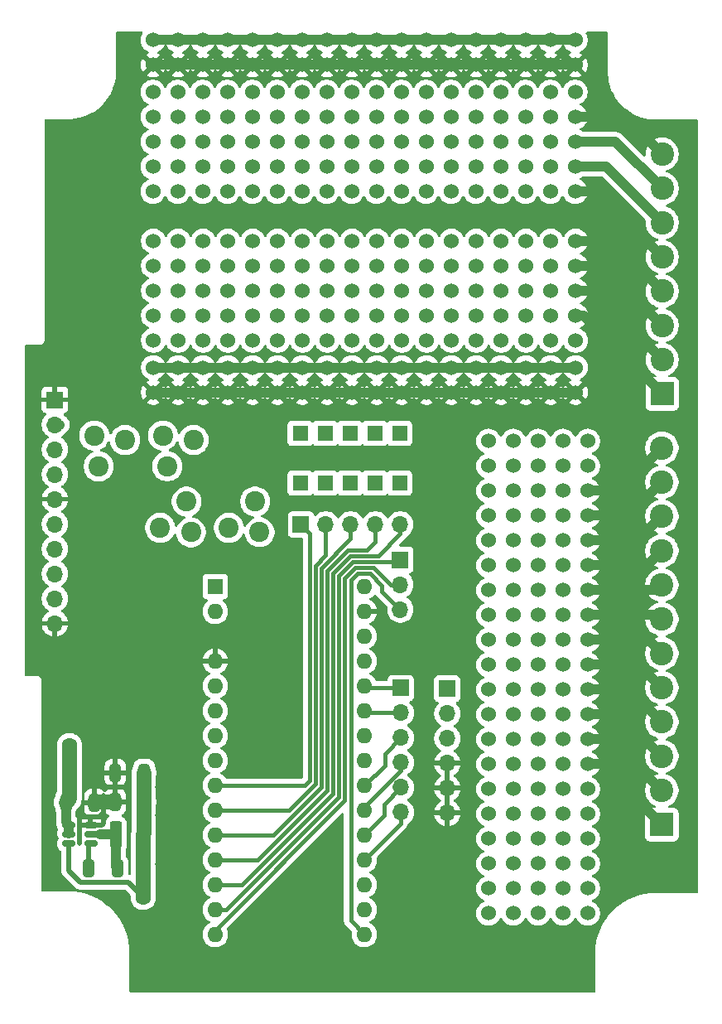
<source format=gbr>
%TF.GenerationSoftware,KiCad,Pcbnew,9.0.1*%
%TF.CreationDate,2025-05-07T10:30:00-04:00*%
%TF.ProjectId,BREAD_Slice_thProto,42524541-445f-4536-9c69-63655f746850,rev?*%
%TF.SameCoordinates,PX74eba40PY8552dc0*%
%TF.FileFunction,Copper,L2,Bot*%
%TF.FilePolarity,Positive*%
%FSLAX46Y46*%
G04 Gerber Fmt 4.6, Leading zero omitted, Abs format (unit mm)*
G04 Created by KiCad (PCBNEW 9.0.1) date 2025-05-07 10:30:00*
%MOMM*%
%LPD*%
G01*
G04 APERTURE LIST*
G04 Aperture macros list*
%AMRoundRect*
0 Rectangle with rounded corners*
0 $1 Rounding radius*
0 $2 $3 $4 $5 $6 $7 $8 $9 X,Y pos of 4 corners*
0 Add a 4 corners polygon primitive as box body*
4,1,4,$2,$3,$4,$5,$6,$7,$8,$9,$2,$3,0*
0 Add four circle primitives for the rounded corners*
1,1,$1+$1,$2,$3*
1,1,$1+$1,$4,$5*
1,1,$1+$1,$6,$7*
1,1,$1+$1,$8,$9*
0 Add four rect primitives between the rounded corners*
20,1,$1+$1,$2,$3,$4,$5,0*
20,1,$1+$1,$4,$5,$6,$7,0*
20,1,$1+$1,$6,$7,$8,$9,0*
20,1,$1+$1,$8,$9,$2,$3,0*%
G04 Aperture macros list end*
%TA.AperFunction,ComponentPad*%
%ADD10R,1.600000X1.600000*%
%TD*%
%TA.AperFunction,ComponentPad*%
%ADD11O,1.600000X1.600000*%
%TD*%
%TA.AperFunction,ComponentPad*%
%ADD12R,1.700000X1.700000*%
%TD*%
%TA.AperFunction,ComponentPad*%
%ADD13O,1.700000X1.700000*%
%TD*%
%TA.AperFunction,ComponentPad*%
%ADD14C,2.060000*%
%TD*%
%TA.AperFunction,ComponentPad*%
%ADD15C,1.524000*%
%TD*%
%TA.AperFunction,ComponentPad*%
%ADD16R,2.400000X2.400000*%
%TD*%
%TA.AperFunction,ComponentPad*%
%ADD17C,2.400000*%
%TD*%
%TA.AperFunction,SMDPad,CuDef*%
%ADD18RoundRect,0.250000X0.325000X0.650000X-0.325000X0.650000X-0.325000X-0.650000X0.325000X-0.650000X0*%
%TD*%
%TA.AperFunction,SMDPad,CuDef*%
%ADD19RoundRect,0.150000X-0.512500X-0.150000X0.512500X-0.150000X0.512500X0.150000X-0.512500X0.150000X0*%
%TD*%
%TA.AperFunction,SMDPad,CuDef*%
%ADD20RoundRect,0.250000X-0.325000X-0.650000X0.325000X-0.650000X0.325000X0.650000X-0.325000X0.650000X0*%
%TD*%
%TA.AperFunction,SMDPad,CuDef*%
%ADD21RoundRect,0.250000X-0.375000X-1.075000X0.375000X-1.075000X0.375000X1.075000X-0.375000X1.075000X0*%
%TD*%
%TA.AperFunction,ViaPad*%
%ADD22C,0.800000*%
%TD*%
%TA.AperFunction,ViaPad*%
%ADD23C,0.500000*%
%TD*%
%TA.AperFunction,ViaPad*%
%ADD24C,1.600000*%
%TD*%
%TA.AperFunction,Conductor*%
%ADD25C,1.000000*%
%TD*%
%TA.AperFunction,Conductor*%
%ADD26C,0.500000*%
%TD*%
%TA.AperFunction,Conductor*%
%ADD27C,1.500000*%
%TD*%
%TA.AperFunction,Conductor*%
%ADD28C,0.400000*%
%TD*%
G04 APERTURE END LIST*
D10*
%TO.P,A1,1,D1/TX*%
%TO.N,unconnected-(A1-D1{slash}TX-Pad1)*%
X20010000Y42360000D03*
D11*
%TO.P,A1,2,D0/RX*%
%TO.N,unconnected-(A1-D0{slash}RX-Pad2)*%
X20010000Y39820000D03*
%TO.P,A1,4,GND*%
%TO.N,GND*%
X20010000Y34740000D03*
%TO.P,A1,5,D2*%
%TO.N,/E_STOP*%
X20010000Y32200000D03*
%TO.P,A1,6,D3*%
%TO.N,/INT*%
X20010000Y29660000D03*
%TO.P,A1,7,D4*%
%TO.N,/SYNC*%
X20010000Y27120000D03*
%TO.P,A1,8,D5*%
%TO.N,/LED*%
X20010000Y24580000D03*
%TO.P,A1,9,D6*%
%TO.N,/D6*%
X20010000Y22040000D03*
%TO.P,A1,10,D7*%
%TO.N,/D7*%
X20010000Y19500000D03*
%TO.P,A1,11,D8*%
%TO.N,/D8*%
X20010000Y16960000D03*
%TO.P,A1,12,D9*%
%TO.N,/D9*%
X20010000Y14420000D03*
%TO.P,A1,13,D10*%
%TO.N,/D10*%
X20010000Y11880000D03*
%TO.P,A1,14,D11*%
%TO.N,/D11*%
X20010000Y9340000D03*
%TO.P,A1,15,D12*%
%TO.N,/D12*%
X20010000Y6800000D03*
%TO.P,A1,16,D13*%
%TO.N,/D13*%
X35250000Y6800000D03*
%TO.P,A1,17,3V3*%
%TO.N,unconnected-(A1-3V3-Pad17)*%
X35250000Y9340000D03*
%TO.P,A1,18,AREF*%
%TO.N,/AREF*%
X35250000Y11880000D03*
%TO.P,A1,19,A0*%
%TO.N,/A0*%
X35250000Y14420000D03*
%TO.P,A1,20,A1*%
%TO.N,/A1*%
X35250000Y16960000D03*
%TO.P,A1,21,A2*%
%TO.N,/A2*%
X35250000Y19500000D03*
%TO.P,A1,22,A3*%
%TO.N,/A3*%
X35250000Y22040000D03*
%TO.P,A1,23,A4*%
%TO.N,/I2C_DAT*%
X35250000Y24580000D03*
%TO.P,A1,24,A5*%
%TO.N,/I2C_CLK*%
X35250000Y27120000D03*
%TO.P,A1,25,A6*%
%TO.N,/A6*%
X35250000Y29660000D03*
%TO.P,A1,26,A7*%
%TO.N,/A7*%
X35250000Y32200000D03*
%TO.P,A1,27,+5V*%
%TO.N,+5V*%
X35250000Y34740000D03*
%TO.P,A1,28,~{RESET}*%
%TO.N,/RESET*%
X35250000Y37280000D03*
%TO.P,A1,29,GND*%
%TO.N,GND*%
X35250000Y39820000D03*
%TO.P,A1,30,VIN*%
%TO.N,unconnected-(A1-VIN-Pad30)*%
X35250000Y42360000D03*
%TD*%
D12*
%TO.P,J1,1,Pin_1*%
%TO.N,GND*%
X3600000Y61450000D03*
D13*
%TO.P,J1,2,Pin_2*%
%TO.N,+12V*%
X3600000Y58910000D03*
%TO.P,J1,3,Pin_3*%
%TO.N,/I2C_CLK*%
X3600000Y56370000D03*
%TO.P,J1,4,Pin_4*%
%TO.N,/I2C_DAT*%
X3600000Y53830000D03*
%TO.P,J1,5,Pin_5*%
%TO.N,GND*%
X3600000Y51290000D03*
%TO.P,J1,6,Pin_6*%
%TO.N,/E_STOP*%
X3600000Y48750000D03*
%TO.P,J1,7,Pin_7*%
%TO.N,/INT*%
X3600000Y46210000D03*
%TO.P,J1,8,Pin_8*%
%TO.N,/SYNC*%
X3600000Y43670000D03*
%TO.P,J1,9,Pin_9*%
%TO.N,+12V*%
X3600000Y41130000D03*
%TO.P,J1,10,Pin_10*%
%TO.N,GND*%
X3600000Y38590000D03*
%TD*%
D10*
%TO.P,,1*%
%TO.N,N/C*%
X36310000Y52935000D03*
%TO.P,,2*%
X36310000Y58015000D03*
%TD*%
D12*
%TO.P,REF\u002A\u002A,1*%
%TO.N,/D11*%
X38925000Y45100000D03*
D13*
%TO.P,REF\u002A\u002A,2*%
%TO.N,/D12*%
X38925000Y42560000D03*
%TO.P,REF\u002A\u002A,3*%
%TO.N,/D13*%
X38925000Y40020000D03*
%TD*%
D10*
%TO.P,,1*%
%TO.N,N/C*%
X33770000Y52935000D03*
%TO.P,,2*%
X33770000Y58015000D03*
%TD*%
D12*
%TO.P,REF\u002A\u002A,1*%
%TO.N,/A7*%
X38975000Y31990000D03*
D13*
%TO.P,REF\u002A\u002A,2*%
%TO.N,/A6*%
X38975000Y29450000D03*
%TO.P,REF\u002A\u002A,3*%
%TO.N,/A3*%
X38975000Y26910000D03*
%TO.P,REF\u002A\u002A,4*%
%TO.N,/A2*%
X38975000Y24370000D03*
%TO.P,REF\u002A\u002A,5*%
%TO.N,/A1*%
X38975000Y21830000D03*
%TO.P,REF\u002A\u002A,6*%
%TO.N,/A0*%
X38975000Y19290000D03*
%TD*%
D12*
%TO.P,REF\u002A\u002A,1*%
%TO.N,/D6*%
X28765000Y48700000D03*
D13*
%TO.P,REF\u002A\u002A,2*%
%TO.N,/D7*%
X31305000Y48700000D03*
%TO.P,REF\u002A\u002A,3*%
%TO.N,/D8*%
X33845000Y48700000D03*
%TO.P,REF\u002A\u002A,4*%
%TO.N,/D9*%
X36385000Y48700000D03*
%TO.P,REF\u002A\u002A,5*%
%TO.N,/D10*%
X38925000Y48700000D03*
%TD*%
D14*
%TO.P,,1*%
%TO.N,N/C*%
X14373516Y48361797D03*
%TO.P,,2*%
X17516606Y47912784D03*
%TO.P,,3*%
X17067593Y51055874D03*
%TO.P,,4*%
X10781414Y57342053D03*
%TO.P,,5*%
X7638324Y57791066D03*
%TO.P,,6*%
X8087337Y54647976D03*
%TD*%
D15*
%TO.P,REF\u002A\u002A,1*%
%TO.N,N/C*%
X56855000Y77675000D03*
X56845000Y64745000D03*
%TO.P,REF\u002A\u002A,2*%
X56855000Y75135000D03*
%TO.N,GND*%
X56845000Y62205000D03*
%TO.P,REF\u002A\u002A,3*%
%TO.N,N/C*%
X56855000Y72595000D03*
X54305000Y64745000D03*
%TO.P,REF\u002A\u002A,4*%
X56855000Y70055000D03*
%TO.N,GND*%
X54305000Y62205000D03*
%TO.P,REF\u002A\u002A,5*%
%TO.N,N/C*%
X56855000Y67515000D03*
X51765000Y64745000D03*
%TO.P,REF\u002A\u002A,6*%
X54315000Y77675000D03*
%TO.N,GND*%
X51765000Y62205000D03*
%TO.P,REF\u002A\u002A,7*%
%TO.N,N/C*%
X54315000Y75135000D03*
X49225000Y64745000D03*
%TO.P,REF\u002A\u002A,8*%
X54315000Y72595000D03*
%TO.N,GND*%
X49225000Y62205000D03*
%TO.P,REF\u002A\u002A,9*%
%TO.N,N/C*%
X54315000Y70055000D03*
X46685000Y64745000D03*
%TO.P,REF\u002A\u002A,10*%
X54315000Y67515000D03*
%TO.N,GND*%
X46685000Y62205000D03*
%TO.P,REF\u002A\u002A,11*%
%TO.N,N/C*%
X51775000Y77675000D03*
X44145000Y64745000D03*
%TO.P,REF\u002A\u002A,12*%
X51775000Y75135000D03*
%TO.N,GND*%
X44145000Y62205000D03*
%TO.P,REF\u002A\u002A,13*%
%TO.N,N/C*%
X51775000Y72595000D03*
X41605000Y64745000D03*
%TO.P,REF\u002A\u002A,14*%
X51775000Y70055000D03*
%TO.N,GND*%
X41605000Y62205000D03*
%TO.P,REF\u002A\u002A,15*%
%TO.N,N/C*%
X51775000Y67515000D03*
X39065000Y64745000D03*
%TO.P,REF\u002A\u002A,16*%
X49235000Y77675000D03*
%TO.N,GND*%
X39065000Y62205000D03*
%TO.P,REF\u002A\u002A,17*%
%TO.N,N/C*%
X49235000Y75135000D03*
X36525000Y64745000D03*
%TO.P,REF\u002A\u002A,18*%
X49235000Y72595000D03*
%TO.N,GND*%
X36525000Y62205000D03*
%TO.P,REF\u002A\u002A,19*%
%TO.N,N/C*%
X49235000Y70055000D03*
X33985000Y64745000D03*
%TO.P,REF\u002A\u002A,20*%
X49235000Y67515000D03*
%TO.N,GND*%
X33985000Y62205000D03*
%TO.P,REF\u002A\u002A,21*%
%TO.N,N/C*%
X46695000Y77675000D03*
X31445000Y64745000D03*
%TO.P,REF\u002A\u002A,22*%
X46695000Y75135000D03*
%TO.N,GND*%
X31445000Y62205000D03*
%TO.P,REF\u002A\u002A,23*%
%TO.N,N/C*%
X46695000Y72595000D03*
X28905000Y64745000D03*
%TO.P,REF\u002A\u002A,24*%
X46695000Y70055000D03*
%TO.N,GND*%
X28905000Y62205000D03*
%TO.P,REF\u002A\u002A,25*%
%TO.N,N/C*%
X46695000Y67515000D03*
X26365000Y64745000D03*
%TO.P,REF\u002A\u002A,26*%
X44155000Y77675000D03*
%TO.N,GND*%
X26365000Y62205000D03*
%TO.P,REF\u002A\u002A,27*%
%TO.N,N/C*%
X44155000Y75135000D03*
X23825000Y64745000D03*
%TO.P,REF\u002A\u002A,28*%
X44155000Y72595000D03*
%TO.N,GND*%
X23825000Y62205000D03*
%TO.P,REF\u002A\u002A,29*%
%TO.N,N/C*%
X44155000Y70055000D03*
X21285000Y64745000D03*
%TO.P,REF\u002A\u002A,30*%
X44155000Y67515000D03*
%TO.N,GND*%
X21285000Y62205000D03*
%TO.P,REF\u002A\u002A,31*%
%TO.N,N/C*%
X41615000Y77675000D03*
X18745000Y64745000D03*
%TO.P,REF\u002A\u002A,32*%
X41615000Y75135000D03*
%TO.N,GND*%
X18745000Y62205000D03*
%TO.P,REF\u002A\u002A,33*%
%TO.N,N/C*%
X41615000Y72595000D03*
X16205000Y64745000D03*
%TO.P,REF\u002A\u002A,34*%
X41615000Y70055000D03*
%TO.N,GND*%
X16205000Y62205000D03*
%TO.P,REF\u002A\u002A,35*%
%TO.N,N/C*%
X41615000Y67515000D03*
X13665000Y64745000D03*
%TO.P,REF\u002A\u002A,36*%
X39075000Y77675000D03*
%TO.N,GND*%
X13665000Y62205000D03*
%TO.P,REF\u002A\u002A,37*%
%TO.N,N/C*%
X39075000Y75135000D03*
%TO.P,REF\u002A\u002A,38*%
X39075000Y72595000D03*
%TO.P,REF\u002A\u002A,39*%
X39075000Y70055000D03*
%TO.P,REF\u002A\u002A,40*%
X39075000Y67515000D03*
%TO.P,REF\u002A\u002A,41*%
X36535000Y77675000D03*
%TO.P,REF\u002A\u002A,42*%
X36535000Y75135000D03*
%TO.P,REF\u002A\u002A,43*%
X36535000Y72595000D03*
%TO.P,REF\u002A\u002A,44*%
X36535000Y70055000D03*
%TO.P,REF\u002A\u002A,45*%
X36535000Y67515000D03*
%TO.P,REF\u002A\u002A,46*%
X33995000Y77675000D03*
%TO.P,REF\u002A\u002A,47*%
X33995000Y75135000D03*
%TO.P,REF\u002A\u002A,48*%
X33995000Y72595000D03*
%TO.P,REF\u002A\u002A,49*%
X33995000Y70055000D03*
%TO.P,REF\u002A\u002A,50*%
X33995000Y67515000D03*
%TO.P,REF\u002A\u002A,51*%
X31455000Y77675000D03*
%TO.P,REF\u002A\u002A,52*%
X31455000Y75135000D03*
%TO.P,REF\u002A\u002A,53*%
X31455000Y72595000D03*
%TO.P,REF\u002A\u002A,54*%
X31455000Y70055000D03*
%TO.P,REF\u002A\u002A,55*%
X31455000Y67515000D03*
%TO.P,REF\u002A\u002A,56*%
X28915000Y77675000D03*
%TO.P,REF\u002A\u002A,57*%
X28915000Y75135000D03*
%TO.P,REF\u002A\u002A,58*%
X28915000Y72595000D03*
%TO.P,REF\u002A\u002A,59*%
X28915000Y70055000D03*
%TO.P,REF\u002A\u002A,60*%
X28915000Y67515000D03*
%TO.P,REF\u002A\u002A,61*%
X26375000Y77675000D03*
%TO.P,REF\u002A\u002A,62*%
X26375000Y75135000D03*
%TO.P,REF\u002A\u002A,63*%
X26375000Y72595000D03*
%TO.P,REF\u002A\u002A,64*%
X26375000Y70055000D03*
%TO.P,REF\u002A\u002A,65*%
X26375000Y67515000D03*
%TO.P,REF\u002A\u002A,66*%
X23835000Y77675000D03*
%TO.P,REF\u002A\u002A,67*%
X23835000Y75135000D03*
%TO.P,REF\u002A\u002A,68*%
X23835000Y72595000D03*
%TO.P,REF\u002A\u002A,69*%
X23835000Y70055000D03*
%TO.P,REF\u002A\u002A,70*%
X23835000Y67515000D03*
%TO.P,REF\u002A\u002A,71*%
X21295000Y77675000D03*
%TO.P,REF\u002A\u002A,72*%
X21295000Y75135000D03*
%TO.P,REF\u002A\u002A,73*%
X21295000Y72595000D03*
%TO.P,REF\u002A\u002A,74*%
X21295000Y70055000D03*
%TO.P,REF\u002A\u002A,75*%
X21295000Y67515000D03*
%TO.P,REF\u002A\u002A,76*%
X18755000Y77675000D03*
%TO.P,REF\u002A\u002A,77*%
X18755000Y75135000D03*
%TO.P,REF\u002A\u002A,78*%
X18755000Y72595000D03*
%TO.P,REF\u002A\u002A,79*%
X18755000Y70055000D03*
%TO.P,REF\u002A\u002A,80*%
X18755000Y67515000D03*
%TO.P,REF\u002A\u002A,81*%
X16215000Y77675000D03*
%TO.P,REF\u002A\u002A,82*%
X16215000Y75135000D03*
%TO.P,REF\u002A\u002A,83*%
X16215000Y72595000D03*
%TO.P,REF\u002A\u002A,84*%
X16215000Y70055000D03*
%TO.P,REF\u002A\u002A,85*%
X16215000Y67515000D03*
%TO.P,REF\u002A\u002A,86*%
X13675000Y77675000D03*
%TO.P,REF\u002A\u002A,87*%
X13675000Y75135000D03*
%TO.P,REF\u002A\u002A,88*%
X13675000Y72595000D03*
%TO.P,REF\u002A\u002A,89*%
X13675000Y70055000D03*
%TO.P,REF\u002A\u002A,90*%
X13675000Y67515000D03*
%TD*%
D14*
%TO.P,,1*%
%TO.N,N/C*%
X21389680Y48366243D03*
%TO.P,,2*%
X24532770Y47917230D03*
%TO.P,,3*%
X24083757Y51060320D03*
%TO.P,,4*%
X17797578Y57346499D03*
%TO.P,,5*%
X14654488Y57795512D03*
%TO.P,,6*%
X15103501Y54652422D03*
%TD*%
D16*
%TO.P,REF\u002A\u002A,1*%
%TO.N,N/C*%
X65675000Y18025000D03*
D17*
%TO.P,REF\u002A\u002A,2*%
X65675000Y21525000D03*
%TO.P,REF\u002A\u002A,3*%
X65675000Y25025000D03*
%TO.P,REF\u002A\u002A,4*%
X65675000Y28525000D03*
%TO.P,REF\u002A\u002A,5*%
X65675000Y32025000D03*
%TO.P,REF\u002A\u002A,6*%
X65675000Y35525000D03*
%TO.P,REF\u002A\u002A,7*%
X65675000Y39025000D03*
%TO.P,REF\u002A\u002A,8*%
X65675000Y42525000D03*
%TO.P,REF\u002A\u002A,9*%
X65675000Y46025000D03*
%TO.P,REF\u002A\u002A,10*%
X65675000Y49525000D03*
%TO.P,REF\u002A\u002A,11*%
X65675000Y53025000D03*
%TO.P,REF\u002A\u002A,12*%
X65675000Y56525000D03*
%TD*%
D15*
%TO.P,REF\u002A\u002A,1*%
%TO.N,N/C*%
X13630000Y82736000D03*
%TO.N,GND*%
X13640000Y95666000D03*
%TO.P,REF\u002A\u002A,2*%
%TO.N,N/C*%
X13630000Y85276000D03*
X13640000Y98206000D03*
%TO.P,REF\u002A\u002A,3*%
X13630000Y87816000D03*
%TO.N,GND*%
X16180000Y95666000D03*
%TO.P,REF\u002A\u002A,4*%
%TO.N,N/C*%
X13630000Y90356000D03*
X16180000Y98206000D03*
%TO.P,REF\u002A\u002A,5*%
X13630000Y92896000D03*
%TO.N,GND*%
X18720000Y95666000D03*
%TO.P,REF\u002A\u002A,6*%
%TO.N,N/C*%
X16170000Y82736000D03*
X18720000Y98206000D03*
%TO.P,REF\u002A\u002A,7*%
X16170000Y85276000D03*
%TO.N,GND*%
X21260000Y95666000D03*
%TO.P,REF\u002A\u002A,8*%
%TO.N,N/C*%
X16170000Y87816000D03*
X21260000Y98206000D03*
%TO.P,REF\u002A\u002A,9*%
X16170000Y90356000D03*
%TO.N,GND*%
X23800000Y95666000D03*
%TO.P,REF\u002A\u002A,10*%
%TO.N,N/C*%
X16170000Y92896000D03*
X23800000Y98206000D03*
%TO.P,REF\u002A\u002A,11*%
X18710000Y82736000D03*
%TO.N,GND*%
X26340000Y95666000D03*
%TO.P,REF\u002A\u002A,12*%
%TO.N,N/C*%
X18710000Y85276000D03*
X26340000Y98206000D03*
%TO.P,REF\u002A\u002A,13*%
X18710000Y87816000D03*
%TO.N,GND*%
X28880000Y95666000D03*
%TO.P,REF\u002A\u002A,14*%
%TO.N,N/C*%
X18710000Y90356000D03*
X28880000Y98206000D03*
%TO.P,REF\u002A\u002A,15*%
X18710000Y92896000D03*
%TO.N,GND*%
X31420000Y95666000D03*
%TO.P,REF\u002A\u002A,16*%
%TO.N,N/C*%
X21250000Y82736000D03*
X31420000Y98206000D03*
%TO.P,REF\u002A\u002A,17*%
X21250000Y85276000D03*
%TO.N,GND*%
X33960000Y95666000D03*
%TO.P,REF\u002A\u002A,18*%
%TO.N,N/C*%
X21250000Y87816000D03*
X33960000Y98206000D03*
%TO.P,REF\u002A\u002A,19*%
X21250000Y90356000D03*
%TO.N,GND*%
X36500000Y95666000D03*
%TO.P,REF\u002A\u002A,20*%
%TO.N,N/C*%
X21250000Y92896000D03*
X36500000Y98206000D03*
%TO.P,REF\u002A\u002A,21*%
X23790000Y82736000D03*
%TO.N,GND*%
X39040000Y95666000D03*
%TO.P,REF\u002A\u002A,22*%
%TO.N,N/C*%
X23790000Y85276000D03*
X39040000Y98206000D03*
%TO.P,REF\u002A\u002A,23*%
X23790000Y87816000D03*
%TO.N,GND*%
X41580000Y95666000D03*
%TO.P,REF\u002A\u002A,24*%
%TO.N,N/C*%
X23790000Y90356000D03*
X41580000Y98206000D03*
%TO.P,REF\u002A\u002A,25*%
X23790000Y92896000D03*
%TO.N,GND*%
X44120000Y95666000D03*
%TO.P,REF\u002A\u002A,26*%
%TO.N,N/C*%
X26330000Y82736000D03*
X44120000Y98206000D03*
%TO.P,REF\u002A\u002A,27*%
X26330000Y85276000D03*
%TO.N,GND*%
X46660000Y95666000D03*
%TO.P,REF\u002A\u002A,28*%
%TO.N,N/C*%
X26330000Y87816000D03*
X46660000Y98206000D03*
%TO.P,REF\u002A\u002A,29*%
X26330000Y90356000D03*
%TO.N,GND*%
X49200000Y95666000D03*
%TO.P,REF\u002A\u002A,30*%
%TO.N,N/C*%
X26330000Y92896000D03*
X49200000Y98206000D03*
%TO.P,REF\u002A\u002A,31*%
X28870000Y82736000D03*
%TO.N,GND*%
X51740000Y95666000D03*
%TO.P,REF\u002A\u002A,32*%
%TO.N,N/C*%
X28870000Y85276000D03*
X51740000Y98206000D03*
%TO.P,REF\u002A\u002A,33*%
X28870000Y87816000D03*
%TO.N,GND*%
X54280000Y95666000D03*
%TO.P,REF\u002A\u002A,34*%
%TO.N,N/C*%
X28870000Y90356000D03*
X54280000Y98206000D03*
%TO.P,REF\u002A\u002A,35*%
X28870000Y92896000D03*
%TO.N,GND*%
X56820000Y95666000D03*
%TO.P,REF\u002A\u002A,36*%
%TO.N,N/C*%
X31410000Y82736000D03*
X56820000Y98206000D03*
%TO.P,REF\u002A\u002A,37*%
X31410000Y85276000D03*
%TO.P,REF\u002A\u002A,38*%
X31410000Y87816000D03*
%TO.P,REF\u002A\u002A,39*%
X31410000Y90356000D03*
%TO.P,REF\u002A\u002A,40*%
X31410000Y92896000D03*
%TO.P,REF\u002A\u002A,41*%
X33950000Y82736000D03*
%TO.P,REF\u002A\u002A,42*%
X33950000Y85276000D03*
%TO.P,REF\u002A\u002A,43*%
X33950000Y87816000D03*
%TO.P,REF\u002A\u002A,44*%
X33950000Y90356000D03*
%TO.P,REF\u002A\u002A,45*%
X33950000Y92896000D03*
%TO.P,REF\u002A\u002A,46*%
X36490000Y82736000D03*
%TO.P,REF\u002A\u002A,47*%
X36490000Y85276000D03*
%TO.P,REF\u002A\u002A,48*%
X36490000Y87816000D03*
%TO.P,REF\u002A\u002A,49*%
X36490000Y90356000D03*
%TO.P,REF\u002A\u002A,50*%
X36490000Y92896000D03*
%TO.P,REF\u002A\u002A,51*%
X39030000Y82736000D03*
%TO.P,REF\u002A\u002A,52*%
X39030000Y85276000D03*
%TO.P,REF\u002A\u002A,53*%
X39030000Y87816000D03*
%TO.P,REF\u002A\u002A,54*%
X39030000Y90356000D03*
%TO.P,REF\u002A\u002A,55*%
X39030000Y92896000D03*
%TO.P,REF\u002A\u002A,56*%
X41570000Y82736000D03*
%TO.P,REF\u002A\u002A,57*%
X41570000Y85276000D03*
%TO.P,REF\u002A\u002A,58*%
X41570000Y87816000D03*
%TO.P,REF\u002A\u002A,59*%
X41570000Y90356000D03*
%TO.P,REF\u002A\u002A,60*%
X41570000Y92896000D03*
%TO.P,REF\u002A\u002A,61*%
X44110000Y82736000D03*
%TO.P,REF\u002A\u002A,62*%
X44110000Y85276000D03*
%TO.P,REF\u002A\u002A,63*%
X44110000Y87816000D03*
%TO.P,REF\u002A\u002A,64*%
X44110000Y90356000D03*
%TO.P,REF\u002A\u002A,65*%
X44110000Y92896000D03*
%TO.P,REF\u002A\u002A,66*%
X46650000Y82736000D03*
%TO.P,REF\u002A\u002A,67*%
X46650000Y85276000D03*
%TO.P,REF\u002A\u002A,68*%
X46650000Y87816000D03*
%TO.P,REF\u002A\u002A,69*%
X46650000Y90356000D03*
%TO.P,REF\u002A\u002A,70*%
X46650000Y92896000D03*
%TO.P,REF\u002A\u002A,71*%
X49190000Y82736000D03*
%TO.P,REF\u002A\u002A,72*%
X49190000Y85276000D03*
%TO.P,REF\u002A\u002A,73*%
X49190000Y87816000D03*
%TO.P,REF\u002A\u002A,74*%
X49190000Y90356000D03*
%TO.P,REF\u002A\u002A,75*%
X49190000Y92896000D03*
%TO.P,REF\u002A\u002A,76*%
X51730000Y82736000D03*
%TO.P,REF\u002A\u002A,77*%
X51730000Y85276000D03*
%TO.P,REF\u002A\u002A,78*%
X51730000Y87816000D03*
%TO.P,REF\u002A\u002A,79*%
X51730000Y90356000D03*
%TO.P,REF\u002A\u002A,80*%
X51730000Y92896000D03*
%TO.P,REF\u002A\u002A,81*%
X54270000Y82736000D03*
%TO.P,REF\u002A\u002A,82*%
X54270000Y85276000D03*
%TO.P,REF\u002A\u002A,83*%
X54270000Y87816000D03*
%TO.P,REF\u002A\u002A,84*%
X54270000Y90356000D03*
%TO.P,REF\u002A\u002A,85*%
X54270000Y92896000D03*
%TO.P,REF\u002A\u002A,86*%
X56810000Y82736000D03*
%TO.P,REF\u002A\u002A,87*%
X56810000Y85276000D03*
%TO.P,REF\u002A\u002A,88*%
X56810000Y87816000D03*
%TO.P,REF\u002A\u002A,89*%
X56810000Y90356000D03*
%TO.P,REF\u002A\u002A,90*%
X56810000Y92896000D03*
%TD*%
D16*
%TO.P,REF\u002A\u002A,1*%
%TO.N,N/C*%
X65700000Y62050000D03*
D17*
%TO.P,REF\u002A\u002A,2*%
X65700000Y65550000D03*
%TO.P,REF\u002A\u002A,3*%
X65700000Y69050000D03*
%TO.P,REF\u002A\u002A,4*%
X65700000Y72550000D03*
%TO.P,REF\u002A\u002A,5*%
X65700000Y76050000D03*
%TO.P,REF\u002A\u002A,6*%
X65700000Y79550000D03*
%TO.P,REF\u002A\u002A,7*%
X65700000Y83050000D03*
%TO.P,REF\u002A\u002A,8*%
X65700000Y86550000D03*
%TD*%
D10*
%TO.P,,1*%
%TO.N,N/C*%
X31230000Y58015000D03*
%TO.P,,2*%
X31230000Y52935000D03*
%TD*%
%TO.P,,1*%
%TO.N,N/C*%
X38850000Y52935000D03*
%TO.P,,2*%
X38850000Y58015000D03*
%TD*%
%TO.P,,1*%
%TO.N,N/C*%
X28690000Y52935000D03*
%TO.P,,2*%
X28690000Y58015000D03*
%TD*%
D15*
%TO.P,REF\u002A\u002A,1*%
%TO.N,N/C*%
X47940000Y57235000D03*
%TO.P,REF\u002A\u002A,2*%
X50480000Y57235000D03*
%TO.P,REF\u002A\u002A,3*%
X53020000Y57235000D03*
%TO.P,REF\u002A\u002A,4*%
X55560000Y57235000D03*
%TO.P,REF\u002A\u002A,5*%
X58100000Y57235000D03*
%TO.P,REF\u002A\u002A,6*%
X47940000Y54695000D03*
%TO.P,REF\u002A\u002A,7*%
X50480000Y54695000D03*
%TO.P,REF\u002A\u002A,8*%
X53020000Y54695000D03*
%TO.P,REF\u002A\u002A,9*%
X55560000Y54695000D03*
%TO.P,REF\u002A\u002A,10*%
X58100000Y54695000D03*
%TO.P,REF\u002A\u002A,11*%
X47940000Y52155000D03*
%TO.P,REF\u002A\u002A,12*%
X50480000Y52155000D03*
%TO.P,REF\u002A\u002A,13*%
X53020000Y52155000D03*
%TO.P,REF\u002A\u002A,14*%
X55560000Y52155000D03*
%TO.P,REF\u002A\u002A,15*%
X58100000Y52155000D03*
%TO.P,REF\u002A\u002A,16*%
X47940000Y49615000D03*
%TO.P,REF\u002A\u002A,17*%
X50480000Y49615000D03*
%TO.P,REF\u002A\u002A,18*%
X53020000Y49615000D03*
%TO.P,REF\u002A\u002A,19*%
X55560000Y49615000D03*
%TO.P,REF\u002A\u002A,20*%
X58100000Y49615000D03*
%TO.P,REF\u002A\u002A,21*%
X47940000Y47075000D03*
%TO.P,REF\u002A\u002A,22*%
X50480000Y47075000D03*
%TO.P,REF\u002A\u002A,23*%
X53020000Y47075000D03*
%TO.P,REF\u002A\u002A,24*%
X55560000Y47075000D03*
%TO.P,REF\u002A\u002A,25*%
X58100000Y47075000D03*
%TO.P,REF\u002A\u002A,26*%
X47940000Y44535000D03*
%TO.P,REF\u002A\u002A,27*%
X50480000Y44535000D03*
%TO.P,REF\u002A\u002A,28*%
X53020000Y44535000D03*
%TO.P,REF\u002A\u002A,29*%
X55560000Y44535000D03*
%TO.P,REF\u002A\u002A,30*%
X58100000Y44535000D03*
%TO.P,REF\u002A\u002A,31*%
X47940000Y41995000D03*
%TO.P,REF\u002A\u002A,32*%
X50480000Y41995000D03*
%TO.P,REF\u002A\u002A,33*%
X53020000Y41995000D03*
%TO.P,REF\u002A\u002A,34*%
X55560000Y41995000D03*
%TO.P,REF\u002A\u002A,35*%
X58100000Y41995000D03*
%TO.P,REF\u002A\u002A,36*%
X47940000Y39455000D03*
%TO.P,REF\u002A\u002A,37*%
X50480000Y39455000D03*
%TO.P,REF\u002A\u002A,38*%
X53020000Y39455000D03*
%TO.P,REF\u002A\u002A,39*%
X55560000Y39455000D03*
%TO.P,REF\u002A\u002A,40*%
X58100000Y39455000D03*
%TO.P,REF\u002A\u002A,41*%
X47940000Y36915000D03*
%TO.P,REF\u002A\u002A,42*%
X50480000Y36915000D03*
%TO.P,REF\u002A\u002A,43*%
X53020000Y36915000D03*
%TO.P,REF\u002A\u002A,44*%
X55560000Y36915000D03*
%TO.P,REF\u002A\u002A,45*%
X58100000Y36915000D03*
%TO.P,REF\u002A\u002A,46*%
X47940000Y34375000D03*
%TO.P,REF\u002A\u002A,47*%
X50480000Y34375000D03*
%TO.P,REF\u002A\u002A,48*%
X53020000Y34375000D03*
%TO.P,REF\u002A\u002A,49*%
X55560000Y34375000D03*
%TO.P,REF\u002A\u002A,50*%
X58100000Y34375000D03*
%TO.P,REF\u002A\u002A,51*%
X47940000Y31835000D03*
%TO.P,REF\u002A\u002A,52*%
X50480000Y31835000D03*
%TO.P,REF\u002A\u002A,53*%
X53020000Y31835000D03*
%TO.P,REF\u002A\u002A,54*%
X55560000Y31835000D03*
%TO.P,REF\u002A\u002A,55*%
X58100000Y31835000D03*
%TO.P,REF\u002A\u002A,56*%
X47940000Y29295000D03*
%TO.P,REF\u002A\u002A,57*%
X50480000Y29295000D03*
%TO.P,REF\u002A\u002A,58*%
X53020000Y29295000D03*
%TO.P,REF\u002A\u002A,59*%
X55560000Y29295000D03*
%TO.P,REF\u002A\u002A,60*%
X58100000Y29295000D03*
%TO.P,REF\u002A\u002A,61*%
X47940000Y26755000D03*
%TO.P,REF\u002A\u002A,62*%
X50480000Y26755000D03*
%TO.P,REF\u002A\u002A,63*%
X53020000Y26755000D03*
%TO.P,REF\u002A\u002A,64*%
X55560000Y26755000D03*
%TO.P,REF\u002A\u002A,65*%
X58100000Y26755000D03*
%TO.P,REF\u002A\u002A,66*%
X47940000Y24215000D03*
%TO.P,REF\u002A\u002A,67*%
X50480000Y24215000D03*
%TO.P,REF\u002A\u002A,68*%
X53020000Y24215000D03*
%TO.P,REF\u002A\u002A,69*%
X55560000Y24215000D03*
%TO.P,REF\u002A\u002A,70*%
X58100000Y24215000D03*
%TO.P,REF\u002A\u002A,71*%
X47940000Y21675000D03*
%TO.P,REF\u002A\u002A,72*%
X50480000Y21675000D03*
%TO.P,REF\u002A\u002A,73*%
X53020000Y21675000D03*
%TO.P,REF\u002A\u002A,74*%
X55560000Y21675000D03*
%TO.P,REF\u002A\u002A,75*%
X58100000Y21675000D03*
%TO.P,REF\u002A\u002A,76*%
X47940000Y19135000D03*
%TO.P,REF\u002A\u002A,77*%
X50480000Y19135000D03*
%TO.P,REF\u002A\u002A,78*%
X53020000Y19135000D03*
%TO.P,REF\u002A\u002A,79*%
X55560000Y19135000D03*
%TO.P,REF\u002A\u002A,80*%
X58100000Y19135000D03*
%TO.P,REF\u002A\u002A,81*%
X47940000Y16595000D03*
%TO.P,REF\u002A\u002A,82*%
X50480000Y16595000D03*
%TO.P,REF\u002A\u002A,83*%
X53020000Y16595000D03*
%TO.P,REF\u002A\u002A,84*%
X55560000Y16595000D03*
%TO.P,REF\u002A\u002A,85*%
X58100000Y16595000D03*
%TO.P,REF\u002A\u002A,86*%
X47940000Y14055000D03*
%TO.P,REF\u002A\u002A,87*%
X50480000Y14055000D03*
%TO.P,REF\u002A\u002A,88*%
X53020000Y14055000D03*
%TO.P,REF\u002A\u002A,89*%
X55560000Y14055000D03*
%TO.P,REF\u002A\u002A,90*%
X58100000Y14055000D03*
%TO.P,REF\u002A\u002A,91*%
X47940000Y11515000D03*
%TO.P,REF\u002A\u002A,92*%
X50480000Y11515000D03*
%TO.P,REF\u002A\u002A,93*%
X53020000Y11515000D03*
%TO.P,REF\u002A\u002A,94*%
X55560000Y11515000D03*
%TO.P,REF\u002A\u002A,95*%
X58100000Y11515000D03*
%TO.P,REF\u002A\u002A,96*%
X47940000Y8975000D03*
%TO.P,REF\u002A\u002A,97*%
X50480000Y8975000D03*
%TO.P,REF\u002A\u002A,98*%
X53020000Y8975000D03*
%TO.P,REF\u002A\u002A,99*%
X55560000Y8975000D03*
%TO.P,REF\u002A\u002A,100*%
X58100000Y8975000D03*
%TD*%
D12*
%TO.P,REF\u002A\u002A,1*%
%TO.N,+5V*%
X43725000Y31925000D03*
D13*
%TO.P,REF\u002A\u002A,2*%
X43725000Y29385000D03*
%TO.P,REF\u002A\u002A,3*%
X43725000Y26845000D03*
%TO.P,REF\u002A\u002A,4*%
%TO.N,GND*%
X43725000Y24305000D03*
%TO.P,REF\u002A\u002A,5*%
X43725000Y21765000D03*
%TO.P,REF\u002A\u002A,6*%
X43725000Y19225000D03*
%TD*%
D18*
%TO.P,C1,1*%
%TO.N,GND*%
X7675000Y20300000D03*
%TO.P,C1,2*%
%TO.N,+12V*%
X4725000Y20300000D03*
%TD*%
D19*
%TO.P,U1,1,FB*%
%TO.N,+5V*%
X5012500Y16095000D03*
%TO.P,U1,2,EN*%
%TO.N,+12V*%
X5012500Y17045000D03*
%TO.P,U1,3,VIN*%
X5012500Y17995000D03*
%TO.P,U1,4,GND*%
%TO.N,GND*%
X7287500Y17995000D03*
%TO.P,U1,5,SW*%
%TO.N,Net-(U1-SW)*%
X7287500Y17045000D03*
%TO.P,U1,6,BST*%
%TO.N,Net-(U1-BST)*%
X7287500Y16095000D03*
%TD*%
D18*
%TO.P,C2,1*%
%TO.N,Net-(U1-SW)*%
X10025000Y13545000D03*
%TO.P,C2,2*%
%TO.N,Net-(U1-BST)*%
X7075000Y13545000D03*
%TD*%
D20*
%TO.P,C3,1*%
%TO.N,GND*%
X9775000Y20345000D03*
%TO.P,C3,2*%
%TO.N,+5V*%
X12725000Y20345000D03*
%TD*%
%TO.P,C4,1*%
%TO.N,GND*%
X9775000Y23345000D03*
%TO.P,C4,2*%
%TO.N,+5V*%
X12725000Y23345000D03*
%TD*%
D21*
%TO.P,L1,1*%
%TO.N,Net-(U1-SW)*%
X9850000Y17045000D03*
%TO.P,L1,2*%
%TO.N,+5V*%
X12650000Y17045000D03*
%TD*%
D22*
%TO.N,GND*%
X14250000Y21895000D03*
X3750000Y13345000D03*
D23*
X7250000Y18845000D03*
D22*
X7350000Y23595000D03*
D23*
X8550000Y19545000D03*
X8550000Y21045000D03*
X7450000Y21845000D03*
D22*
X53000000Y3900000D03*
D23*
X9750000Y21845000D03*
D22*
X3550000Y16595000D03*
X14250000Y13995000D03*
X14250000Y18995000D03*
D23*
X8150000Y18845000D03*
X6150000Y16145000D03*
D24*
%TO.N,+5V*%
X12650000Y10600000D03*
%TO.N,+12V*%
X5100000Y26100000D03*
%TD*%
D25*
%TO.N,*%
X60934000Y87816000D02*
X65700000Y83050000D01*
X56810000Y85276000D02*
X59974000Y85276000D01*
X56810000Y87816000D02*
X60934000Y87816000D01*
X59974000Y85276000D02*
X65700000Y79550000D01*
%TO.N,GND*%
X58100000Y31835000D02*
X62365000Y31835000D01*
X58100000Y29295000D02*
X61405000Y29295000D01*
D26*
X7287500Y17995000D02*
X6200000Y17995000D01*
D25*
X59485000Y24215000D02*
X65675000Y18025000D01*
D26*
X8950000Y21845000D02*
X10650000Y21845000D01*
D25*
X58100000Y24215000D02*
X59485000Y24215000D01*
D26*
X6200000Y17995000D02*
X6150000Y17945000D01*
D27*
X7720000Y20345000D02*
X9775000Y20345000D01*
D26*
X9750000Y21845000D02*
X8950000Y21845000D01*
D25*
X58100000Y36915000D02*
X64285000Y36915000D01*
D26*
X6350000Y18845000D02*
X6150000Y18645000D01*
D25*
X58100000Y34375000D02*
X63325000Y34375000D01*
D26*
X8400000Y17995000D02*
X8550000Y18145000D01*
D25*
X65245000Y39455000D02*
X65675000Y39025000D01*
X64285000Y36915000D02*
X65675000Y35525000D01*
D26*
X7250000Y18032500D02*
X7287500Y17995000D01*
X7250000Y18845000D02*
X6350000Y18845000D01*
D25*
X56855000Y75135000D02*
X59615000Y75135000D01*
X60575000Y77675000D02*
X65700000Y72550000D01*
X59615000Y75135000D02*
X65700000Y69050000D01*
X58100000Y47075000D02*
X63225000Y47075000D01*
X57695000Y70055000D02*
X65700000Y62050000D01*
X61405000Y29295000D02*
X65675000Y25025000D01*
X58100000Y44535000D02*
X64185000Y44535000D01*
D26*
X8550000Y19245000D02*
X8150000Y18845000D01*
D25*
X62365000Y31835000D02*
X65675000Y28525000D01*
X58100000Y52155000D02*
X61305000Y52155000D01*
X13640000Y98206000D02*
X56820000Y98206000D01*
D26*
X6150000Y17945000D02*
X6150000Y16145000D01*
D25*
X61305000Y52155000D02*
X65675000Y56525000D01*
X61894000Y90356000D02*
X65700000Y86550000D01*
D26*
X8550000Y20345000D02*
X8550000Y19545000D01*
X8550000Y20345000D02*
X8550000Y21045000D01*
D25*
X13640000Y95666000D02*
X56820000Y95666000D01*
X56810000Y90356000D02*
X61894000Y90356000D01*
X60445000Y26755000D02*
X65675000Y21525000D01*
X58655000Y72595000D02*
X65700000Y65550000D01*
X56855000Y77675000D02*
X60575000Y77675000D01*
X64185000Y44535000D02*
X65675000Y46025000D01*
X63225000Y47075000D02*
X65675000Y49525000D01*
X56855000Y72595000D02*
X58655000Y72595000D01*
X58100000Y39455000D02*
X65245000Y39455000D01*
X58100000Y41995000D02*
X65145000Y41995000D01*
X58100000Y49615000D02*
X62265000Y49615000D01*
X58100000Y26755000D02*
X60445000Y26755000D01*
X59014000Y82736000D02*
X65700000Y76050000D01*
D26*
X8150000Y18845000D02*
X7250000Y18845000D01*
X6150000Y18645000D02*
X6150000Y17945000D01*
X8550000Y18145000D02*
X8550000Y19545000D01*
D25*
X65145000Y41995000D02*
X65675000Y42525000D01*
X13665000Y62205000D02*
X56845000Y62205000D01*
X62265000Y49615000D02*
X65675000Y53025000D01*
X63325000Y34375000D02*
X65675000Y32025000D01*
D26*
X8550000Y19545000D02*
X8550000Y19245000D01*
D27*
X7675000Y20300000D02*
X7720000Y20345000D01*
D26*
X7287500Y17995000D02*
X8400000Y17995000D01*
X7250000Y18845000D02*
X7250000Y18032500D01*
D25*
X13665000Y64745000D02*
X56845000Y64745000D01*
X56810000Y82736000D02*
X59014000Y82736000D01*
X56855000Y70055000D02*
X57695000Y70055000D01*
D28*
%TO.N,/D12*%
X33250000Y43248528D02*
X33250000Y20500000D01*
X34276472Y44275000D02*
X33250000Y43248528D01*
X38925000Y42560000D02*
X37915000Y42560000D01*
X37915000Y42560000D02*
X36200000Y44275000D01*
X33250000Y20500000D02*
X20010000Y7260000D01*
X36200000Y44275000D02*
X34276472Y44275000D01*
X20010000Y7260000D02*
X20010000Y6800000D01*
D26*
%TO.N,+5V*%
X12650000Y10600000D02*
X11100000Y12150000D01*
X5012500Y13337500D02*
X5012500Y16095000D01*
D27*
X12725000Y23345000D02*
X12700000Y23320000D01*
D26*
X6200000Y12150000D02*
X5012500Y13337500D01*
D27*
X12700000Y20320000D02*
X12700000Y17095000D01*
D26*
X11100000Y12150000D02*
X6200000Y12150000D01*
D27*
X12700000Y23320000D02*
X12700000Y20370000D01*
D25*
X12725000Y17120000D02*
X12650000Y17045000D01*
D27*
X12650000Y10600000D02*
X12650000Y17045000D01*
D26*
X35430000Y34560000D02*
X35250000Y34740000D01*
D27*
X12725000Y20345000D02*
X12700000Y20320000D01*
X12700000Y17095000D02*
X12650000Y17045000D01*
X12700000Y20370000D02*
X12725000Y20345000D01*
D28*
%TO.N,/D11*%
X38925000Y45100000D02*
X38700000Y44875000D01*
X32650000Y20850000D02*
X21140000Y9340000D01*
X34027944Y44875000D02*
X32650000Y43497056D01*
X38700000Y44875000D02*
X34027944Y44875000D01*
X32650000Y43497056D02*
X32650000Y20850000D01*
X21140000Y9340000D02*
X20010000Y9340000D01*
%TO.N,/D10*%
X22730000Y11880000D02*
X32050000Y21200000D01*
X32050000Y43745584D02*
X33779416Y45475000D01*
X38925000Y47750000D02*
X38925000Y48700000D01*
X32050000Y21200000D02*
X32050000Y43745584D01*
X36650000Y45475000D02*
X38925000Y47750000D01*
X20010000Y11880000D02*
X22730000Y11880000D01*
X33779416Y45475000D02*
X36650000Y45475000D01*
%TO.N,/A0*%
X38975000Y18145000D02*
X35250000Y14420000D01*
X38975000Y19290000D02*
X38975000Y18145000D01*
%TO.N,/A6*%
X38975000Y29450000D02*
X35460000Y29450000D01*
X35460000Y29450000D02*
X35250000Y29660000D01*
%TO.N,/A1*%
X37275000Y18985000D02*
X35250000Y16960000D01*
X37275000Y20130000D02*
X37275000Y18985000D01*
X38975000Y21830000D02*
X37275000Y20130000D01*
%TO.N,/A2*%
X38975000Y24370000D02*
X38975000Y23597767D01*
X38975000Y23597767D02*
X35250000Y19872767D01*
X35250000Y19872767D02*
X35250000Y19500000D01*
D25*
%TO.N,+12V*%
X4110000Y58910000D02*
X3600000Y58910000D01*
X5012500Y17995000D02*
X5012500Y17095000D01*
X4725000Y20300000D02*
X4725000Y18282500D01*
D27*
X5100000Y26100000D02*
X5100000Y20675000D01*
X5100000Y20675000D02*
X4725000Y20300000D01*
D25*
X4725000Y18282500D02*
X5012500Y17995000D01*
D28*
%TO.N,/D8*%
X30850000Y44242640D02*
X33845000Y47237640D01*
X20010000Y16960000D02*
X25960000Y16960000D01*
X25960000Y16960000D02*
X30850000Y21850000D01*
X30850000Y21850000D02*
X30850000Y44242640D01*
X33845000Y47237640D02*
X33845000Y48700000D01*
%TO.N,/A7*%
X38975000Y31990000D02*
X35460000Y31990000D01*
X35460000Y31990000D02*
X35250000Y32200000D01*
%TO.N,/D6*%
X29140000Y22040000D02*
X29650000Y22550000D01*
X29650000Y47815000D02*
X28765000Y48700000D01*
X20010000Y22040000D02*
X29140000Y22040000D01*
X29650000Y22550000D02*
X29650000Y47815000D01*
%TO.N,/D7*%
X30250000Y22175000D02*
X30250000Y44491168D01*
X31305000Y45546168D02*
X31305000Y48700000D01*
X30250000Y44491168D02*
X31305000Y45546168D01*
X27575000Y19500000D02*
X30250000Y22175000D01*
X20010000Y19500000D02*
X27575000Y19500000D01*
%TO.N,/D9*%
X20010000Y14420000D02*
X24345000Y14420000D01*
X24345000Y14420000D02*
X31450000Y21525000D01*
X35525000Y46075000D02*
X36385000Y46935000D01*
X36385000Y46935000D02*
X36385000Y48700000D01*
X31450000Y21525000D02*
X31450000Y43994112D01*
X33530888Y46075000D02*
X35525000Y46075000D01*
X31450000Y43994112D02*
X33530888Y46075000D01*
%TO.N,/D13*%
X34525000Y43675000D02*
X35850000Y43675000D01*
X35250000Y6800000D02*
X33850000Y8200000D01*
X33850000Y43000000D02*
X34525000Y43675000D01*
X35850000Y43675000D02*
X37050000Y42475000D01*
X33850000Y8200000D02*
X33850000Y43000000D01*
X37050000Y41895000D02*
X38925000Y40020000D01*
X37050000Y42475000D02*
X37050000Y41895000D01*
%TO.N,/A3*%
X37325000Y24115000D02*
X35250000Y22040000D01*
X37325000Y25260000D02*
X37325000Y24115000D01*
X38975000Y26910000D02*
X37325000Y25260000D01*
D25*
%TO.N,Net-(U1-SW)*%
X9850000Y13720000D02*
X10025000Y13545000D01*
X9850000Y17045000D02*
X8206238Y17045000D01*
X9850000Y17045000D02*
X9850000Y13720000D01*
D26*
%TO.N,Net-(U1-BST)*%
X7075000Y15882500D02*
X7287500Y16095000D01*
X7075000Y13545000D02*
X7075000Y15882500D01*
D27*
%TO.N,unconnected-(A1-VIN-Pad30)*%
X35267000Y42343000D02*
X35250000Y42360000D01*
%TD*%
%TA.AperFunction,Conductor*%
%TO.N,GND*%
G36*
X8818331Y19278269D02*
G01*
X8844417Y19248164D01*
X8857682Y19226657D01*
X8981654Y19102685D01*
X9137025Y19006851D01*
X9135666Y19004649D01*
X9179026Y18966487D01*
X9198192Y18899298D01*
X9177991Y18832412D01*
X9139293Y18794717D01*
X9006347Y18712715D01*
X9006343Y18712712D01*
X8882289Y18588658D01*
X8790187Y18439337D01*
X8790185Y18439332D01*
X8773081Y18387716D01*
X8735001Y18272797D01*
X8735001Y18272796D01*
X8735000Y18272796D01*
X8724500Y18170017D01*
X8724500Y18169500D01*
X8724468Y18169395D01*
X8724340Y18166861D01*
X8724179Y18166870D01*
X8724179Y18166868D01*
X8724155Y18166871D01*
X8723734Y18166892D01*
X8721949Y18160815D01*
X8723238Y18151853D01*
X8712259Y18127813D01*
X8704815Y18102461D01*
X8697974Y18096534D01*
X8694213Y18088297D01*
X8671978Y18074008D01*
X8652011Y18056706D01*
X8641496Y18054419D01*
X8635435Y18050523D01*
X8600500Y18045500D01*
X8574000Y18045500D01*
X8506961Y18065185D01*
X8461206Y18117989D01*
X8450000Y18169500D01*
X8450000Y18210635D01*
X8449999Y18210650D01*
X8447100Y18247490D01*
X8447099Y18247496D01*
X8401283Y18405194D01*
X8401282Y18405197D01*
X8317685Y18546553D01*
X8317678Y18546562D01*
X8201561Y18662679D01*
X8201550Y18662688D01*
X8150021Y18693161D01*
X8102337Y18744229D01*
X8089833Y18812971D01*
X8116478Y18877561D01*
X8173813Y18917491D01*
X8174137Y18917599D01*
X8319119Y18965642D01*
X8319124Y18965644D01*
X8468345Y19057685D01*
X8592317Y19181657D01*
X8633339Y19248164D01*
X8685287Y19294889D01*
X8754249Y19306112D01*
X8818331Y19278269D01*
G37*
%TD.AperFunction*%
%TA.AperFunction,Conductor*%
G36*
X43975000Y19658012D02*
G01*
X43917993Y19690925D01*
X43790826Y19725000D01*
X43659174Y19725000D01*
X43532007Y19690925D01*
X43475000Y19658012D01*
X43475000Y21331988D01*
X43532007Y21299075D01*
X43659174Y21265000D01*
X43790826Y21265000D01*
X43917993Y21299075D01*
X43975000Y21331988D01*
X43975000Y19658012D01*
G37*
%TD.AperFunction*%
%TA.AperFunction,Conductor*%
G36*
X43975000Y22198012D02*
G01*
X43917993Y22230925D01*
X43790826Y22265000D01*
X43659174Y22265000D01*
X43532007Y22230925D01*
X43475000Y22198012D01*
X43475000Y23871988D01*
X43532007Y23839075D01*
X43659174Y23805000D01*
X43790826Y23805000D01*
X43917993Y23839075D01*
X43975000Y23871988D01*
X43975000Y22198012D01*
G37*
%TD.AperFunction*%
%TA.AperFunction,Conductor*%
G36*
X15006446Y64284835D02*
G01*
X15045484Y64239782D01*
X15125213Y64083306D01*
X15242019Y63922536D01*
X15382536Y63782019D01*
X15543306Y63665213D01*
X15700332Y63585204D01*
X15751127Y63537231D01*
X15767922Y63469410D01*
X15745385Y63403275D01*
X15700332Y63364236D01*
X15543566Y63284359D01*
X15506283Y63257271D01*
X15506282Y63257270D01*
X16177554Y62586000D01*
X16154840Y62586000D01*
X16057939Y62560036D01*
X15971060Y62509876D01*
X15900124Y62438940D01*
X15849964Y62352061D01*
X15824000Y62255160D01*
X15824000Y62232448D01*
X15152730Y62903718D01*
X15152729Y62903717D01*
X15125643Y62866436D01*
X15045485Y62709118D01*
X14997510Y62658322D01*
X14929689Y62641527D01*
X14863554Y62664065D01*
X14824515Y62709118D01*
X14744358Y62866433D01*
X14717268Y62903717D01*
X14046000Y62232449D01*
X14046000Y62255160D01*
X14020036Y62352061D01*
X13969876Y62438940D01*
X13898940Y62509876D01*
X13812061Y62560036D01*
X13715160Y62586000D01*
X13692447Y62586000D01*
X14363716Y63257269D01*
X14363715Y63257270D01*
X14326432Y63284359D01*
X14169668Y63364235D01*
X14118872Y63412210D01*
X14102077Y63480031D01*
X14124615Y63546166D01*
X14169667Y63585204D01*
X14326694Y63665213D01*
X14487464Y63782019D01*
X14627981Y63922536D01*
X14744787Y64083306D01*
X14824515Y64239782D01*
X14872490Y64290577D01*
X14940311Y64307372D01*
X15006446Y64284835D01*
G37*
%TD.AperFunction*%
%TA.AperFunction,Conductor*%
G36*
X17546446Y64284835D02*
G01*
X17585484Y64239782D01*
X17665213Y64083306D01*
X17782019Y63922536D01*
X17922536Y63782019D01*
X18083306Y63665213D01*
X18240332Y63585204D01*
X18291127Y63537231D01*
X18307922Y63469410D01*
X18285385Y63403275D01*
X18240332Y63364236D01*
X18083566Y63284359D01*
X18046283Y63257271D01*
X18046282Y63257270D01*
X18717554Y62586000D01*
X18694840Y62586000D01*
X18597939Y62560036D01*
X18511060Y62509876D01*
X18440124Y62438940D01*
X18389964Y62352061D01*
X18364000Y62255160D01*
X18364000Y62232448D01*
X17692730Y62903718D01*
X17692729Y62903717D01*
X17665643Y62866436D01*
X17585485Y62709118D01*
X17537510Y62658322D01*
X17469689Y62641527D01*
X17403554Y62664065D01*
X17364515Y62709118D01*
X17284358Y62866433D01*
X17257268Y62903717D01*
X16586000Y62232449D01*
X16586000Y62255160D01*
X16560036Y62352061D01*
X16509876Y62438940D01*
X16438940Y62509876D01*
X16352061Y62560036D01*
X16255160Y62586000D01*
X16232447Y62586000D01*
X16903716Y63257269D01*
X16903715Y63257270D01*
X16866432Y63284359D01*
X16709668Y63364235D01*
X16658872Y63412210D01*
X16642077Y63480031D01*
X16664615Y63546166D01*
X16709667Y63585204D01*
X16866694Y63665213D01*
X17027464Y63782019D01*
X17167981Y63922536D01*
X17284787Y64083306D01*
X17364515Y64239782D01*
X17412490Y64290577D01*
X17480311Y64307372D01*
X17546446Y64284835D01*
G37*
%TD.AperFunction*%
%TA.AperFunction,Conductor*%
G36*
X20086446Y64284835D02*
G01*
X20125484Y64239782D01*
X20205213Y64083306D01*
X20322019Y63922536D01*
X20462536Y63782019D01*
X20623306Y63665213D01*
X20780332Y63585204D01*
X20831127Y63537231D01*
X20847922Y63469410D01*
X20825385Y63403275D01*
X20780332Y63364236D01*
X20623566Y63284359D01*
X20586283Y63257271D01*
X20586282Y63257270D01*
X21257554Y62586000D01*
X21234840Y62586000D01*
X21137939Y62560036D01*
X21051060Y62509876D01*
X20980124Y62438940D01*
X20929964Y62352061D01*
X20904000Y62255160D01*
X20904000Y62232448D01*
X20232730Y62903718D01*
X20232729Y62903717D01*
X20205643Y62866436D01*
X20125485Y62709118D01*
X20077510Y62658322D01*
X20009689Y62641527D01*
X19943554Y62664065D01*
X19904515Y62709118D01*
X19824358Y62866433D01*
X19797268Y62903717D01*
X19126000Y62232449D01*
X19126000Y62255160D01*
X19100036Y62352061D01*
X19049876Y62438940D01*
X18978940Y62509876D01*
X18892061Y62560036D01*
X18795160Y62586000D01*
X18772447Y62586000D01*
X19443716Y63257269D01*
X19443715Y63257270D01*
X19406432Y63284359D01*
X19249668Y63364235D01*
X19198872Y63412210D01*
X19182077Y63480031D01*
X19204615Y63546166D01*
X19249667Y63585204D01*
X19406694Y63665213D01*
X19567464Y63782019D01*
X19707981Y63922536D01*
X19824787Y64083306D01*
X19904515Y64239782D01*
X19952490Y64290577D01*
X20020311Y64307372D01*
X20086446Y64284835D01*
G37*
%TD.AperFunction*%
%TA.AperFunction,Conductor*%
G36*
X22626446Y64284835D02*
G01*
X22665484Y64239782D01*
X22745213Y64083306D01*
X22862019Y63922536D01*
X23002536Y63782019D01*
X23163306Y63665213D01*
X23320332Y63585204D01*
X23371127Y63537231D01*
X23387922Y63469410D01*
X23365385Y63403275D01*
X23320332Y63364236D01*
X23163566Y63284359D01*
X23126283Y63257271D01*
X23126282Y63257270D01*
X23797554Y62586000D01*
X23774840Y62586000D01*
X23677939Y62560036D01*
X23591060Y62509876D01*
X23520124Y62438940D01*
X23469964Y62352061D01*
X23444000Y62255160D01*
X23444000Y62232448D01*
X22772730Y62903718D01*
X22772729Y62903717D01*
X22745643Y62866436D01*
X22665485Y62709118D01*
X22617510Y62658322D01*
X22549689Y62641527D01*
X22483554Y62664065D01*
X22444515Y62709118D01*
X22364358Y62866433D01*
X22337268Y62903717D01*
X21666000Y62232449D01*
X21666000Y62255160D01*
X21640036Y62352061D01*
X21589876Y62438940D01*
X21518940Y62509876D01*
X21432061Y62560036D01*
X21335160Y62586000D01*
X21312447Y62586000D01*
X21983716Y63257269D01*
X21983715Y63257270D01*
X21946432Y63284359D01*
X21789668Y63364235D01*
X21738872Y63412210D01*
X21722077Y63480031D01*
X21744615Y63546166D01*
X21789667Y63585204D01*
X21946694Y63665213D01*
X22107464Y63782019D01*
X22247981Y63922536D01*
X22364787Y64083306D01*
X22444515Y64239782D01*
X22492490Y64290577D01*
X22560311Y64307372D01*
X22626446Y64284835D01*
G37*
%TD.AperFunction*%
%TA.AperFunction,Conductor*%
G36*
X25166446Y64284835D02*
G01*
X25205484Y64239782D01*
X25285213Y64083306D01*
X25402019Y63922536D01*
X25542536Y63782019D01*
X25703306Y63665213D01*
X25860332Y63585204D01*
X25911127Y63537231D01*
X25927922Y63469410D01*
X25905385Y63403275D01*
X25860332Y63364236D01*
X25703566Y63284359D01*
X25666283Y63257271D01*
X25666282Y63257270D01*
X26337554Y62586000D01*
X26314840Y62586000D01*
X26217939Y62560036D01*
X26131060Y62509876D01*
X26060124Y62438940D01*
X26009964Y62352061D01*
X25984000Y62255160D01*
X25984000Y62232448D01*
X25312730Y62903718D01*
X25312729Y62903717D01*
X25285643Y62866436D01*
X25205485Y62709118D01*
X25157510Y62658322D01*
X25089689Y62641527D01*
X25023554Y62664065D01*
X24984515Y62709118D01*
X24904358Y62866433D01*
X24877268Y62903717D01*
X24206000Y62232449D01*
X24206000Y62255160D01*
X24180036Y62352061D01*
X24129876Y62438940D01*
X24058940Y62509876D01*
X23972061Y62560036D01*
X23875160Y62586000D01*
X23852447Y62586000D01*
X24523716Y63257269D01*
X24523715Y63257270D01*
X24486432Y63284359D01*
X24329668Y63364235D01*
X24278872Y63412210D01*
X24262077Y63480031D01*
X24284615Y63546166D01*
X24329667Y63585204D01*
X24486694Y63665213D01*
X24647464Y63782019D01*
X24787981Y63922536D01*
X24904787Y64083306D01*
X24984515Y64239782D01*
X25032490Y64290577D01*
X25100311Y64307372D01*
X25166446Y64284835D01*
G37*
%TD.AperFunction*%
%TA.AperFunction,Conductor*%
G36*
X27706446Y64284835D02*
G01*
X27745484Y64239782D01*
X27825213Y64083306D01*
X27942019Y63922536D01*
X28082536Y63782019D01*
X28243306Y63665213D01*
X28400332Y63585204D01*
X28451127Y63537231D01*
X28467922Y63469410D01*
X28445385Y63403275D01*
X28400332Y63364236D01*
X28243566Y63284359D01*
X28206283Y63257271D01*
X28206282Y63257270D01*
X28877554Y62586000D01*
X28854840Y62586000D01*
X28757939Y62560036D01*
X28671060Y62509876D01*
X28600124Y62438940D01*
X28549964Y62352061D01*
X28524000Y62255160D01*
X28524000Y62232448D01*
X27852730Y62903718D01*
X27852729Y62903717D01*
X27825643Y62866436D01*
X27745485Y62709118D01*
X27697510Y62658322D01*
X27629689Y62641527D01*
X27563554Y62664065D01*
X27524515Y62709118D01*
X27444358Y62866433D01*
X27417268Y62903717D01*
X26746000Y62232449D01*
X26746000Y62255160D01*
X26720036Y62352061D01*
X26669876Y62438940D01*
X26598940Y62509876D01*
X26512061Y62560036D01*
X26415160Y62586000D01*
X26392447Y62586000D01*
X27063716Y63257269D01*
X27063715Y63257270D01*
X27026432Y63284359D01*
X26869668Y63364235D01*
X26818872Y63412210D01*
X26802077Y63480031D01*
X26824615Y63546166D01*
X26869667Y63585204D01*
X27026694Y63665213D01*
X27187464Y63782019D01*
X27327981Y63922536D01*
X27444787Y64083306D01*
X27524515Y64239782D01*
X27572490Y64290577D01*
X27640311Y64307372D01*
X27706446Y64284835D01*
G37*
%TD.AperFunction*%
%TA.AperFunction,Conductor*%
G36*
X30246446Y64284835D02*
G01*
X30285484Y64239782D01*
X30365213Y64083306D01*
X30482019Y63922536D01*
X30622536Y63782019D01*
X30783306Y63665213D01*
X30940332Y63585204D01*
X30991127Y63537231D01*
X31007922Y63469410D01*
X30985385Y63403275D01*
X30940332Y63364236D01*
X30783566Y63284359D01*
X30746283Y63257271D01*
X30746282Y63257270D01*
X31417554Y62586000D01*
X31394840Y62586000D01*
X31297939Y62560036D01*
X31211060Y62509876D01*
X31140124Y62438940D01*
X31089964Y62352061D01*
X31064000Y62255160D01*
X31064000Y62232448D01*
X30392730Y62903718D01*
X30392729Y62903717D01*
X30365643Y62866436D01*
X30285485Y62709118D01*
X30237510Y62658322D01*
X30169689Y62641527D01*
X30103554Y62664065D01*
X30064515Y62709118D01*
X29984358Y62866433D01*
X29957268Y62903717D01*
X29286000Y62232449D01*
X29286000Y62255160D01*
X29260036Y62352061D01*
X29209876Y62438940D01*
X29138940Y62509876D01*
X29052061Y62560036D01*
X28955160Y62586000D01*
X28932447Y62586000D01*
X29603716Y63257269D01*
X29603715Y63257270D01*
X29566432Y63284359D01*
X29409668Y63364235D01*
X29358872Y63412210D01*
X29342077Y63480031D01*
X29364615Y63546166D01*
X29409667Y63585204D01*
X29566694Y63665213D01*
X29727464Y63782019D01*
X29867981Y63922536D01*
X29984787Y64083306D01*
X30064515Y64239782D01*
X30112490Y64290577D01*
X30180311Y64307372D01*
X30246446Y64284835D01*
G37*
%TD.AperFunction*%
%TA.AperFunction,Conductor*%
G36*
X32786446Y64284835D02*
G01*
X32825484Y64239782D01*
X32905213Y64083306D01*
X33022019Y63922536D01*
X33162536Y63782019D01*
X33323306Y63665213D01*
X33480332Y63585204D01*
X33531127Y63537231D01*
X33547922Y63469410D01*
X33525385Y63403275D01*
X33480332Y63364236D01*
X33323566Y63284359D01*
X33286283Y63257271D01*
X33286282Y63257270D01*
X33957554Y62586000D01*
X33934840Y62586000D01*
X33837939Y62560036D01*
X33751060Y62509876D01*
X33680124Y62438940D01*
X33629964Y62352061D01*
X33604000Y62255160D01*
X33604000Y62232448D01*
X32932730Y62903718D01*
X32932729Y62903717D01*
X32905643Y62866436D01*
X32825485Y62709118D01*
X32777510Y62658322D01*
X32709689Y62641527D01*
X32643554Y62664065D01*
X32604515Y62709118D01*
X32524358Y62866433D01*
X32497268Y62903717D01*
X31826000Y62232449D01*
X31826000Y62255160D01*
X31800036Y62352061D01*
X31749876Y62438940D01*
X31678940Y62509876D01*
X31592061Y62560036D01*
X31495160Y62586000D01*
X31472447Y62586000D01*
X32143716Y63257269D01*
X32143715Y63257270D01*
X32106432Y63284359D01*
X31949668Y63364235D01*
X31898872Y63412210D01*
X31882077Y63480031D01*
X31904615Y63546166D01*
X31949667Y63585204D01*
X32106694Y63665213D01*
X32267464Y63782019D01*
X32407981Y63922536D01*
X32524787Y64083306D01*
X32604515Y64239782D01*
X32652490Y64290577D01*
X32720311Y64307372D01*
X32786446Y64284835D01*
G37*
%TD.AperFunction*%
%TA.AperFunction,Conductor*%
G36*
X35326446Y64284835D02*
G01*
X35365484Y64239782D01*
X35445213Y64083306D01*
X35562019Y63922536D01*
X35702536Y63782019D01*
X35863306Y63665213D01*
X36020332Y63585204D01*
X36071127Y63537231D01*
X36087922Y63469410D01*
X36065385Y63403275D01*
X36020332Y63364236D01*
X35863566Y63284359D01*
X35826283Y63257271D01*
X35826282Y63257270D01*
X36497554Y62586000D01*
X36474840Y62586000D01*
X36377939Y62560036D01*
X36291060Y62509876D01*
X36220124Y62438940D01*
X36169964Y62352061D01*
X36144000Y62255160D01*
X36144000Y62232448D01*
X35472730Y62903718D01*
X35472729Y62903717D01*
X35445643Y62866436D01*
X35365485Y62709118D01*
X35317510Y62658322D01*
X35249689Y62641527D01*
X35183554Y62664065D01*
X35144515Y62709118D01*
X35064358Y62866433D01*
X35037268Y62903717D01*
X34366000Y62232449D01*
X34366000Y62255160D01*
X34340036Y62352061D01*
X34289876Y62438940D01*
X34218940Y62509876D01*
X34132061Y62560036D01*
X34035160Y62586000D01*
X34012447Y62586000D01*
X34683716Y63257269D01*
X34683715Y63257270D01*
X34646432Y63284359D01*
X34489668Y63364235D01*
X34438872Y63412210D01*
X34422077Y63480031D01*
X34444615Y63546166D01*
X34489667Y63585204D01*
X34646694Y63665213D01*
X34807464Y63782019D01*
X34947981Y63922536D01*
X35064787Y64083306D01*
X35144515Y64239782D01*
X35192490Y64290577D01*
X35260311Y64307372D01*
X35326446Y64284835D01*
G37*
%TD.AperFunction*%
%TA.AperFunction,Conductor*%
G36*
X37866446Y64284835D02*
G01*
X37905484Y64239782D01*
X37985213Y64083306D01*
X38102019Y63922536D01*
X38242536Y63782019D01*
X38403306Y63665213D01*
X38560332Y63585204D01*
X38611127Y63537231D01*
X38627922Y63469410D01*
X38605385Y63403275D01*
X38560332Y63364236D01*
X38403566Y63284359D01*
X38366283Y63257271D01*
X38366282Y63257270D01*
X39037554Y62586000D01*
X39014840Y62586000D01*
X38917939Y62560036D01*
X38831060Y62509876D01*
X38760124Y62438940D01*
X38709964Y62352061D01*
X38684000Y62255160D01*
X38684000Y62232448D01*
X38012730Y62903718D01*
X38012729Y62903717D01*
X37985643Y62866436D01*
X37905485Y62709118D01*
X37857510Y62658322D01*
X37789689Y62641527D01*
X37723554Y62664065D01*
X37684515Y62709118D01*
X37604358Y62866433D01*
X37577268Y62903717D01*
X36906000Y62232449D01*
X36906000Y62255160D01*
X36880036Y62352061D01*
X36829876Y62438940D01*
X36758940Y62509876D01*
X36672061Y62560036D01*
X36575160Y62586000D01*
X36552447Y62586000D01*
X37223716Y63257269D01*
X37223715Y63257270D01*
X37186432Y63284359D01*
X37029668Y63364235D01*
X36978872Y63412210D01*
X36962077Y63480031D01*
X36984615Y63546166D01*
X37029667Y63585204D01*
X37186694Y63665213D01*
X37347464Y63782019D01*
X37487981Y63922536D01*
X37604787Y64083306D01*
X37684515Y64239782D01*
X37732490Y64290577D01*
X37800311Y64307372D01*
X37866446Y64284835D01*
G37*
%TD.AperFunction*%
%TA.AperFunction,Conductor*%
G36*
X40406446Y64284835D02*
G01*
X40445484Y64239782D01*
X40525213Y64083306D01*
X40642019Y63922536D01*
X40782536Y63782019D01*
X40943306Y63665213D01*
X41100332Y63585204D01*
X41151127Y63537231D01*
X41167922Y63469410D01*
X41145385Y63403275D01*
X41100332Y63364236D01*
X40943566Y63284359D01*
X40906283Y63257271D01*
X40906282Y63257270D01*
X41577554Y62586000D01*
X41554840Y62586000D01*
X41457939Y62560036D01*
X41371060Y62509876D01*
X41300124Y62438940D01*
X41249964Y62352061D01*
X41224000Y62255160D01*
X41224000Y62232448D01*
X40552730Y62903718D01*
X40552729Y62903717D01*
X40525643Y62866436D01*
X40445485Y62709118D01*
X40397510Y62658322D01*
X40329689Y62641527D01*
X40263554Y62664065D01*
X40224515Y62709118D01*
X40144358Y62866433D01*
X40117268Y62903717D01*
X39446000Y62232449D01*
X39446000Y62255160D01*
X39420036Y62352061D01*
X39369876Y62438940D01*
X39298940Y62509876D01*
X39212061Y62560036D01*
X39115160Y62586000D01*
X39092447Y62586000D01*
X39763716Y63257269D01*
X39763715Y63257270D01*
X39726432Y63284359D01*
X39569668Y63364235D01*
X39518872Y63412210D01*
X39502077Y63480031D01*
X39524615Y63546166D01*
X39569667Y63585204D01*
X39726694Y63665213D01*
X39887464Y63782019D01*
X40027981Y63922536D01*
X40144787Y64083306D01*
X40224515Y64239782D01*
X40272490Y64290577D01*
X40340311Y64307372D01*
X40406446Y64284835D01*
G37*
%TD.AperFunction*%
%TA.AperFunction,Conductor*%
G36*
X42946446Y64284835D02*
G01*
X42985484Y64239782D01*
X43065213Y64083306D01*
X43182019Y63922536D01*
X43322536Y63782019D01*
X43483306Y63665213D01*
X43640332Y63585204D01*
X43691127Y63537231D01*
X43707922Y63469410D01*
X43685385Y63403275D01*
X43640332Y63364236D01*
X43483566Y63284359D01*
X43446283Y63257271D01*
X43446282Y63257270D01*
X44117554Y62586000D01*
X44094840Y62586000D01*
X43997939Y62560036D01*
X43911060Y62509876D01*
X43840124Y62438940D01*
X43789964Y62352061D01*
X43764000Y62255160D01*
X43764000Y62232448D01*
X43092730Y62903718D01*
X43092729Y62903717D01*
X43065643Y62866436D01*
X42985485Y62709118D01*
X42937510Y62658322D01*
X42869689Y62641527D01*
X42803554Y62664065D01*
X42764515Y62709118D01*
X42684358Y62866433D01*
X42657268Y62903717D01*
X41986000Y62232449D01*
X41986000Y62255160D01*
X41960036Y62352061D01*
X41909876Y62438940D01*
X41838940Y62509876D01*
X41752061Y62560036D01*
X41655160Y62586000D01*
X41632447Y62586000D01*
X42303716Y63257269D01*
X42303715Y63257270D01*
X42266432Y63284359D01*
X42109668Y63364235D01*
X42058872Y63412210D01*
X42042077Y63480031D01*
X42064615Y63546166D01*
X42109667Y63585204D01*
X42266694Y63665213D01*
X42427464Y63782019D01*
X42567981Y63922536D01*
X42684787Y64083306D01*
X42764515Y64239782D01*
X42812490Y64290577D01*
X42880311Y64307372D01*
X42946446Y64284835D01*
G37*
%TD.AperFunction*%
%TA.AperFunction,Conductor*%
G36*
X45486446Y64284835D02*
G01*
X45525484Y64239782D01*
X45605213Y64083306D01*
X45722019Y63922536D01*
X45862536Y63782019D01*
X46023306Y63665213D01*
X46180332Y63585204D01*
X46231127Y63537231D01*
X46247922Y63469410D01*
X46225385Y63403275D01*
X46180332Y63364236D01*
X46023566Y63284359D01*
X45986283Y63257271D01*
X45986282Y63257270D01*
X46657554Y62586000D01*
X46634840Y62586000D01*
X46537939Y62560036D01*
X46451060Y62509876D01*
X46380124Y62438940D01*
X46329964Y62352061D01*
X46304000Y62255160D01*
X46304000Y62232448D01*
X45632730Y62903718D01*
X45632729Y62903717D01*
X45605643Y62866436D01*
X45525485Y62709118D01*
X45477510Y62658322D01*
X45409689Y62641527D01*
X45343554Y62664065D01*
X45304515Y62709118D01*
X45224358Y62866433D01*
X45197268Y62903717D01*
X44526000Y62232449D01*
X44526000Y62255160D01*
X44500036Y62352061D01*
X44449876Y62438940D01*
X44378940Y62509876D01*
X44292061Y62560036D01*
X44195160Y62586000D01*
X44172447Y62586000D01*
X44843716Y63257269D01*
X44843715Y63257270D01*
X44806432Y63284359D01*
X44649668Y63364235D01*
X44598872Y63412210D01*
X44582077Y63480031D01*
X44604615Y63546166D01*
X44649667Y63585204D01*
X44806694Y63665213D01*
X44967464Y63782019D01*
X45107981Y63922536D01*
X45224787Y64083306D01*
X45304515Y64239782D01*
X45352490Y64290577D01*
X45420311Y64307372D01*
X45486446Y64284835D01*
G37*
%TD.AperFunction*%
%TA.AperFunction,Conductor*%
G36*
X48026446Y64284835D02*
G01*
X48065484Y64239782D01*
X48145213Y64083306D01*
X48262019Y63922536D01*
X48402536Y63782019D01*
X48563306Y63665213D01*
X48720332Y63585204D01*
X48771127Y63537231D01*
X48787922Y63469410D01*
X48765385Y63403275D01*
X48720332Y63364236D01*
X48563566Y63284359D01*
X48526283Y63257271D01*
X48526282Y63257270D01*
X49197554Y62586000D01*
X49174840Y62586000D01*
X49077939Y62560036D01*
X48991060Y62509876D01*
X48920124Y62438940D01*
X48869964Y62352061D01*
X48844000Y62255160D01*
X48844000Y62232448D01*
X48172730Y62903718D01*
X48172729Y62903717D01*
X48145643Y62866436D01*
X48065485Y62709118D01*
X48017510Y62658322D01*
X47949689Y62641527D01*
X47883554Y62664065D01*
X47844515Y62709118D01*
X47764358Y62866433D01*
X47737268Y62903717D01*
X47066000Y62232449D01*
X47066000Y62255160D01*
X47040036Y62352061D01*
X46989876Y62438940D01*
X46918940Y62509876D01*
X46832061Y62560036D01*
X46735160Y62586000D01*
X46712447Y62586000D01*
X47383716Y63257269D01*
X47383715Y63257270D01*
X47346432Y63284359D01*
X47189668Y63364235D01*
X47138872Y63412210D01*
X47122077Y63480031D01*
X47144615Y63546166D01*
X47189667Y63585204D01*
X47346694Y63665213D01*
X47507464Y63782019D01*
X47647981Y63922536D01*
X47764787Y64083306D01*
X47844515Y64239782D01*
X47892490Y64290577D01*
X47960311Y64307372D01*
X48026446Y64284835D01*
G37*
%TD.AperFunction*%
%TA.AperFunction,Conductor*%
G36*
X50566446Y64284835D02*
G01*
X50605484Y64239782D01*
X50685213Y64083306D01*
X50802019Y63922536D01*
X50942536Y63782019D01*
X51103306Y63665213D01*
X51260332Y63585204D01*
X51311127Y63537231D01*
X51327922Y63469410D01*
X51305385Y63403275D01*
X51260332Y63364236D01*
X51103566Y63284359D01*
X51066283Y63257271D01*
X51066282Y63257270D01*
X51737554Y62586000D01*
X51714840Y62586000D01*
X51617939Y62560036D01*
X51531060Y62509876D01*
X51460124Y62438940D01*
X51409964Y62352061D01*
X51384000Y62255160D01*
X51384000Y62232448D01*
X50712730Y62903718D01*
X50712729Y62903717D01*
X50685643Y62866436D01*
X50605485Y62709118D01*
X50557510Y62658322D01*
X50489689Y62641527D01*
X50423554Y62664065D01*
X50384515Y62709118D01*
X50304358Y62866433D01*
X50277268Y62903717D01*
X49606000Y62232449D01*
X49606000Y62255160D01*
X49580036Y62352061D01*
X49529876Y62438940D01*
X49458940Y62509876D01*
X49372061Y62560036D01*
X49275160Y62586000D01*
X49252447Y62586000D01*
X49923716Y63257269D01*
X49923715Y63257270D01*
X49886432Y63284359D01*
X49729668Y63364235D01*
X49678872Y63412210D01*
X49662077Y63480031D01*
X49684615Y63546166D01*
X49729667Y63585204D01*
X49886694Y63665213D01*
X50047464Y63782019D01*
X50187981Y63922536D01*
X50304787Y64083306D01*
X50384515Y64239782D01*
X50432490Y64290577D01*
X50500311Y64307372D01*
X50566446Y64284835D01*
G37*
%TD.AperFunction*%
%TA.AperFunction,Conductor*%
G36*
X53106446Y64284835D02*
G01*
X53145484Y64239782D01*
X53225213Y64083306D01*
X53342019Y63922536D01*
X53482536Y63782019D01*
X53643306Y63665213D01*
X53800332Y63585204D01*
X53851127Y63537231D01*
X53867922Y63469410D01*
X53845385Y63403275D01*
X53800332Y63364236D01*
X53643566Y63284359D01*
X53606283Y63257271D01*
X53606282Y63257270D01*
X54277554Y62586000D01*
X54254840Y62586000D01*
X54157939Y62560036D01*
X54071060Y62509876D01*
X54000124Y62438940D01*
X53949964Y62352061D01*
X53924000Y62255160D01*
X53924000Y62232448D01*
X53252730Y62903718D01*
X53252729Y62903717D01*
X53225643Y62866436D01*
X53145485Y62709118D01*
X53097510Y62658322D01*
X53029689Y62641527D01*
X52963554Y62664065D01*
X52924515Y62709118D01*
X52844358Y62866433D01*
X52817268Y62903717D01*
X52146000Y62232449D01*
X52146000Y62255160D01*
X52120036Y62352061D01*
X52069876Y62438940D01*
X51998940Y62509876D01*
X51912061Y62560036D01*
X51815160Y62586000D01*
X51792447Y62586000D01*
X52463716Y63257269D01*
X52463715Y63257270D01*
X52426432Y63284359D01*
X52269668Y63364235D01*
X52218872Y63412210D01*
X52202077Y63480031D01*
X52224615Y63546166D01*
X52269667Y63585204D01*
X52426694Y63665213D01*
X52587464Y63782019D01*
X52727981Y63922536D01*
X52844787Y64083306D01*
X52924515Y64239782D01*
X52972490Y64290577D01*
X53040311Y64307372D01*
X53106446Y64284835D01*
G37*
%TD.AperFunction*%
%TA.AperFunction,Conductor*%
G36*
X55646446Y64284835D02*
G01*
X55685484Y64239782D01*
X55765213Y64083306D01*
X55882019Y63922536D01*
X56022536Y63782019D01*
X56183306Y63665213D01*
X56340332Y63585204D01*
X56391127Y63537231D01*
X56407922Y63469410D01*
X56385385Y63403275D01*
X56340332Y63364236D01*
X56183566Y63284359D01*
X56146283Y63257271D01*
X56146282Y63257270D01*
X56817554Y62586000D01*
X56794840Y62586000D01*
X56697939Y62560036D01*
X56611060Y62509876D01*
X56540124Y62438940D01*
X56489964Y62352061D01*
X56464000Y62255160D01*
X56464000Y62232448D01*
X55792730Y62903718D01*
X55792729Y62903717D01*
X55765643Y62866436D01*
X55685485Y62709118D01*
X55637510Y62658322D01*
X55569689Y62641527D01*
X55503554Y62664065D01*
X55464515Y62709118D01*
X55384358Y62866433D01*
X55357268Y62903717D01*
X54686000Y62232449D01*
X54686000Y62255160D01*
X54660036Y62352061D01*
X54609876Y62438940D01*
X54538940Y62509876D01*
X54452061Y62560036D01*
X54355160Y62586000D01*
X54332447Y62586000D01*
X55003716Y63257269D01*
X55003715Y63257270D01*
X54966432Y63284359D01*
X54809668Y63364235D01*
X54758872Y63412210D01*
X54742077Y63480031D01*
X54764615Y63546166D01*
X54809667Y63585204D01*
X54966694Y63665213D01*
X55127464Y63782019D01*
X55267981Y63922536D01*
X55384787Y64083306D01*
X55464515Y64239782D01*
X55512490Y64290577D01*
X55580311Y64307372D01*
X55646446Y64284835D01*
G37*
%TD.AperFunction*%
%TA.AperFunction,Conductor*%
G36*
X12483139Y99096405D02*
G01*
X12550157Y99076655D01*
X12595860Y99023807D01*
X12605737Y98954639D01*
X12583336Y98899522D01*
X12560214Y98867696D01*
X12469994Y98690633D01*
X12469993Y98690630D01*
X12408587Y98501638D01*
X12377500Y98305361D01*
X12377500Y98106640D01*
X12408587Y97910363D01*
X12469993Y97721371D01*
X12469994Y97721368D01*
X12507803Y97647165D01*
X12560213Y97544306D01*
X12677019Y97383536D01*
X12817536Y97243019D01*
X12978306Y97126213D01*
X13135332Y97046204D01*
X13186127Y96998231D01*
X13202922Y96930410D01*
X13180385Y96864275D01*
X13135332Y96825236D01*
X12978566Y96745359D01*
X12941283Y96718271D01*
X12941282Y96718270D01*
X13612554Y96047000D01*
X13589840Y96047000D01*
X13492939Y96021036D01*
X13406060Y95970876D01*
X13335124Y95899940D01*
X13284964Y95813061D01*
X13259000Y95716160D01*
X13259000Y95693448D01*
X12587730Y96364718D01*
X12587729Y96364717D01*
X12560643Y96327436D01*
X12470457Y96150438D01*
X12409075Y95961524D01*
X12409075Y95961521D01*
X12378000Y95765322D01*
X12378000Y95566679D01*
X12409075Y95370480D01*
X12409075Y95370477D01*
X12470457Y95181563D01*
X12560641Y95004568D01*
X12587730Y94967285D01*
X12587731Y94967284D01*
X13259000Y95638553D01*
X13259000Y95615840D01*
X13284964Y95518939D01*
X13335124Y95432060D01*
X13406060Y95361124D01*
X13492939Y95310964D01*
X13589840Y95285000D01*
X13612553Y95285000D01*
X12941283Y94613732D01*
X12941283Y94613731D01*
X12978567Y94586642D01*
X13155562Y94496458D01*
X13344477Y94435076D01*
X13528787Y94405884D01*
X13743201Y94404615D01*
X13935520Y94435076D01*
X13935523Y94435076D01*
X14124437Y94496458D01*
X14301425Y94586638D01*
X14338716Y94613732D01*
X13667448Y95285000D01*
X13690160Y95285000D01*
X13787061Y95310964D01*
X13873940Y95361124D01*
X13944876Y95432060D01*
X13995036Y95518939D01*
X14021000Y95615840D01*
X14021000Y95638553D01*
X14692268Y94967285D01*
X14719362Y95004575D01*
X14799515Y95161883D01*
X14847489Y95212679D01*
X14915310Y95229474D01*
X14981445Y95206937D01*
X15020485Y95161883D01*
X15100641Y95004568D01*
X15127730Y94967285D01*
X15127731Y94967284D01*
X15799000Y95638553D01*
X15799000Y95615840D01*
X15824964Y95518939D01*
X15875124Y95432060D01*
X15946060Y95361124D01*
X16032939Y95310964D01*
X16129840Y95285000D01*
X16152553Y95285000D01*
X15481283Y94613732D01*
X15481283Y94613731D01*
X15518567Y94586642D01*
X15695562Y94496458D01*
X15884477Y94435076D01*
X16068787Y94405884D01*
X16283201Y94404615D01*
X16475520Y94435076D01*
X16475523Y94435076D01*
X16664437Y94496458D01*
X16841425Y94586638D01*
X16878716Y94613732D01*
X16207448Y95285000D01*
X16230160Y95285000D01*
X16327061Y95310964D01*
X16413940Y95361124D01*
X16484876Y95432060D01*
X16535036Y95518939D01*
X16561000Y95615840D01*
X16561000Y95638553D01*
X17232268Y94967285D01*
X17259362Y95004575D01*
X17339515Y95161883D01*
X17387489Y95212679D01*
X17455310Y95229474D01*
X17521445Y95206937D01*
X17560485Y95161883D01*
X17640641Y95004568D01*
X17667730Y94967285D01*
X17667731Y94967284D01*
X18339000Y95638553D01*
X18339000Y95615840D01*
X18364964Y95518939D01*
X18415124Y95432060D01*
X18486060Y95361124D01*
X18572939Y95310964D01*
X18669840Y95285000D01*
X18692553Y95285000D01*
X18021283Y94613732D01*
X18021283Y94613731D01*
X18058567Y94586642D01*
X18235562Y94496458D01*
X18424477Y94435076D01*
X18608787Y94405884D01*
X18823201Y94404615D01*
X19015520Y94435076D01*
X19015523Y94435076D01*
X19204437Y94496458D01*
X19381425Y94586638D01*
X19418716Y94613732D01*
X18747448Y95285000D01*
X18770160Y95285000D01*
X18867061Y95310964D01*
X18953940Y95361124D01*
X19024876Y95432060D01*
X19075036Y95518939D01*
X19101000Y95615840D01*
X19101000Y95638553D01*
X19772268Y94967285D01*
X19799362Y95004575D01*
X19879515Y95161883D01*
X19927489Y95212679D01*
X19995310Y95229474D01*
X20061445Y95206937D01*
X20100485Y95161883D01*
X20180641Y95004568D01*
X20207730Y94967285D01*
X20207731Y94967284D01*
X20879000Y95638553D01*
X20879000Y95615840D01*
X20904964Y95518939D01*
X20955124Y95432060D01*
X21026060Y95361124D01*
X21112939Y95310964D01*
X21209840Y95285000D01*
X21232553Y95285000D01*
X20561283Y94613732D01*
X20561283Y94613731D01*
X20598567Y94586642D01*
X20775562Y94496458D01*
X20964477Y94435076D01*
X21148787Y94405884D01*
X21363201Y94404615D01*
X21555520Y94435076D01*
X21555523Y94435076D01*
X21744437Y94496458D01*
X21921425Y94586638D01*
X21958716Y94613732D01*
X21287448Y95285000D01*
X21310160Y95285000D01*
X21407061Y95310964D01*
X21493940Y95361124D01*
X21564876Y95432060D01*
X21615036Y95518939D01*
X21641000Y95615840D01*
X21641000Y95638553D01*
X22312268Y94967285D01*
X22339362Y95004575D01*
X22419515Y95161883D01*
X22467489Y95212679D01*
X22535310Y95229474D01*
X22601445Y95206937D01*
X22640485Y95161883D01*
X22720641Y95004568D01*
X22747730Y94967285D01*
X22747731Y94967284D01*
X23419000Y95638553D01*
X23419000Y95615840D01*
X23444964Y95518939D01*
X23495124Y95432060D01*
X23566060Y95361124D01*
X23652939Y95310964D01*
X23749840Y95285000D01*
X23772553Y95285000D01*
X23101283Y94613732D01*
X23101283Y94613731D01*
X23138567Y94586642D01*
X23315562Y94496458D01*
X23504477Y94435076D01*
X23688787Y94405884D01*
X23903201Y94404615D01*
X24095520Y94435076D01*
X24095523Y94435076D01*
X24284437Y94496458D01*
X24461425Y94586638D01*
X24498716Y94613732D01*
X23827448Y95285000D01*
X23850160Y95285000D01*
X23947061Y95310964D01*
X24033940Y95361124D01*
X24104876Y95432060D01*
X24155036Y95518939D01*
X24181000Y95615840D01*
X24181000Y95638553D01*
X24852268Y94967285D01*
X24879362Y95004575D01*
X24959515Y95161883D01*
X25007489Y95212679D01*
X25075310Y95229474D01*
X25141445Y95206937D01*
X25180485Y95161883D01*
X25260641Y95004568D01*
X25287730Y94967285D01*
X25287731Y94967284D01*
X25959000Y95638553D01*
X25959000Y95615840D01*
X25984964Y95518939D01*
X26035124Y95432060D01*
X26106060Y95361124D01*
X26192939Y95310964D01*
X26289840Y95285000D01*
X26312553Y95285000D01*
X25641283Y94613732D01*
X25641283Y94613731D01*
X25678567Y94586642D01*
X25855562Y94496458D01*
X26044477Y94435076D01*
X26228787Y94405884D01*
X26443201Y94404615D01*
X26635520Y94435076D01*
X26635523Y94435076D01*
X26824437Y94496458D01*
X27001425Y94586638D01*
X27038716Y94613732D01*
X26367448Y95285000D01*
X26390160Y95285000D01*
X26487061Y95310964D01*
X26573940Y95361124D01*
X26644876Y95432060D01*
X26695036Y95518939D01*
X26721000Y95615840D01*
X26721000Y95638553D01*
X27392268Y94967285D01*
X27419362Y95004575D01*
X27499515Y95161883D01*
X27547489Y95212679D01*
X27615310Y95229474D01*
X27681445Y95206937D01*
X27720485Y95161883D01*
X27800641Y95004568D01*
X27827730Y94967285D01*
X27827731Y94967284D01*
X28499000Y95638553D01*
X28499000Y95615840D01*
X28524964Y95518939D01*
X28575124Y95432060D01*
X28646060Y95361124D01*
X28732939Y95310964D01*
X28829840Y95285000D01*
X28852553Y95285000D01*
X28181283Y94613732D01*
X28181283Y94613731D01*
X28218567Y94586642D01*
X28395562Y94496458D01*
X28584477Y94435076D01*
X28768787Y94405884D01*
X28983201Y94404615D01*
X29175520Y94435076D01*
X29175523Y94435076D01*
X29364437Y94496458D01*
X29541425Y94586638D01*
X29578716Y94613732D01*
X28907448Y95285000D01*
X28930160Y95285000D01*
X29027061Y95310964D01*
X29113940Y95361124D01*
X29184876Y95432060D01*
X29235036Y95518939D01*
X29261000Y95615840D01*
X29261000Y95638553D01*
X29932268Y94967285D01*
X29959362Y95004575D01*
X30039515Y95161883D01*
X30087489Y95212679D01*
X30155310Y95229474D01*
X30221445Y95206937D01*
X30260485Y95161883D01*
X30340641Y95004568D01*
X30367730Y94967285D01*
X30367731Y94967284D01*
X31039000Y95638553D01*
X31039000Y95615840D01*
X31064964Y95518939D01*
X31115124Y95432060D01*
X31186060Y95361124D01*
X31272939Y95310964D01*
X31369840Y95285000D01*
X31392553Y95285000D01*
X30721283Y94613732D01*
X30721283Y94613731D01*
X30758567Y94586642D01*
X30935562Y94496458D01*
X31124477Y94435076D01*
X31308787Y94405884D01*
X31523201Y94404615D01*
X31715520Y94435076D01*
X31715523Y94435076D01*
X31904437Y94496458D01*
X32081425Y94586638D01*
X32118715Y94613732D01*
X31447448Y95285000D01*
X31470160Y95285000D01*
X31567061Y95310964D01*
X31653940Y95361124D01*
X31724876Y95432060D01*
X31775036Y95518939D01*
X31801000Y95615840D01*
X31801000Y95638553D01*
X32472268Y94967285D01*
X32499362Y95004575D01*
X32579515Y95161883D01*
X32627489Y95212679D01*
X32695310Y95229474D01*
X32761445Y95206937D01*
X32800485Y95161883D01*
X32880641Y95004568D01*
X32907730Y94967285D01*
X32907731Y94967284D01*
X33579000Y95638553D01*
X33579000Y95615840D01*
X33604964Y95518939D01*
X33655124Y95432060D01*
X33726060Y95361124D01*
X33812939Y95310964D01*
X33909840Y95285000D01*
X33932553Y95285000D01*
X33261283Y94613732D01*
X33261283Y94613731D01*
X33298567Y94586642D01*
X33475562Y94496458D01*
X33664477Y94435076D01*
X33848787Y94405884D01*
X34063201Y94404615D01*
X34255520Y94435076D01*
X34255523Y94435076D01*
X34444437Y94496458D01*
X34621425Y94586638D01*
X34658716Y94613732D01*
X33987448Y95285000D01*
X34010160Y95285000D01*
X34107061Y95310964D01*
X34193940Y95361124D01*
X34264876Y95432060D01*
X34315036Y95518939D01*
X34341000Y95615840D01*
X34341000Y95638553D01*
X35012268Y94967285D01*
X35039362Y95004575D01*
X35119515Y95161883D01*
X35167489Y95212679D01*
X35235310Y95229474D01*
X35301445Y95206937D01*
X35340485Y95161883D01*
X35420641Y95004568D01*
X35447730Y94967285D01*
X35447731Y94967284D01*
X36119000Y95638553D01*
X36119000Y95615840D01*
X36144964Y95518939D01*
X36195124Y95432060D01*
X36266060Y95361124D01*
X36352939Y95310964D01*
X36449840Y95285000D01*
X36472553Y95285000D01*
X35801283Y94613732D01*
X35801283Y94613731D01*
X35838567Y94586642D01*
X36015562Y94496458D01*
X36204477Y94435076D01*
X36388787Y94405884D01*
X36603201Y94404615D01*
X36795520Y94435076D01*
X36795523Y94435076D01*
X36984437Y94496458D01*
X37161425Y94586638D01*
X37198716Y94613732D01*
X36527448Y95285000D01*
X36550160Y95285000D01*
X36647061Y95310964D01*
X36733940Y95361124D01*
X36804876Y95432060D01*
X36855036Y95518939D01*
X36881000Y95615840D01*
X36881000Y95638553D01*
X37552268Y94967285D01*
X37579362Y95004575D01*
X37659515Y95161883D01*
X37707489Y95212679D01*
X37775310Y95229474D01*
X37841445Y95206937D01*
X37880485Y95161883D01*
X37960641Y95004568D01*
X37987730Y94967285D01*
X37987731Y94967284D01*
X38659000Y95638553D01*
X38659000Y95615840D01*
X38684964Y95518939D01*
X38735124Y95432060D01*
X38806060Y95361124D01*
X38892939Y95310964D01*
X38989840Y95285000D01*
X39012553Y95285000D01*
X38341283Y94613732D01*
X38341283Y94613731D01*
X38378567Y94586642D01*
X38555562Y94496458D01*
X38744477Y94435076D01*
X38928787Y94405884D01*
X39143201Y94404615D01*
X39335520Y94435076D01*
X39335523Y94435076D01*
X39524437Y94496458D01*
X39701425Y94586638D01*
X39738716Y94613732D01*
X39067448Y95285000D01*
X39090160Y95285000D01*
X39187061Y95310964D01*
X39273940Y95361124D01*
X39344876Y95432060D01*
X39395036Y95518939D01*
X39421000Y95615840D01*
X39421000Y95638553D01*
X40092268Y94967285D01*
X40119362Y95004575D01*
X40199515Y95161883D01*
X40247489Y95212679D01*
X40315310Y95229474D01*
X40381445Y95206937D01*
X40420485Y95161883D01*
X40500641Y95004568D01*
X40527730Y94967285D01*
X40527731Y94967284D01*
X41199000Y95638553D01*
X41199000Y95615840D01*
X41224964Y95518939D01*
X41275124Y95432060D01*
X41346060Y95361124D01*
X41432939Y95310964D01*
X41529840Y95285000D01*
X41552553Y95285000D01*
X40881283Y94613732D01*
X40881283Y94613731D01*
X40918567Y94586642D01*
X41095562Y94496458D01*
X41284477Y94435076D01*
X41468787Y94405884D01*
X41683201Y94404615D01*
X41875520Y94435076D01*
X41875523Y94435076D01*
X42064437Y94496458D01*
X42241425Y94586638D01*
X42278715Y94613732D01*
X41607448Y95285000D01*
X41630160Y95285000D01*
X41727061Y95310964D01*
X41813940Y95361124D01*
X41884876Y95432060D01*
X41935036Y95518939D01*
X41961000Y95615840D01*
X41961000Y95638553D01*
X42632268Y94967285D01*
X42659362Y95004575D01*
X42739515Y95161883D01*
X42787489Y95212679D01*
X42855310Y95229474D01*
X42921445Y95206937D01*
X42960485Y95161883D01*
X43040641Y95004568D01*
X43067730Y94967285D01*
X43067731Y94967284D01*
X43739000Y95638553D01*
X43739000Y95615840D01*
X43764964Y95518939D01*
X43815124Y95432060D01*
X43886060Y95361124D01*
X43972939Y95310964D01*
X44069840Y95285000D01*
X44092553Y95285000D01*
X43421283Y94613732D01*
X43421283Y94613731D01*
X43458567Y94586642D01*
X43635562Y94496458D01*
X43824477Y94435076D01*
X44008787Y94405884D01*
X44223201Y94404615D01*
X44415520Y94435076D01*
X44415523Y94435076D01*
X44604437Y94496458D01*
X44781425Y94586638D01*
X44818715Y94613732D01*
X44147448Y95285000D01*
X44170160Y95285000D01*
X44267061Y95310964D01*
X44353940Y95361124D01*
X44424876Y95432060D01*
X44475036Y95518939D01*
X44501000Y95615840D01*
X44501000Y95638553D01*
X45172268Y94967285D01*
X45199362Y95004575D01*
X45279515Y95161883D01*
X45327489Y95212679D01*
X45395310Y95229474D01*
X45461445Y95206937D01*
X45500485Y95161883D01*
X45580641Y95004568D01*
X45607730Y94967285D01*
X45607731Y94967284D01*
X46279000Y95638553D01*
X46279000Y95615840D01*
X46304964Y95518939D01*
X46355124Y95432060D01*
X46426060Y95361124D01*
X46512939Y95310964D01*
X46609840Y95285000D01*
X46632553Y95285000D01*
X45961283Y94613732D01*
X45961283Y94613731D01*
X45998567Y94586642D01*
X46175562Y94496458D01*
X46364477Y94435076D01*
X46548787Y94405884D01*
X46763201Y94404615D01*
X46955520Y94435076D01*
X46955523Y94435076D01*
X47144437Y94496458D01*
X47321425Y94586638D01*
X47358716Y94613732D01*
X46687448Y95285000D01*
X46710160Y95285000D01*
X46807061Y95310964D01*
X46893940Y95361124D01*
X46964876Y95432060D01*
X47015036Y95518939D01*
X47041000Y95615840D01*
X47041000Y95638553D01*
X47712268Y94967285D01*
X47739362Y95004575D01*
X47819515Y95161883D01*
X47867489Y95212679D01*
X47935310Y95229474D01*
X48001445Y95206937D01*
X48040485Y95161883D01*
X48120641Y95004568D01*
X48147730Y94967285D01*
X48147731Y94967284D01*
X48819000Y95638553D01*
X48819000Y95615840D01*
X48844964Y95518939D01*
X48895124Y95432060D01*
X48966060Y95361124D01*
X49052939Y95310964D01*
X49149840Y95285000D01*
X49172553Y95285000D01*
X48501283Y94613732D01*
X48501283Y94613731D01*
X48538567Y94586642D01*
X48715562Y94496458D01*
X48904477Y94435076D01*
X49088787Y94405884D01*
X49303201Y94404615D01*
X49495520Y94435076D01*
X49495523Y94435076D01*
X49684437Y94496458D01*
X49861425Y94586638D01*
X49898715Y94613732D01*
X49227448Y95285000D01*
X49250160Y95285000D01*
X49347061Y95310964D01*
X49433940Y95361124D01*
X49504876Y95432060D01*
X49555036Y95518939D01*
X49581000Y95615840D01*
X49581000Y95638553D01*
X50252268Y94967285D01*
X50279362Y95004575D01*
X50359515Y95161883D01*
X50407489Y95212679D01*
X50475310Y95229474D01*
X50541445Y95206937D01*
X50580485Y95161883D01*
X50660641Y95004568D01*
X50687730Y94967285D01*
X50687731Y94967284D01*
X51359000Y95638553D01*
X51359000Y95615840D01*
X51384964Y95518939D01*
X51435124Y95432060D01*
X51506060Y95361124D01*
X51592939Y95310964D01*
X51689840Y95285000D01*
X51712553Y95285000D01*
X51041283Y94613732D01*
X51041283Y94613731D01*
X51078567Y94586642D01*
X51255562Y94496458D01*
X51444477Y94435076D01*
X51628787Y94405884D01*
X51843201Y94404615D01*
X52035520Y94435076D01*
X52035523Y94435076D01*
X52224437Y94496458D01*
X52401425Y94586638D01*
X52438716Y94613732D01*
X51767448Y95285000D01*
X51790160Y95285000D01*
X51887061Y95310964D01*
X51973940Y95361124D01*
X52044876Y95432060D01*
X52095036Y95518939D01*
X52121000Y95615840D01*
X52121000Y95638553D01*
X52792268Y94967285D01*
X52819362Y95004575D01*
X52899515Y95161883D01*
X52947489Y95212679D01*
X53015310Y95229474D01*
X53081445Y95206937D01*
X53120485Y95161883D01*
X53200641Y95004568D01*
X53227730Y94967285D01*
X53227731Y94967284D01*
X53899000Y95638553D01*
X53899000Y95615840D01*
X53924964Y95518939D01*
X53975124Y95432060D01*
X54046060Y95361124D01*
X54132939Y95310964D01*
X54229840Y95285000D01*
X54252553Y95285000D01*
X53581283Y94613732D01*
X53581283Y94613731D01*
X53618567Y94586642D01*
X53795562Y94496458D01*
X53984477Y94435076D01*
X54168787Y94405884D01*
X54383201Y94404615D01*
X54575520Y94435076D01*
X54575523Y94435076D01*
X54764437Y94496458D01*
X54941425Y94586638D01*
X54978716Y94613732D01*
X54307448Y95285000D01*
X54330160Y95285000D01*
X54427061Y95310964D01*
X54513940Y95361124D01*
X54584876Y95432060D01*
X54635036Y95518939D01*
X54661000Y95615840D01*
X54661000Y95638553D01*
X55332268Y94967285D01*
X55359362Y95004575D01*
X55439515Y95161883D01*
X55487489Y95212679D01*
X55555310Y95229474D01*
X55621445Y95206937D01*
X55660485Y95161883D01*
X55740641Y95004568D01*
X55767730Y94967285D01*
X55767731Y94967284D01*
X56439000Y95638553D01*
X56439000Y95615840D01*
X56464964Y95518939D01*
X56515124Y95432060D01*
X56586060Y95361124D01*
X56672939Y95310964D01*
X56769840Y95285000D01*
X56792553Y95285000D01*
X56121283Y94613732D01*
X56121283Y94613731D01*
X56158567Y94586642D01*
X56335562Y94496458D01*
X56524477Y94435076D01*
X56708787Y94405884D01*
X56923201Y94404615D01*
X57115520Y94435076D01*
X57115523Y94435076D01*
X57304437Y94496458D01*
X57481425Y94586638D01*
X57518716Y94613732D01*
X56847448Y95285000D01*
X56870160Y95285000D01*
X56967061Y95310964D01*
X57053940Y95361124D01*
X57124876Y95432060D01*
X57175036Y95518939D01*
X57201000Y95615840D01*
X57201000Y95638553D01*
X57872268Y94967285D01*
X57899362Y95004575D01*
X57989542Y95181563D01*
X58050924Y95370477D01*
X58050924Y95370480D01*
X58082000Y95566679D01*
X58082000Y95765322D01*
X58050924Y95961521D01*
X58050924Y95961524D01*
X57989542Y96150438D01*
X57899358Y96327433D01*
X57872268Y96364717D01*
X57201000Y95693449D01*
X57201000Y95716160D01*
X57175036Y95813061D01*
X57124876Y95899940D01*
X57053940Y95970876D01*
X56967061Y96021036D01*
X56870160Y96047000D01*
X56847447Y96047000D01*
X57518716Y96718269D01*
X57518715Y96718270D01*
X57481432Y96745359D01*
X57324668Y96825235D01*
X57273872Y96873210D01*
X57257077Y96941031D01*
X57279615Y97007166D01*
X57324667Y97046204D01*
X57481694Y97126213D01*
X57642464Y97243019D01*
X57782981Y97383536D01*
X57899787Y97544306D01*
X57990005Y97721368D01*
X58051413Y97910364D01*
X58082500Y98106639D01*
X58082500Y98305361D01*
X58051413Y98501636D01*
X57990005Y98690632D01*
X57990005Y98690633D01*
X57897683Y98871823D01*
X57884787Y98940492D01*
X57911063Y99005233D01*
X57968169Y99045490D01*
X58008286Y99052118D01*
X60025622Y99050156D01*
X60092641Y99030406D01*
X60138344Y98977558D01*
X60149500Y98926156D01*
X60149500Y94738221D01*
X60186415Y94316279D01*
X60259964Y93899166D01*
X60259967Y93899153D01*
X60369586Y93490045D01*
X60514450Y93092031D01*
X60693450Y92708164D01*
X60693458Y92708149D01*
X60772443Y92571343D01*
X60905232Y92341346D01*
X60905236Y92341340D01*
X60905243Y92341329D01*
X61148173Y91994389D01*
X61286724Y91829271D01*
X61420429Y91669928D01*
X61719927Y91370430D01*
X61775228Y91324027D01*
X62044387Y91098175D01*
X62391327Y90855245D01*
X62391334Y90855241D01*
X62391345Y90855233D01*
X62671545Y90693459D01*
X62758147Y90643459D01*
X62758162Y90643451D01*
X63142029Y90464451D01*
X63402668Y90369587D01*
X63540037Y90319589D01*
X63540038Y90319589D01*
X63540043Y90319587D01*
X63668571Y90285149D01*
X63949159Y90209965D01*
X64366279Y90136415D01*
X64788221Y90099501D01*
X64788222Y90099500D01*
X64788223Y90099500D01*
X64927525Y90099500D01*
X69225500Y90099500D01*
X69292539Y90079815D01*
X69338294Y90027011D01*
X69349500Y89975500D01*
X69349500Y11174500D01*
X69329815Y11107461D01*
X69277011Y11061706D01*
X69225500Y11050500D01*
X64817974Y11050500D01*
X64355276Y11015825D01*
X63969478Y10957675D01*
X63896448Y10946667D01*
X63896444Y10946667D01*
X63896443Y10946666D01*
X63444071Y10843415D01*
X63444056Y10843411D01*
X63000654Y10706639D01*
X62568759Y10537132D01*
X62568716Y10537113D01*
X62150672Y10335795D01*
X62150669Y10335793D01*
X61748845Y10103798D01*
X61748821Y10103783D01*
X61365439Y9842399D01*
X61002655Y9553088D01*
X60662521Y9237490D01*
X60662510Y9237479D01*
X60346912Y8897345D01*
X60057601Y8534561D01*
X59796217Y8151179D01*
X59796202Y8151155D01*
X59564207Y7749331D01*
X59564205Y7749328D01*
X59362887Y7331284D01*
X59362868Y7331241D01*
X59193361Y6899346D01*
X59056589Y6455944D01*
X59056585Y6455929D01*
X58964900Y6054229D01*
X58953333Y6003552D01*
X58945681Y5952781D01*
X58884175Y5544724D01*
X58849500Y5082026D01*
X58849500Y1024500D01*
X58829815Y957461D01*
X58777011Y911706D01*
X58725500Y900500D01*
X11324500Y900500D01*
X11257461Y920185D01*
X11211706Y972989D01*
X11200500Y1024500D01*
X11200501Y2998815D01*
X11200501Y5072476D01*
X11200501Y5232007D01*
X11197570Y5271113D01*
X11165825Y5694725D01*
X11126928Y5952787D01*
X11096668Y6153553D01*
X10993415Y6605931D01*
X10856645Y7049329D01*
X10855183Y7053053D01*
X10687132Y7481242D01*
X10687130Y7481247D01*
X10687122Y7481267D01*
X10485794Y7899327D01*
X10451045Y7959515D01*
X10253789Y8301173D01*
X10253783Y8301183D01*
X9992401Y8684558D01*
X9703093Y9047339D01*
X9639251Y9116144D01*
X9387484Y9387484D01*
X9047339Y9703093D01*
X8932706Y9794510D01*
X8684557Y9992402D01*
X8301182Y10253784D01*
X8301172Y10253790D01*
X7899333Y10485791D01*
X7771217Y10547489D01*
X7481267Y10687122D01*
X7481258Y10687126D01*
X7481241Y10687133D01*
X7049342Y10856641D01*
X6605943Y10993412D01*
X6605928Y10993416D01*
X6153557Y11096667D01*
X6153558Y11096667D01*
X6153553Y11096668D01*
X6035841Y11114411D01*
X5694724Y11165826D01*
X5232026Y11200501D01*
X5232007Y11200501D01*
X5072476Y11200501D01*
X2374500Y11200501D01*
X2307461Y11220186D01*
X2261706Y11272990D01*
X2250500Y11324501D01*
X2250500Y20398423D01*
X3474500Y20398423D01*
X3474500Y20201578D01*
X3505291Y20007173D01*
X3505291Y20007170D01*
X3566115Y19819975D01*
X3566115Y19819974D01*
X3635985Y19682846D01*
X3649500Y19626556D01*
X3649500Y19600000D01*
X3649501Y19599982D01*
X3660001Y19497203D01*
X3660001Y19497201D01*
X3692990Y19397649D01*
X3715116Y19330876D01*
X3717458Y19323810D01*
X3715631Y19323205D01*
X3724500Y19283202D01*
X3724500Y18183959D01*
X3727899Y18166870D01*
X3728366Y18164526D01*
X3728366Y18164523D01*
X3762947Y17990671D01*
X3762949Y17990665D01*
X3783592Y17940828D01*
X3783657Y17940672D01*
X3838368Y17808586D01*
X3838930Y17807745D01*
X3841632Y17801247D01*
X3842795Y17790559D01*
X3850754Y17763368D01*
X3852401Y17742432D01*
X3852402Y17742427D01*
X3898254Y17584607D01*
X3898254Y17584606D01*
X3898255Y17584604D01*
X3898256Y17584602D01*
X3899133Y17583119D01*
X3899466Y17581805D01*
X3901353Y17577446D01*
X3900649Y17577142D01*
X3916315Y17515396D01*
X3900861Y17462767D01*
X3901353Y17462554D01*
X3899630Y17458574D01*
X3899133Y17456882D01*
X3898506Y17455823D01*
X3898254Y17455395D01*
X3898254Y17455394D01*
X3852402Y17297574D01*
X3852401Y17297568D01*
X3849500Y17260702D01*
X3849500Y16829299D01*
X3852401Y16792433D01*
X3852402Y16792427D01*
X3898254Y16634607D01*
X3898254Y16634606D01*
X3898255Y16634604D01*
X3898256Y16634602D01*
X3899133Y16633119D01*
X3899466Y16631805D01*
X3901353Y16627446D01*
X3900649Y16627142D01*
X3916315Y16565396D01*
X3900861Y16512767D01*
X3901353Y16512554D01*
X3899630Y16508574D01*
X3899133Y16506882D01*
X3898506Y16505823D01*
X3898254Y16505395D01*
X3898254Y16505394D01*
X3852402Y16347574D01*
X3852401Y16347568D01*
X3849500Y16310702D01*
X3849500Y15879299D01*
X3852401Y15842433D01*
X3852402Y15842427D01*
X3898254Y15684607D01*
X3898255Y15684604D01*
X3981732Y15543450D01*
X3981918Y15543136D01*
X3981923Y15543130D01*
X4098129Y15426924D01*
X4098133Y15426921D01*
X4098135Y15426919D01*
X4098138Y15426918D01*
X4098141Y15426915D01*
X4201120Y15366014D01*
X4248804Y15314946D01*
X4262000Y15259282D01*
X4262000Y13263582D01*
X4262000Y13263580D01*
X4261999Y13263580D01*
X4290840Y13118593D01*
X4290843Y13118583D01*
X4347414Y12982008D01*
X4373570Y12942863D01*
X4373571Y12942860D01*
X4429546Y12859086D01*
X4429552Y12859079D01*
X5617049Y11671584D01*
X5674272Y11614361D01*
X5721585Y11567048D01*
X5844498Y11484920D01*
X5844504Y11484917D01*
X5844505Y11484916D01*
X5890428Y11465894D01*
X5981088Y11428341D01*
X6092973Y11406086D01*
X6118946Y11400920D01*
X6126081Y11399500D01*
X6126082Y11399500D01*
X6126083Y11399500D01*
X6273918Y11399500D01*
X10737770Y11399500D01*
X10804809Y11379815D01*
X10825451Y11363181D01*
X11323526Y10865106D01*
X11357011Y10803783D01*
X11358318Y10758028D01*
X11349500Y10702353D01*
X11349500Y10497649D01*
X11381522Y10295466D01*
X11444781Y10100777D01*
X11537715Y9918387D01*
X11658028Y9752787D01*
X11802786Y9608029D01*
X11927072Y9517732D01*
X11968390Y9487713D01*
X12057416Y9442352D01*
X12150776Y9394782D01*
X12150778Y9394782D01*
X12150781Y9394780D01*
X12255137Y9360873D01*
X12345465Y9331523D01*
X12446557Y9315512D01*
X12547648Y9299500D01*
X12547649Y9299500D01*
X12752351Y9299500D01*
X12752352Y9299500D01*
X12954534Y9331523D01*
X13149219Y9394780D01*
X13331610Y9487713D01*
X13424590Y9555268D01*
X13497213Y9608029D01*
X13497215Y9608032D01*
X13497219Y9608034D01*
X13641966Y9752781D01*
X13641968Y9752785D01*
X13641971Y9752787D01*
X13707077Y9842400D01*
X13762287Y9918390D01*
X13855220Y10100781D01*
X13918477Y10295466D01*
X13950500Y10497648D01*
X13950500Y10702352D01*
X13918477Y10904534D01*
X13906569Y10941184D01*
X13900500Y10979502D01*
X13900500Y16723415D01*
X13906569Y16761734D01*
X13919709Y16802174D01*
X13950500Y16996579D01*
X13950500Y20078980D01*
X13952027Y20098378D01*
X13975500Y20246578D01*
X13975500Y20443422D01*
X13952027Y20591622D01*
X13950500Y20611020D01*
X13950500Y23078980D01*
X13952027Y23098378D01*
X13975500Y23246578D01*
X13975500Y23443422D01*
X13952595Y23588034D01*
X13944709Y23637826D01*
X13883883Y23825026D01*
X13814014Y23962154D01*
X13800499Y24018448D01*
X13800499Y24045002D01*
X13800498Y24045019D01*
X13789999Y24147797D01*
X13789998Y24147800D01*
X13734814Y24314334D01*
X13642712Y24463656D01*
X13518656Y24587712D01*
X13369334Y24679814D01*
X13202797Y24734999D01*
X13202795Y24735000D01*
X13100010Y24745500D01*
X12349998Y24745500D01*
X12349980Y24745499D01*
X12247203Y24735000D01*
X12247200Y24734999D01*
X12080668Y24679815D01*
X12080663Y24679813D01*
X11931342Y24587711D01*
X11807289Y24463658D01*
X11715187Y24314337D01*
X11715185Y24314332D01*
X11700917Y24271274D01*
X11660001Y24147797D01*
X11660001Y24147796D01*
X11660000Y24147796D01*
X11649500Y24045017D01*
X11649500Y24041421D01*
X11632180Y23980004D01*
X11632688Y23979745D01*
X11631389Y23977197D01*
X11631232Y23976638D01*
X11630477Y23975407D01*
X11541115Y23800027D01*
X11541113Y23800021D01*
X11522832Y23743754D01*
X11522832Y23743752D01*
X11480290Y23612827D01*
X11449500Y23418423D01*
X11449500Y17416586D01*
X11443431Y17378267D01*
X11430290Y17337827D01*
X11399500Y17143423D01*
X11399500Y13006724D01*
X11393564Y12986512D01*
X11392437Y12965470D01*
X11383917Y12953656D01*
X11379815Y12939685D01*
X11363894Y12925891D01*
X11351570Y12908799D01*
X11338016Y12903467D01*
X11327011Y12893930D01*
X11306159Y12890932D01*
X11286552Y12883217D01*
X11261753Y12884547D01*
X11257853Y12883986D01*
X11251308Y12885107D01*
X11200307Y12895252D01*
X11138396Y12927637D01*
X11103822Y12988353D01*
X11100499Y13016862D01*
X11100499Y14245008D01*
X11089999Y14347797D01*
X11034814Y14514334D01*
X10942712Y14663656D01*
X10886819Y14719549D01*
X10853334Y14780872D01*
X10850500Y14807230D01*
X10850500Y15519337D01*
X10868962Y15584434D01*
X10909809Y15650658D01*
X10909808Y15650658D01*
X10909814Y15650666D01*
X10964999Y15817203D01*
X10975500Y15919991D01*
X10975499Y18170008D01*
X10975479Y18170200D01*
X10964999Y18272797D01*
X10964998Y18272800D01*
X10958467Y18292510D01*
X10909814Y18439334D01*
X10817712Y18588656D01*
X10693656Y18712712D01*
X10600888Y18769931D01*
X10544336Y18804813D01*
X10544335Y18804814D01*
X10544334Y18804814D01*
X10544328Y18804816D01*
X10498221Y18820095D01*
X10440777Y18859868D01*
X10413955Y18924384D01*
X10426271Y18993160D01*
X10472131Y19043339D01*
X10568343Y19102683D01*
X10692315Y19226655D01*
X10784356Y19375876D01*
X10784358Y19375881D01*
X10839505Y19542303D01*
X10839506Y19542310D01*
X10849999Y19645014D01*
X10850000Y19645027D01*
X10850000Y20095000D01*
X8880000Y20095000D01*
X8871319Y20086319D01*
X8809996Y20052834D01*
X8783638Y20050000D01*
X6600001Y20050000D01*
X6600001Y19600014D01*
X6610494Y19497303D01*
X6665641Y19330881D01*
X6665643Y19330876D01*
X6757684Y19181655D01*
X6881654Y19057685D01*
X6935392Y19024539D01*
X6982116Y18972591D01*
X6993339Y18903628D01*
X6965495Y18839546D01*
X6907427Y18800690D01*
X6870295Y18795000D01*
X6709350Y18795000D01*
X6672510Y18792101D01*
X6672504Y18792100D01*
X6514806Y18746284D01*
X6514803Y18746283D01*
X6373447Y18662686D01*
X6373438Y18662679D01*
X6257321Y18546562D01*
X6257312Y18546551D01*
X6257017Y18546050D01*
X6256683Y18545739D01*
X6252537Y18540393D01*
X6251674Y18541063D01*
X6205943Y18498371D01*
X6137200Y18485873D01*
X6072614Y18512524D01*
X6048063Y18540860D01*
X6047861Y18540702D01*
X6044967Y18544432D01*
X6043559Y18546058D01*
X6043085Y18546860D01*
X6043076Y18546871D01*
X5926870Y18663077D01*
X5926861Y18663084D01*
X5786379Y18746164D01*
X5738696Y18797233D01*
X5725500Y18852896D01*
X5725500Y19283202D01*
X5734368Y19323205D01*
X5732542Y19323810D01*
X5734814Y19330666D01*
X5789999Y19497203D01*
X5796817Y19563943D01*
X5823213Y19628634D01*
X5832494Y19639021D01*
X5918973Y19725500D01*
X6053828Y19860354D01*
X6169524Y20019595D01*
X6258884Y20194974D01*
X6319709Y20382174D01*
X6322483Y20399689D01*
X6350500Y20576578D01*
X6350500Y20999987D01*
X6600000Y20999987D01*
X6600000Y20550000D01*
X7425000Y20550000D01*
X7425000Y21700000D01*
X7925000Y21700000D01*
X7925000Y20550000D01*
X8570000Y20550000D01*
X8578681Y20558681D01*
X8640004Y20592166D01*
X8666362Y20595000D01*
X9525000Y20595000D01*
X9525000Y21745001D01*
X9512681Y21757320D01*
X9479196Y21818643D01*
X9484180Y21888335D01*
X9512681Y21932682D01*
X9525000Y21945001D01*
X10025000Y21945001D01*
X10037319Y21932682D01*
X10070804Y21871359D01*
X10065820Y21801667D01*
X10037320Y21757321D01*
X10025000Y21745001D01*
X10025000Y20595000D01*
X10849999Y20595000D01*
X10849999Y21044972D01*
X10849998Y21044987D01*
X10839505Y21147698D01*
X10784358Y21314120D01*
X10784356Y21314125D01*
X10692315Y21463346D01*
X10568345Y21587316D01*
X10419124Y21679357D01*
X10419119Y21679359D01*
X10274460Y21727294D01*
X10217015Y21767067D01*
X10190192Y21831583D01*
X10202507Y21900358D01*
X10250050Y21951558D01*
X10274460Y21962706D01*
X10419119Y22010642D01*
X10419124Y22010644D01*
X10568345Y22102685D01*
X10692315Y22226655D01*
X10784356Y22375876D01*
X10784358Y22375881D01*
X10839505Y22542303D01*
X10839506Y22542310D01*
X10849999Y22645014D01*
X10850000Y22645027D01*
X10850000Y23095000D01*
X10025000Y23095000D01*
X10025000Y21945001D01*
X9525000Y21945001D01*
X9525000Y23095000D01*
X8700001Y23095000D01*
X8700001Y22645014D01*
X8710494Y22542303D01*
X8765641Y22375881D01*
X8765643Y22375876D01*
X8857684Y22226655D01*
X8981654Y22102685D01*
X9130875Y22010644D01*
X9130880Y22010642D01*
X9275539Y21962707D01*
X9332984Y21922935D01*
X9359807Y21858419D01*
X9347492Y21789643D01*
X9299949Y21738443D01*
X9275540Y21727295D01*
X9130878Y21679358D01*
X9130875Y21679357D01*
X8981654Y21587316D01*
X8857682Y21463344D01*
X8816659Y21396835D01*
X8764711Y21350111D01*
X8695748Y21338890D01*
X8631666Y21366734D01*
X8605581Y21396838D01*
X8592315Y21418346D01*
X8468345Y21542316D01*
X8319124Y21634357D01*
X8319119Y21634359D01*
X8152697Y21689506D01*
X8152690Y21689507D01*
X8049986Y21700000D01*
X7925000Y21700000D01*
X7425000Y21700000D01*
X7300027Y21700000D01*
X7300012Y21699999D01*
X7197302Y21689506D01*
X7030880Y21634359D01*
X7030875Y21634357D01*
X6881654Y21542316D01*
X6757684Y21418346D01*
X6665643Y21269125D01*
X6665641Y21269120D01*
X6610494Y21102698D01*
X6610493Y21102691D01*
X6600000Y20999987D01*
X6350500Y20999987D01*
X6350500Y24044987D01*
X8700000Y24044987D01*
X8700000Y23595000D01*
X9525000Y23595000D01*
X10025000Y23595000D01*
X10849999Y23595000D01*
X10849999Y24044972D01*
X10849998Y24044987D01*
X10839505Y24147698D01*
X10784358Y24314120D01*
X10784356Y24314125D01*
X10692315Y24463346D01*
X10568345Y24587316D01*
X10419124Y24679357D01*
X10419119Y24679359D01*
X10252697Y24734506D01*
X10252690Y24734507D01*
X10149986Y24745000D01*
X10025000Y24745000D01*
X10025000Y23595000D01*
X9525000Y23595000D01*
X9525000Y24745000D01*
X9400027Y24745000D01*
X9400012Y24744999D01*
X9297302Y24734506D01*
X9130880Y24679359D01*
X9130875Y24679357D01*
X8981654Y24587316D01*
X8857684Y24463346D01*
X8765643Y24314125D01*
X8765641Y24314120D01*
X8710494Y24147698D01*
X8710493Y24147691D01*
X8700000Y24044987D01*
X6350500Y24044987D01*
X6350500Y25720500D01*
X6356569Y25758818D01*
X6368477Y25795466D01*
X6400500Y25997648D01*
X6400500Y26202352D01*
X6385852Y26294835D01*
X6368477Y26404535D01*
X6320105Y26553407D01*
X6305220Y26599219D01*
X6305218Y26599222D01*
X6305218Y26599224D01*
X6267979Y26672309D01*
X6212287Y26781610D01*
X6196228Y26803714D01*
X6091971Y26947214D01*
X5947213Y27091972D01*
X5781613Y27212285D01*
X5781612Y27212286D01*
X5781610Y27212287D01*
X5719845Y27243758D01*
X5599223Y27305219D01*
X5404534Y27368478D01*
X5229995Y27396122D01*
X5202352Y27400500D01*
X4997648Y27400500D01*
X4973329Y27396649D01*
X4795465Y27368478D01*
X4600776Y27305219D01*
X4418386Y27212285D01*
X4252786Y27091972D01*
X4108028Y26947214D01*
X3987715Y26781614D01*
X3894781Y26599224D01*
X3831522Y26404535D01*
X3799500Y26202352D01*
X3799500Y25997649D01*
X3831522Y25795470D01*
X3831522Y25795469D01*
X3843431Y25758818D01*
X3849500Y25720500D01*
X3849500Y21512230D01*
X3829815Y21445191D01*
X3813181Y21424549D01*
X3807289Y21418658D01*
X3715187Y21269337D01*
X3715185Y21269332D01*
X3699586Y21222256D01*
X3660001Y21102797D01*
X3660001Y21102796D01*
X3660000Y21102796D01*
X3649500Y21000017D01*
X3649500Y20973448D01*
X3635985Y20917154D01*
X3566118Y20780034D01*
X3505290Y20592827D01*
X3474500Y20398423D01*
X2250500Y20398423D01*
X2250500Y32302352D01*
X18709500Y32302352D01*
X18709500Y32097649D01*
X18741522Y31895466D01*
X18804781Y31700777D01*
X18897715Y31518387D01*
X19018028Y31352787D01*
X19162786Y31208029D01*
X19310500Y31100711D01*
X19328390Y31087713D01*
X19419840Y31041117D01*
X19421080Y31040485D01*
X19471876Y30992510D01*
X19488671Y30924689D01*
X19466134Y30858554D01*
X19421080Y30819515D01*
X19328386Y30772285D01*
X19162786Y30651972D01*
X19018028Y30507214D01*
X18897715Y30341614D01*
X18804781Y30159224D01*
X18741522Y29964535D01*
X18709500Y29762352D01*
X18709500Y29557649D01*
X18741522Y29355466D01*
X18804781Y29160777D01*
X18897715Y28978387D01*
X19018028Y28812787D01*
X19162786Y28668029D01*
X19297428Y28570208D01*
X19328390Y28547713D01*
X19411799Y28505214D01*
X19421080Y28500485D01*
X19471876Y28452510D01*
X19488671Y28384689D01*
X19466134Y28318554D01*
X19421080Y28279515D01*
X19328386Y28232285D01*
X19162786Y28111972D01*
X19018028Y27967214D01*
X18897715Y27801614D01*
X18804781Y27619224D01*
X18741522Y27424535D01*
X18709500Y27222352D01*
X18709500Y27017649D01*
X18741522Y26815466D01*
X18804781Y26620777D01*
X18868691Y26495347D01*
X18895903Y26441942D01*
X18897715Y26438387D01*
X19018028Y26272787D01*
X19162786Y26128029D01*
X19297420Y26030214D01*
X19328390Y26007713D01*
X19411799Y25965214D01*
X19421080Y25960485D01*
X19471876Y25912510D01*
X19488671Y25844689D01*
X19466134Y25778554D01*
X19421080Y25739515D01*
X19328386Y25692285D01*
X19162786Y25571972D01*
X19018028Y25427214D01*
X18897715Y25261614D01*
X18804781Y25079224D01*
X18741522Y24884535D01*
X18715498Y24720220D01*
X18709500Y24682352D01*
X18709500Y24477648D01*
X18709716Y24476287D01*
X18741522Y24275466D01*
X18804781Y24080777D01*
X18858471Y23975407D01*
X18896194Y23901371D01*
X18897715Y23898387D01*
X19018028Y23732787D01*
X19162786Y23588029D01*
X19288637Y23496595D01*
X19328390Y23467713D01*
X19411157Y23425541D01*
X19421080Y23420485D01*
X19471876Y23372510D01*
X19488671Y23304689D01*
X19466134Y23238554D01*
X19421080Y23199515D01*
X19328386Y23152285D01*
X19162786Y23031972D01*
X19018028Y22887214D01*
X18897715Y22721614D01*
X18804781Y22539224D01*
X18741522Y22344535D01*
X18709500Y22142352D01*
X18709500Y21937649D01*
X18741522Y21735466D01*
X18804781Y21540777D01*
X18864003Y21424549D01*
X18894395Y21364901D01*
X18897715Y21358387D01*
X19018028Y21192787D01*
X19162786Y21048029D01*
X19297420Y20950214D01*
X19328390Y20927713D01*
X19411157Y20885541D01*
X19421080Y20880485D01*
X19471876Y20832510D01*
X19488671Y20764689D01*
X19466134Y20698554D01*
X19421080Y20659515D01*
X19328386Y20612285D01*
X19162786Y20491972D01*
X19018028Y20347214D01*
X18897715Y20181614D01*
X18804781Y19999224D01*
X18741522Y19804535D01*
X18709500Y19602352D01*
X18709500Y19397649D01*
X18741522Y19195466D01*
X18804781Y19000777D01*
X18854282Y18903628D01*
X18896844Y18820095D01*
X18897715Y18818387D01*
X19018028Y18652787D01*
X19162786Y18508029D01*
X19297420Y18410214D01*
X19328390Y18387713D01*
X19411116Y18345562D01*
X19421080Y18340485D01*
X19471876Y18292510D01*
X19488671Y18224689D01*
X19466134Y18158554D01*
X19421080Y18119515D01*
X19328386Y18072285D01*
X19162786Y17951972D01*
X19018028Y17807214D01*
X18897715Y17641614D01*
X18804781Y17459224D01*
X18741522Y17264535D01*
X18709500Y17062352D01*
X18709500Y16857649D01*
X18741522Y16655466D01*
X18804781Y16460777D01*
X18897715Y16278387D01*
X19018028Y16112787D01*
X19162786Y15968029D01*
X19284915Y15879299D01*
X19328390Y15847713D01*
X19419840Y15801117D01*
X19421080Y15800485D01*
X19471876Y15752510D01*
X19488671Y15684689D01*
X19466134Y15618554D01*
X19421080Y15579515D01*
X19328386Y15532285D01*
X19162786Y15411972D01*
X19018028Y15267214D01*
X18897715Y15101614D01*
X18804781Y14919224D01*
X18741522Y14724535D01*
X18709500Y14522352D01*
X18709500Y14317649D01*
X18741522Y14115466D01*
X18804781Y13920777D01*
X18897715Y13738387D01*
X19018028Y13572787D01*
X19162786Y13428029D01*
X19310500Y13320711D01*
X19328390Y13307713D01*
X19415002Y13263582D01*
X19421080Y13260485D01*
X19471876Y13212510D01*
X19488671Y13144689D01*
X19466134Y13078554D01*
X19421080Y13039515D01*
X19328386Y12992285D01*
X19162786Y12871972D01*
X19018028Y12727214D01*
X18897715Y12561614D01*
X18804781Y12379224D01*
X18741522Y12184535D01*
X18709500Y11982352D01*
X18709500Y11777649D01*
X18741522Y11575466D01*
X18804781Y11380777D01*
X18833456Y11324501D01*
X18896637Y11200501D01*
X18897715Y11198387D01*
X19018028Y11032787D01*
X19162786Y10888029D01*
X19278743Y10803783D01*
X19328390Y10767713D01*
X19419840Y10721117D01*
X19421080Y10720485D01*
X19471876Y10672510D01*
X19488671Y10604689D01*
X19466134Y10538554D01*
X19421080Y10499515D01*
X19328386Y10452285D01*
X19162786Y10331972D01*
X19018028Y10187214D01*
X18897715Y10021614D01*
X18804781Y9839224D01*
X18741522Y9644535D01*
X18709500Y9442352D01*
X18709500Y9237649D01*
X18741522Y9035466D01*
X18804781Y8840777D01*
X18897715Y8658387D01*
X19018028Y8492787D01*
X19162786Y8348029D01*
X19271571Y8268994D01*
X19328390Y8227713D01*
X19419840Y8181117D01*
X19421080Y8180485D01*
X19471876Y8132510D01*
X19488671Y8064689D01*
X19466134Y7998554D01*
X19421080Y7959515D01*
X19328386Y7912285D01*
X19162786Y7791972D01*
X19018028Y7647214D01*
X18897715Y7481614D01*
X18804781Y7299224D01*
X18741522Y7104535D01*
X18709500Y6902352D01*
X18709500Y6697649D01*
X18741522Y6495466D01*
X18804781Y6300777D01*
X18897715Y6118387D01*
X19018028Y5952787D01*
X19162786Y5808029D01*
X19317749Y5695444D01*
X19328390Y5687713D01*
X19444607Y5628497D01*
X19510776Y5594782D01*
X19510778Y5594782D01*
X19510781Y5594780D01*
X19615137Y5560873D01*
X19705465Y5531523D01*
X19806557Y5515512D01*
X19907648Y5499500D01*
X19907649Y5499500D01*
X20112351Y5499500D01*
X20112352Y5499500D01*
X20314534Y5531523D01*
X20509219Y5594780D01*
X20691610Y5687713D01*
X20794750Y5762648D01*
X20857213Y5808029D01*
X20857215Y5808032D01*
X20857219Y5808034D01*
X21001966Y5952781D01*
X21001968Y5952785D01*
X21001971Y5952787D01*
X21075667Y6054223D01*
X21122287Y6118390D01*
X21215220Y6300781D01*
X21278477Y6495466D01*
X21310500Y6697648D01*
X21310500Y6902352D01*
X21288117Y7043668D01*
X21278477Y7104535D01*
X21232273Y7246735D01*
X21215220Y7299219D01*
X21215217Y7299224D01*
X21215216Y7299229D01*
X21196935Y7335107D01*
X21184038Y7403776D01*
X21210314Y7468516D01*
X21219729Y7479074D01*
X32937821Y19197165D01*
X32999142Y19230648D01*
X33068834Y19225664D01*
X33124767Y19183792D01*
X33149184Y19118328D01*
X33149500Y19109482D01*
X33149500Y8268994D01*
X33149500Y8131006D01*
X33149500Y8131004D01*
X33149499Y8131004D01*
X33176418Y7995678D01*
X33176421Y7995668D01*
X33229222Y7868193D01*
X33305887Y7753455D01*
X33305888Y7753454D01*
X33933194Y7126149D01*
X33966679Y7064826D01*
X33967986Y7019071D01*
X33949500Y6902353D01*
X33949500Y6697649D01*
X33981522Y6495466D01*
X34044781Y6300777D01*
X34137715Y6118387D01*
X34258028Y5952787D01*
X34402786Y5808029D01*
X34557749Y5695444D01*
X34568390Y5687713D01*
X34684607Y5628497D01*
X34750776Y5594782D01*
X34750778Y5594782D01*
X34750781Y5594780D01*
X34855137Y5560873D01*
X34945465Y5531523D01*
X35046557Y5515512D01*
X35147648Y5499500D01*
X35147649Y5499500D01*
X35352351Y5499500D01*
X35352352Y5499500D01*
X35554534Y5531523D01*
X35749219Y5594780D01*
X35931610Y5687713D01*
X36034750Y5762648D01*
X36097213Y5808029D01*
X36097215Y5808032D01*
X36097219Y5808034D01*
X36241966Y5952781D01*
X36241968Y5952785D01*
X36241971Y5952787D01*
X36315667Y6054223D01*
X36362287Y6118390D01*
X36455220Y6300781D01*
X36518477Y6495466D01*
X36550500Y6697648D01*
X36550500Y6902352D01*
X36528117Y7043668D01*
X36518477Y7104535D01*
X36462409Y7277094D01*
X36455220Y7299219D01*
X36455218Y7299222D01*
X36455218Y7299224D01*
X36396034Y7415378D01*
X36362287Y7481610D01*
X36316132Y7545138D01*
X36241971Y7647214D01*
X36097213Y7791972D01*
X35931614Y7912285D01*
X35925006Y7915652D01*
X35838917Y7959517D01*
X35788123Y8007489D01*
X35771328Y8075310D01*
X35793865Y8141445D01*
X35838917Y8180484D01*
X35931610Y8227713D01*
X36032720Y8301173D01*
X36097213Y8348029D01*
X36097215Y8348032D01*
X36097219Y8348034D01*
X36241966Y8492781D01*
X36241968Y8492785D01*
X36241971Y8492787D01*
X36318555Y8598198D01*
X36362287Y8658390D01*
X36455220Y8840781D01*
X36518477Y9035466D01*
X36550500Y9237648D01*
X36550500Y9442352D01*
X36518477Y9644534D01*
X36509770Y9671330D01*
X36460426Y9823196D01*
X36455220Y9839219D01*
X36455218Y9839222D01*
X36455218Y9839224D01*
X36377169Y9992402D01*
X36362287Y10021610D01*
X36338183Y10054787D01*
X36241971Y10187214D01*
X36097213Y10331972D01*
X35931614Y10452285D01*
X35925006Y10455652D01*
X35838917Y10499517D01*
X35788123Y10547489D01*
X35771328Y10615310D01*
X35793865Y10681445D01*
X35838917Y10720484D01*
X35931610Y10767713D01*
X35981257Y10803783D01*
X36097213Y10888029D01*
X36097215Y10888032D01*
X36097219Y10888034D01*
X36241966Y11032781D01*
X36241968Y11032785D01*
X36241971Y11032787D01*
X36311425Y11128384D01*
X36362287Y11198390D01*
X36455220Y11380781D01*
X36518477Y11575466D01*
X36550500Y11777648D01*
X36550500Y11982352D01*
X36518477Y12184534D01*
X36455220Y12379219D01*
X36455218Y12379222D01*
X36455218Y12379224D01*
X36404898Y12477981D01*
X36362287Y12561610D01*
X36322176Y12616819D01*
X36241971Y12727214D01*
X36097213Y12871972D01*
X35931614Y12992285D01*
X35883365Y13016869D01*
X35838917Y13039517D01*
X35788123Y13087489D01*
X35771328Y13155310D01*
X35793865Y13221445D01*
X35838917Y13260484D01*
X35931610Y13307713D01*
X36049420Y13393306D01*
X36097213Y13428029D01*
X36097215Y13428032D01*
X36097219Y13428034D01*
X36241966Y13572781D01*
X36241968Y13572785D01*
X36241971Y13572787D01*
X36311425Y13668384D01*
X36362287Y13738390D01*
X36455220Y13920781D01*
X36518477Y14115466D01*
X36550500Y14317648D01*
X36550500Y14522352D01*
X36532013Y14639071D01*
X36540967Y14708364D01*
X36566802Y14746147D01*
X39519114Y17698457D01*
X39595775Y17813189D01*
X39648580Y17940672D01*
X39658524Y17990665D01*
X39675499Y18076000D01*
X39675728Y18078327D01*
X39676189Y18079470D01*
X39676689Y18081982D01*
X39677165Y18081888D01*
X39701881Y18143117D01*
X39726243Y18166501D01*
X39854792Y18259896D01*
X40005104Y18410208D01*
X40005108Y18410213D01*
X40005109Y18410214D01*
X40130048Y18582180D01*
X40130047Y18582180D01*
X40130051Y18582184D01*
X40226557Y18771588D01*
X40292246Y18973757D01*
X40302048Y19035639D01*
X40325500Y19183714D01*
X40325500Y19396287D01*
X40314248Y19467329D01*
X40292246Y19606243D01*
X40226557Y19808412D01*
X40130051Y19997816D01*
X40130049Y19997819D01*
X40130048Y19997821D01*
X40005109Y20169787D01*
X39854786Y20320110D01*
X39682820Y20445049D01*
X39682115Y20445409D01*
X39674054Y20449515D01*
X39623259Y20497488D01*
X39606463Y20565308D01*
X39628999Y20631444D01*
X39674054Y20670485D01*
X39682816Y20674949D01*
X39733843Y20712022D01*
X39854786Y20799891D01*
X39854788Y20799894D01*
X39854792Y20799896D01*
X40005104Y20950208D01*
X40005106Y20950212D01*
X40005109Y20950214D01*
X40130048Y21122180D01*
X40130047Y21122180D01*
X40130051Y21122184D01*
X40226557Y21311588D01*
X40292246Y21513757D01*
X40302048Y21575639D01*
X40325500Y21723714D01*
X40325500Y21936287D01*
X40303881Y22072781D01*
X40292246Y22146243D01*
X40226557Y22348412D01*
X40130051Y22537816D01*
X40130049Y22537819D01*
X40130048Y22537821D01*
X40005109Y22709787D01*
X39854786Y22860110D01*
X39682815Y22985052D01*
X39682812Y22985054D01*
X39674050Y22989519D01*
X39623256Y23037495D01*
X39606463Y23105317D01*
X39629003Y23171451D01*
X39674060Y23210488D01*
X39682816Y23214949D01*
X39682819Y23214951D01*
X39854786Y23339891D01*
X39854788Y23339894D01*
X39854792Y23339896D01*
X40005104Y23490208D01*
X40005106Y23490212D01*
X40005109Y23490214D01*
X40130048Y23662180D01*
X40130047Y23662180D01*
X40130051Y23662184D01*
X40226557Y23851588D01*
X40292246Y24053757D01*
X40302048Y24115639D01*
X40325500Y24263714D01*
X40325500Y24476287D01*
X40313033Y24555000D01*
X40292246Y24686243D01*
X40226557Y24888412D01*
X40130051Y25077816D01*
X40130049Y25077819D01*
X40130048Y25077821D01*
X40005109Y25249787D01*
X39854786Y25400110D01*
X39682820Y25525049D01*
X39677511Y25527754D01*
X39674054Y25529515D01*
X39623259Y25577488D01*
X39606463Y25645308D01*
X39628999Y25711444D01*
X39674054Y25750485D01*
X39682816Y25754949D01*
X39715538Y25778723D01*
X39854786Y25879891D01*
X39854788Y25879894D01*
X39854792Y25879896D01*
X40005104Y26030208D01*
X40005106Y26030212D01*
X40005109Y26030214D01*
X40130048Y26202180D01*
X40130047Y26202180D01*
X40130051Y26202184D01*
X40226557Y26391588D01*
X40292246Y26593757D01*
X40325500Y26803713D01*
X40325500Y27016287D01*
X40292246Y27226243D01*
X40226557Y27428412D01*
X40130051Y27617816D01*
X40130049Y27617819D01*
X40130048Y27617821D01*
X40005109Y27789787D01*
X39854786Y27940110D01*
X39682820Y28065049D01*
X39682115Y28065409D01*
X39674054Y28069515D01*
X39623259Y28117488D01*
X39606463Y28185308D01*
X39628999Y28251444D01*
X39674054Y28290485D01*
X39682816Y28294949D01*
X39765327Y28354896D01*
X39854786Y28419891D01*
X39854788Y28419894D01*
X39854792Y28419896D01*
X40005104Y28570208D01*
X40005106Y28570212D01*
X40005109Y28570214D01*
X40130048Y28742180D01*
X40130047Y28742180D01*
X40130051Y28742184D01*
X40226557Y28931588D01*
X40292246Y29133757D01*
X40325500Y29343713D01*
X40325500Y29556287D01*
X40292246Y29766243D01*
X40226557Y29968412D01*
X40130051Y30157816D01*
X40130049Y30157819D01*
X40130048Y30157821D01*
X40005109Y30329787D01*
X39891569Y30443327D01*
X39858084Y30504650D01*
X39863068Y30574342D01*
X39904940Y30630275D01*
X39935915Y30647190D01*
X40067331Y30696204D01*
X40182546Y30782454D01*
X40268796Y30897669D01*
X40319091Y31032517D01*
X40325500Y31092127D01*
X40325499Y32822865D01*
X42374500Y32822865D01*
X42374500Y31027130D01*
X42374501Y31027124D01*
X42380908Y30967517D01*
X42431202Y30832672D01*
X42431206Y30832665D01*
X42517452Y30717456D01*
X42517455Y30717453D01*
X42632664Y30631207D01*
X42632671Y30631203D01*
X42764082Y30582190D01*
X42820016Y30540319D01*
X42844433Y30474855D01*
X42829582Y30406582D01*
X42808431Y30378327D01*
X42694889Y30264785D01*
X42569951Y30092821D01*
X42473444Y29903415D01*
X42407753Y29701240D01*
X42374500Y29491287D01*
X42374500Y29278714D01*
X42407116Y29072781D01*
X42407754Y29068757D01*
X42430301Y28999364D01*
X42473444Y28866586D01*
X42569951Y28677180D01*
X42694890Y28505214D01*
X42845213Y28354891D01*
X43017182Y28229950D01*
X43025946Y28225484D01*
X43076742Y28177509D01*
X43093536Y28109688D01*
X43070998Y28043553D01*
X43025946Y28004516D01*
X43017182Y28000051D01*
X42845213Y27875110D01*
X42694890Y27724787D01*
X42569951Y27552821D01*
X42473444Y27363415D01*
X42407753Y27161240D01*
X42374500Y26951287D01*
X42374500Y26738714D01*
X42405949Y26540150D01*
X42407754Y26528757D01*
X42448116Y26404535D01*
X42473444Y26326586D01*
X42569951Y26137180D01*
X42694890Y25965214D01*
X42845213Y25814891D01*
X43017179Y25689952D01*
X43017181Y25689951D01*
X43017184Y25689949D01*
X43026493Y25685206D01*
X43077290Y25637234D01*
X43094087Y25569413D01*
X43071552Y25503278D01*
X43026502Y25464238D01*
X43017443Y25459622D01*
X42845540Y25334728D01*
X42845535Y25334724D01*
X42695276Y25184465D01*
X42695272Y25184460D01*
X42570379Y25012558D01*
X42473904Y24823218D01*
X42408242Y24621130D01*
X42408242Y24621127D01*
X42397769Y24555000D01*
X43291988Y24555000D01*
X43259075Y24497993D01*
X43225000Y24370826D01*
X43225000Y24239174D01*
X43259075Y24112007D01*
X43291988Y24055000D01*
X42397769Y24055000D01*
X42408242Y23988874D01*
X42408242Y23988871D01*
X42473904Y23786783D01*
X42570379Y23597443D01*
X42695272Y23425541D01*
X42695276Y23425536D01*
X42845535Y23275277D01*
X42845540Y23275273D01*
X43017444Y23150378D01*
X43027048Y23145484D01*
X43077844Y23097509D01*
X43094638Y23029688D01*
X43072100Y22963553D01*
X43027048Y22924516D01*
X43017444Y22919623D01*
X42845540Y22794728D01*
X42845535Y22794724D01*
X42695276Y22644465D01*
X42695272Y22644460D01*
X42570379Y22472558D01*
X42473904Y22283218D01*
X42408242Y22081130D01*
X42408242Y22081127D01*
X42397769Y22015000D01*
X43291988Y22015000D01*
X43259075Y21957993D01*
X43225000Y21830826D01*
X43225000Y21699174D01*
X43259075Y21572007D01*
X43291988Y21515000D01*
X42397769Y21515000D01*
X42408242Y21448874D01*
X42408242Y21448871D01*
X42473904Y21246783D01*
X42570379Y21057443D01*
X42695272Y20885541D01*
X42695276Y20885536D01*
X42845535Y20735277D01*
X42845540Y20735273D01*
X43017444Y20610378D01*
X43027048Y20605484D01*
X43077844Y20557509D01*
X43094638Y20489688D01*
X43072100Y20423553D01*
X43027048Y20384516D01*
X43017444Y20379623D01*
X42845540Y20254728D01*
X42845535Y20254724D01*
X42695276Y20104465D01*
X42695272Y20104460D01*
X42570379Y19932558D01*
X42473904Y19743218D01*
X42408242Y19541130D01*
X42408242Y19541127D01*
X42397769Y19475000D01*
X43291988Y19475000D01*
X43259075Y19417993D01*
X43225000Y19290826D01*
X43225000Y19159174D01*
X43259075Y19032007D01*
X43291988Y18975000D01*
X42397769Y18975000D01*
X42408242Y18908874D01*
X42408242Y18908871D01*
X42473904Y18706783D01*
X42570379Y18517443D01*
X42695272Y18345541D01*
X42695276Y18345536D01*
X42845535Y18195277D01*
X42845540Y18195273D01*
X43017442Y18070380D01*
X43206782Y17973905D01*
X43408871Y17908243D01*
X43475000Y17897769D01*
X43475000Y18791988D01*
X43532007Y18759075D01*
X43659174Y18725000D01*
X43790826Y18725000D01*
X43917993Y18759075D01*
X43975000Y18791988D01*
X43975000Y17897770D01*
X44041126Y17908243D01*
X44041129Y17908243D01*
X44243217Y17973905D01*
X44432557Y18070380D01*
X44604459Y18195273D01*
X44604464Y18195277D01*
X44754723Y18345536D01*
X44754727Y18345541D01*
X44879620Y18517443D01*
X44976095Y18706783D01*
X45041757Y18908871D01*
X45041757Y18908874D01*
X45052231Y18975000D01*
X44158012Y18975000D01*
X44190925Y19032007D01*
X44225000Y19159174D01*
X44225000Y19290826D01*
X44190925Y19417993D01*
X44158012Y19475000D01*
X45052231Y19475000D01*
X45041757Y19541127D01*
X45041757Y19541130D01*
X44976095Y19743218D01*
X44879620Y19932558D01*
X44754727Y20104460D01*
X44754723Y20104465D01*
X44604464Y20254724D01*
X44604459Y20254728D01*
X44432558Y20379621D01*
X44422954Y20384514D01*
X44372157Y20432488D01*
X44355361Y20500308D01*
X44377897Y20566444D01*
X44422954Y20605486D01*
X44432558Y20610380D01*
X44604459Y20735273D01*
X44604464Y20735277D01*
X44754723Y20885536D01*
X44754727Y20885541D01*
X44879620Y21057443D01*
X44976095Y21246783D01*
X45041757Y21448871D01*
X45041757Y21448874D01*
X45052231Y21515000D01*
X44158012Y21515000D01*
X44190925Y21572007D01*
X44225000Y21699174D01*
X44225000Y21830826D01*
X44190925Y21957993D01*
X44158012Y22015000D01*
X45052231Y22015000D01*
X45041757Y22081127D01*
X45041757Y22081130D01*
X44976095Y22283218D01*
X44879620Y22472558D01*
X44754727Y22644460D01*
X44754723Y22644465D01*
X44604464Y22794724D01*
X44604459Y22794728D01*
X44432558Y22919621D01*
X44422954Y22924514D01*
X44372157Y22972488D01*
X44355361Y23040308D01*
X44377897Y23106444D01*
X44422954Y23145486D01*
X44432558Y23150380D01*
X44604459Y23275273D01*
X44604464Y23275277D01*
X44754723Y23425536D01*
X44754727Y23425541D01*
X44879620Y23597443D01*
X44976095Y23786783D01*
X45041757Y23988871D01*
X45041757Y23988874D01*
X45052231Y24055000D01*
X44158012Y24055000D01*
X44190925Y24112007D01*
X44225000Y24239174D01*
X44225000Y24370826D01*
X44190925Y24497993D01*
X44158012Y24555000D01*
X45052231Y24555000D01*
X45041757Y24621127D01*
X45041757Y24621130D01*
X44976095Y24823218D01*
X44879620Y25012558D01*
X44754727Y25184460D01*
X44754723Y25184465D01*
X44604464Y25334724D01*
X44604459Y25334728D01*
X44432555Y25459623D01*
X44423500Y25464237D01*
X44372706Y25512212D01*
X44355912Y25580034D01*
X44378451Y25646168D01*
X44423508Y25685207D01*
X44432816Y25689949D01*
X44516139Y25750486D01*
X44604786Y25814891D01*
X44604788Y25814894D01*
X44604792Y25814896D01*
X44755104Y25965208D01*
X44755106Y25965212D01*
X44755109Y25965214D01*
X44864086Y26115211D01*
X44880051Y26137184D01*
X44976557Y26326588D01*
X45042246Y26528757D01*
X45075500Y26738713D01*
X45075500Y26951287D01*
X45042246Y27161243D01*
X44976557Y27363412D01*
X44880051Y27552816D01*
X44880049Y27552819D01*
X44880048Y27552821D01*
X44755109Y27724787D01*
X44604786Y27875110D01*
X44432820Y28000049D01*
X44432115Y28000409D01*
X44424054Y28004515D01*
X44373259Y28052488D01*
X44356463Y28120308D01*
X44378999Y28186444D01*
X44424054Y28225485D01*
X44432816Y28229949D01*
X44516139Y28290486D01*
X44604786Y28354891D01*
X44604788Y28354894D01*
X44604792Y28354896D01*
X44755104Y28505208D01*
X44755106Y28505212D01*
X44755109Y28505214D01*
X44864086Y28655211D01*
X44880051Y28677184D01*
X44976557Y28866588D01*
X45042246Y29068757D01*
X45075500Y29278713D01*
X45075500Y29491287D01*
X45042246Y29701243D01*
X44976557Y29903412D01*
X44880051Y30092816D01*
X44880049Y30092819D01*
X44880048Y30092821D01*
X44755109Y30264787D01*
X44641569Y30378327D01*
X44608084Y30439650D01*
X44613068Y30509342D01*
X44654940Y30565275D01*
X44685915Y30582190D01*
X44817331Y30631204D01*
X44932546Y30717454D01*
X45018796Y30832669D01*
X45069091Y30967517D01*
X45075500Y31027127D01*
X45075499Y32822872D01*
X45069185Y32881610D01*
X45069091Y32882484D01*
X45018797Y33017329D01*
X45018793Y33017336D01*
X44932547Y33132545D01*
X44932544Y33132548D01*
X44817335Y33218794D01*
X44817328Y33218798D01*
X44682482Y33269092D01*
X44682483Y33269092D01*
X44622883Y33275499D01*
X44622881Y33275500D01*
X44622873Y33275500D01*
X44622864Y33275500D01*
X42827129Y33275500D01*
X42827123Y33275499D01*
X42767516Y33269092D01*
X42632671Y33218798D01*
X42632664Y33218794D01*
X42517455Y33132548D01*
X42517452Y33132545D01*
X42431206Y33017336D01*
X42431202Y33017329D01*
X42380908Y32882483D01*
X42374501Y32822884D01*
X42374501Y32822877D01*
X42374500Y32822865D01*
X40325499Y32822865D01*
X40325499Y32887872D01*
X40319091Y32947483D01*
X40301549Y32994515D01*
X40268797Y33082329D01*
X40268793Y33082336D01*
X40182547Y33197545D01*
X40182544Y33197548D01*
X40067335Y33283794D01*
X40067328Y33283798D01*
X39932482Y33334092D01*
X39932483Y33334092D01*
X39872883Y33340499D01*
X39872881Y33340500D01*
X39872873Y33340500D01*
X39872864Y33340500D01*
X38077129Y33340500D01*
X38077123Y33340499D01*
X38017516Y33334092D01*
X37882671Y33283798D01*
X37882664Y33283794D01*
X37767455Y33197548D01*
X37767452Y33197545D01*
X37681206Y33082336D01*
X37681202Y33082329D01*
X37630908Y32947483D01*
X37627146Y32912485D01*
X37624501Y32887877D01*
X37624500Y32887865D01*
X37624500Y32814500D01*
X37604815Y32747461D01*
X37552011Y32701706D01*
X37500500Y32690500D01*
X36535650Y32690500D01*
X36468611Y32710185D01*
X36425165Y32758205D01*
X36417894Y32772475D01*
X36362287Y32881610D01*
X36362285Y32881613D01*
X36362284Y32881615D01*
X36241971Y33047214D01*
X36097213Y33191972D01*
X35931614Y33312285D01*
X35888815Y33334092D01*
X35838917Y33359517D01*
X35788123Y33407489D01*
X35771328Y33475310D01*
X35793865Y33541445D01*
X35838917Y33580484D01*
X35931610Y33627713D01*
X36049420Y33713306D01*
X36097213Y33748029D01*
X36097215Y33748032D01*
X36097219Y33748034D01*
X36241966Y33892781D01*
X36241968Y33892785D01*
X36241971Y33892787D01*
X36317390Y33996594D01*
X36362287Y34058390D01*
X36455220Y34240781D01*
X36518477Y34435466D01*
X36550500Y34637648D01*
X36550500Y34842352D01*
X36529139Y34977220D01*
X36518477Y35044535D01*
X36487426Y35140099D01*
X36455220Y35239219D01*
X36455218Y35239222D01*
X36455218Y35239224D01*
X36404898Y35337981D01*
X36362287Y35421610D01*
X36338183Y35454787D01*
X36241971Y35587214D01*
X36097213Y35731972D01*
X35931614Y35852285D01*
X35921446Y35857466D01*
X35838917Y35899517D01*
X35788123Y35947489D01*
X35771328Y36015310D01*
X35793865Y36081445D01*
X35838917Y36120484D01*
X35931610Y36167713D01*
X36049420Y36253306D01*
X36097213Y36288029D01*
X36097215Y36288032D01*
X36097219Y36288034D01*
X36241966Y36432781D01*
X36241968Y36432785D01*
X36241971Y36432787D01*
X36294732Y36505410D01*
X36362287Y36598390D01*
X36455220Y36780781D01*
X36518477Y36975466D01*
X36550500Y37177648D01*
X36550500Y37382352D01*
X36518477Y37584534D01*
X36510833Y37608059D01*
X36466744Y37743752D01*
X36455220Y37779219D01*
X36455218Y37779222D01*
X36455218Y37779224D01*
X36404898Y37877981D01*
X36362287Y37961610D01*
X36338183Y37994787D01*
X36241971Y38127214D01*
X36097213Y38271972D01*
X35931611Y38392287D01*
X35838369Y38439797D01*
X35787574Y38487771D01*
X35770779Y38555593D01*
X35793317Y38621727D01*
X35838371Y38660766D01*
X35931347Y38708139D01*
X36096894Y38828418D01*
X36096895Y38828418D01*
X36241582Y38973105D01*
X36241582Y38973106D01*
X36361859Y39138651D01*
X36454755Y39320971D01*
X36517990Y39515587D01*
X36526609Y39570000D01*
X35683012Y39570000D01*
X35715925Y39627007D01*
X35750000Y39754174D01*
X35750000Y39885826D01*
X35715925Y40012993D01*
X35683012Y40070000D01*
X36526609Y40070000D01*
X36517990Y40124414D01*
X36454755Y40319030D01*
X36361859Y40501350D01*
X36241582Y40666895D01*
X36241582Y40666896D01*
X36096895Y40811583D01*
X35931349Y40931860D01*
X35838370Y40979235D01*
X35787574Y41027210D01*
X35770779Y41095031D01*
X35793316Y41161165D01*
X35838370Y41200205D01*
X35842788Y41202456D01*
X35931610Y41247713D01*
X35989814Y41290000D01*
X36097213Y41368029D01*
X36097215Y41368032D01*
X36097219Y41368034D01*
X36241966Y41512781D01*
X36252481Y41527255D01*
X36307810Y41569921D01*
X36377423Y41575902D01*
X36439219Y41543298D01*
X36455903Y41523261D01*
X36505882Y41448462D01*
X36505888Y41448454D01*
X37564492Y40389852D01*
X37597977Y40328529D01*
X37599284Y40282774D01*
X37578038Y40148627D01*
X37574500Y40126287D01*
X37574500Y39913713D01*
X37578917Y39885826D01*
X37605553Y39717649D01*
X37607754Y39703757D01*
X37669737Y39512993D01*
X37673444Y39501586D01*
X37769951Y39312180D01*
X37894890Y39140214D01*
X38045213Y38989891D01*
X38217179Y38864952D01*
X38217181Y38864951D01*
X38217184Y38864949D01*
X38406588Y38768443D01*
X38608757Y38702754D01*
X38818713Y38669500D01*
X38818714Y38669500D01*
X39031286Y38669500D01*
X39031287Y38669500D01*
X39241243Y38702754D01*
X39443412Y38768443D01*
X39632816Y38864949D01*
X39699688Y38913534D01*
X39804786Y38989891D01*
X39804788Y38989894D01*
X39804792Y38989896D01*
X39955104Y39140208D01*
X39955106Y39140212D01*
X39955109Y39140214D01*
X40080048Y39312180D01*
X40080047Y39312180D01*
X40080051Y39312184D01*
X40176557Y39501588D01*
X40242246Y39703757D01*
X40275500Y39913713D01*
X40275500Y40126287D01*
X40242246Y40336243D01*
X40176557Y40538412D01*
X40080051Y40727816D01*
X40080049Y40727819D01*
X40080048Y40727821D01*
X39955109Y40899787D01*
X39804786Y41050110D01*
X39632820Y41175049D01*
X39632115Y41175409D01*
X39624054Y41179515D01*
X39573259Y41227488D01*
X39556463Y41295308D01*
X39578999Y41361444D01*
X39624054Y41400485D01*
X39632816Y41404949D01*
X39698290Y41452518D01*
X39804786Y41529891D01*
X39804788Y41529894D01*
X39804792Y41529896D01*
X39955104Y41680208D01*
X39955106Y41680212D01*
X39955109Y41680214D01*
X40080048Y41852180D01*
X40080047Y41852180D01*
X40080051Y41852184D01*
X40176557Y42041588D01*
X40242246Y42243757D01*
X40275500Y42453713D01*
X40275500Y42666287D01*
X40242246Y42876243D01*
X40176557Y43078412D01*
X40080051Y43267816D01*
X40080049Y43267819D01*
X40080048Y43267821D01*
X39955109Y43439787D01*
X39841569Y43553327D01*
X39808084Y43614650D01*
X39813068Y43684342D01*
X39854940Y43740275D01*
X39885915Y43757190D01*
X40017331Y43806204D01*
X40132546Y43892454D01*
X40218796Y44007669D01*
X40269091Y44142517D01*
X40275500Y44202127D01*
X40275499Y45997872D01*
X40269091Y46057483D01*
X40251848Y46103713D01*
X40218797Y46192329D01*
X40218793Y46192336D01*
X40132547Y46307545D01*
X40132544Y46307548D01*
X40017335Y46393794D01*
X40017328Y46393798D01*
X39882482Y46444092D01*
X39882483Y46444092D01*
X39822883Y46450499D01*
X39822881Y46450500D01*
X39822873Y46450500D01*
X39822865Y46450500D01*
X38915518Y46450500D01*
X38848479Y46470185D01*
X38802724Y46522989D01*
X38792780Y46592147D01*
X38821805Y46655703D01*
X38827837Y46662181D01*
X39066814Y46901157D01*
X39469114Y47303457D01*
X39545775Y47418189D01*
X39571535Y47480382D01*
X39615372Y47534783D01*
X39629808Y47543417D01*
X39632816Y47544949D01*
X39804792Y47669896D01*
X39955104Y47820208D01*
X39955106Y47820212D01*
X39955109Y47820214D01*
X40080048Y47992180D01*
X40080047Y47992180D01*
X40080051Y47992184D01*
X40176557Y48181588D01*
X40242246Y48383757D01*
X40275500Y48593713D01*
X40275500Y48806287D01*
X40242246Y49016243D01*
X40176557Y49218412D01*
X40080051Y49407816D01*
X40080049Y49407819D01*
X40080048Y49407821D01*
X39955109Y49579787D01*
X39804786Y49730110D01*
X39632820Y49855049D01*
X39443414Y49951556D01*
X39443413Y49951557D01*
X39443412Y49951557D01*
X39241243Y50017246D01*
X39241241Y50017247D01*
X39241240Y50017247D01*
X39079957Y50042792D01*
X39031287Y50050500D01*
X38818713Y50050500D01*
X38770042Y50042792D01*
X38608760Y50017247D01*
X38406585Y49951556D01*
X38217179Y49855049D01*
X38045213Y49730110D01*
X37894890Y49579787D01*
X37769949Y49407818D01*
X37765484Y49399054D01*
X37717509Y49348258D01*
X37649688Y49331464D01*
X37583553Y49354002D01*
X37544516Y49399054D01*
X37540050Y49407818D01*
X37415109Y49579787D01*
X37264786Y49730110D01*
X37092820Y49855049D01*
X36903414Y49951556D01*
X36903413Y49951557D01*
X36903412Y49951557D01*
X36701243Y50017246D01*
X36701241Y50017247D01*
X36701240Y50017247D01*
X36539957Y50042792D01*
X36491287Y50050500D01*
X36278713Y50050500D01*
X36230042Y50042792D01*
X36068760Y50017247D01*
X35866585Y49951556D01*
X35677179Y49855049D01*
X35505213Y49730110D01*
X35354890Y49579787D01*
X35229949Y49407818D01*
X35225484Y49399054D01*
X35177509Y49348258D01*
X35109688Y49331464D01*
X35043553Y49354002D01*
X35004516Y49399054D01*
X35000050Y49407818D01*
X34875109Y49579787D01*
X34724786Y49730110D01*
X34552820Y49855049D01*
X34363414Y49951556D01*
X34363413Y49951557D01*
X34363412Y49951557D01*
X34161243Y50017246D01*
X34161241Y50017247D01*
X34161240Y50017247D01*
X33999957Y50042792D01*
X33951287Y50050500D01*
X33738713Y50050500D01*
X33690042Y50042792D01*
X33528760Y50017247D01*
X33326585Y49951556D01*
X33137179Y49855049D01*
X32965213Y49730110D01*
X32814890Y49579787D01*
X32689949Y49407818D01*
X32685484Y49399054D01*
X32637509Y49348258D01*
X32569688Y49331464D01*
X32503553Y49354002D01*
X32464516Y49399054D01*
X32460050Y49407818D01*
X32335109Y49579787D01*
X32184786Y49730110D01*
X32012820Y49855049D01*
X31823414Y49951556D01*
X31823413Y49951557D01*
X31823412Y49951557D01*
X31621243Y50017246D01*
X31621241Y50017247D01*
X31621240Y50017247D01*
X31459957Y50042792D01*
X31411287Y50050500D01*
X31198713Y50050500D01*
X31150042Y50042792D01*
X30988760Y50017247D01*
X30786585Y49951556D01*
X30597179Y49855049D01*
X30425215Y49730111D01*
X30311673Y49616569D01*
X30250350Y49583085D01*
X30180658Y49588069D01*
X30124725Y49629941D01*
X30107810Y49660918D01*
X30058797Y49792329D01*
X30058793Y49792336D01*
X29972547Y49907545D01*
X29972544Y49907548D01*
X29857335Y49993794D01*
X29857328Y49993798D01*
X29722482Y50044092D01*
X29722483Y50044092D01*
X29662883Y50050499D01*
X29662881Y50050500D01*
X29662873Y50050500D01*
X29662864Y50050500D01*
X27867129Y50050500D01*
X27867123Y50050499D01*
X27807516Y50044092D01*
X27672671Y49993798D01*
X27672664Y49993794D01*
X27557455Y49907548D01*
X27557452Y49907545D01*
X27471206Y49792336D01*
X27471202Y49792329D01*
X27420908Y49657483D01*
X27414501Y49597884D01*
X27414500Y49597865D01*
X27414500Y47802130D01*
X27414501Y47802124D01*
X27420908Y47742517D01*
X27471202Y47607672D01*
X27471206Y47607665D01*
X27557452Y47492456D01*
X27557455Y47492453D01*
X27672664Y47406207D01*
X27672671Y47406203D01*
X27807517Y47355909D01*
X27807516Y47355909D01*
X27814444Y47355165D01*
X27867127Y47349500D01*
X28825500Y47349501D01*
X28892539Y47329817D01*
X28938294Y47277013D01*
X28949500Y47225501D01*
X28949500Y22891519D01*
X28940855Y22862079D01*
X28934332Y22832092D01*
X28930577Y22827077D01*
X28929815Y22824480D01*
X28913181Y22803838D01*
X28886162Y22776819D01*
X28824839Y22743334D01*
X28798481Y22740500D01*
X21171744Y22740500D01*
X21104705Y22760185D01*
X21071425Y22791616D01*
X21062545Y22803838D01*
X21047548Y22824480D01*
X21001969Y22887216D01*
X20857213Y23031972D01*
X20691614Y23152285D01*
X20685006Y23155652D01*
X20598917Y23199517D01*
X20548123Y23247489D01*
X20531328Y23315310D01*
X20553865Y23381445D01*
X20598917Y23420484D01*
X20691610Y23467713D01*
X20809420Y23553306D01*
X20857213Y23588029D01*
X20857215Y23588032D01*
X20857219Y23588034D01*
X21001966Y23732781D01*
X21001968Y23732785D01*
X21001971Y23732787D01*
X21088282Y23851586D01*
X21122287Y23898390D01*
X21215220Y24080781D01*
X21278477Y24275466D01*
X21310500Y24477648D01*
X21310500Y24682352D01*
X21304502Y24720220D01*
X21278477Y24884535D01*
X21228786Y25037467D01*
X21215220Y25079219D01*
X21215218Y25079222D01*
X21215218Y25079224D01*
X21168493Y25170925D01*
X21122287Y25261610D01*
X21073331Y25328993D01*
X21001971Y25427214D01*
X20857213Y25571972D01*
X20691614Y25692285D01*
X20654012Y25711444D01*
X20598917Y25739517D01*
X20548123Y25787489D01*
X20531328Y25855310D01*
X20553865Y25921445D01*
X20598917Y25960484D01*
X20691610Y26007713D01*
X20809420Y26093306D01*
X20857213Y26128029D01*
X20857215Y26128032D01*
X20857219Y26128034D01*
X21001966Y26272781D01*
X21001968Y26272785D01*
X21001971Y26272787D01*
X21088282Y26391586D01*
X21122287Y26438390D01*
X21215220Y26620781D01*
X21278477Y26815466D01*
X21310500Y27017648D01*
X21310500Y27222352D01*
X21288158Y27363412D01*
X21278477Y27424535D01*
X21228539Y27578227D01*
X21215220Y27619219D01*
X21215218Y27619222D01*
X21215218Y27619224D01*
X21161430Y27724787D01*
X21122287Y27801610D01*
X21068887Y27875110D01*
X21001971Y27967214D01*
X20857213Y28111972D01*
X20691614Y28232285D01*
X20654012Y28251444D01*
X20598917Y28279517D01*
X20548123Y28327489D01*
X20531328Y28395310D01*
X20553865Y28461445D01*
X20598917Y28500484D01*
X20691610Y28547713D01*
X20722572Y28570208D01*
X20857213Y28668029D01*
X20857215Y28668032D01*
X20857219Y28668034D01*
X21001966Y28812781D01*
X21001968Y28812785D01*
X21001971Y28812787D01*
X21088282Y28931586D01*
X21122287Y28978390D01*
X21215220Y29160781D01*
X21278477Y29355466D01*
X21310500Y29557648D01*
X21310500Y29762352D01*
X21288158Y29903412D01*
X21278477Y29964535D01*
X21228786Y30117467D01*
X21215220Y30159219D01*
X21215218Y30159222D01*
X21215218Y30159224D01*
X21161430Y30264787D01*
X21122287Y30341610D01*
X21083661Y30394775D01*
X21001971Y30507214D01*
X20857213Y30651972D01*
X20691614Y30772285D01*
X20671652Y30782456D01*
X20598917Y30819517D01*
X20548123Y30867489D01*
X20531328Y30935310D01*
X20553865Y31001445D01*
X20598917Y31040484D01*
X20691610Y31087713D01*
X20712770Y31103087D01*
X20857213Y31208029D01*
X20857215Y31208032D01*
X20857219Y31208034D01*
X21001966Y31352781D01*
X21001968Y31352785D01*
X21001971Y31352787D01*
X21092368Y31477210D01*
X21122287Y31518390D01*
X21215220Y31700781D01*
X21278477Y31895466D01*
X21310500Y32097648D01*
X21310500Y32302352D01*
X21278477Y32504534D01*
X21215220Y32699219D01*
X21215218Y32699222D01*
X21215218Y32699224D01*
X21174709Y32778726D01*
X21122287Y32881610D01*
X21074428Y32947483D01*
X21001971Y33047214D01*
X20857213Y33191972D01*
X20691611Y33312287D01*
X20598369Y33359797D01*
X20547574Y33407771D01*
X20530779Y33475593D01*
X20553317Y33541727D01*
X20598371Y33580766D01*
X20691347Y33628139D01*
X20856894Y33748418D01*
X20856895Y33748418D01*
X21001582Y33893105D01*
X21001582Y33893106D01*
X21121859Y34058651D01*
X21214755Y34240971D01*
X21277990Y34435587D01*
X21286609Y34490000D01*
X20443012Y34490000D01*
X20475925Y34547007D01*
X20510000Y34674174D01*
X20510000Y34805826D01*
X20475925Y34932993D01*
X20443012Y34990000D01*
X21286609Y34990000D01*
X21277990Y35044414D01*
X21214755Y35239030D01*
X21121859Y35421350D01*
X21001582Y35586895D01*
X21001582Y35586896D01*
X20856895Y35731583D01*
X20691349Y35851860D01*
X20509029Y35944756D01*
X20314413Y36007991D01*
X20260000Y36016610D01*
X20260000Y35173012D01*
X20202993Y35205925D01*
X20075826Y35240000D01*
X19944174Y35240000D01*
X19817007Y35205925D01*
X19760000Y35173012D01*
X19760000Y36016610D01*
X19705586Y36007991D01*
X19510970Y35944756D01*
X19328650Y35851860D01*
X19163105Y35731583D01*
X19163104Y35731583D01*
X19018417Y35586896D01*
X19018417Y35586895D01*
X18898140Y35421350D01*
X18805244Y35239030D01*
X18742009Y35044414D01*
X18733391Y34990000D01*
X19576988Y34990000D01*
X19544075Y34932993D01*
X19510000Y34805826D01*
X19510000Y34674174D01*
X19544075Y34547007D01*
X19576988Y34490000D01*
X18733391Y34490000D01*
X18742009Y34435587D01*
X18805244Y34240971D01*
X18898140Y34058651D01*
X19018417Y33893106D01*
X19018417Y33893105D01*
X19163104Y33748418D01*
X19328652Y33628139D01*
X19421628Y33580766D01*
X19472425Y33532792D01*
X19489220Y33464971D01*
X19466683Y33398836D01*
X19421630Y33359797D01*
X19328388Y33312287D01*
X19162786Y33191972D01*
X19018028Y33047214D01*
X18897715Y32881614D01*
X18804781Y32699224D01*
X18741522Y32504535D01*
X18709500Y32302352D01*
X2250500Y32302352D01*
X2250500Y32772473D01*
X2250500Y32772475D01*
X2212984Y32912485D01*
X2192777Y32947484D01*
X2140511Y33038012D01*
X2140506Y33038018D01*
X2038017Y33140507D01*
X2038011Y33140512D01*
X1912488Y33212983D01*
X1912489Y33212983D01*
X1890802Y33218794D01*
X1772475Y33250500D01*
X1772472Y33250500D01*
X624500Y33250500D01*
X557461Y33270185D01*
X511706Y33322989D01*
X500500Y33374500D01*
X500500Y59016287D01*
X2249500Y59016287D01*
X2249500Y58803713D01*
X2255653Y58764867D01*
X2278888Y58618161D01*
X2282754Y58593757D01*
X2344083Y58405006D01*
X2348444Y58391586D01*
X2444951Y58202180D01*
X2569890Y58030214D01*
X2720213Y57879891D01*
X2892182Y57754950D01*
X2900946Y57750484D01*
X2951742Y57702509D01*
X2968536Y57634688D01*
X2945998Y57568553D01*
X2900946Y57529516D01*
X2892182Y57525051D01*
X2720213Y57400110D01*
X2569890Y57249787D01*
X2444951Y57077821D01*
X2348444Y56888415D01*
X2282753Y56686240D01*
X2264866Y56573306D01*
X2249500Y56476287D01*
X2249500Y56263713D01*
X2250668Y56256339D01*
X2281914Y56059056D01*
X2282754Y56053757D01*
X2347761Y55853686D01*
X2348444Y55851586D01*
X2444951Y55662180D01*
X2569890Y55490214D01*
X2720213Y55339891D01*
X2892182Y55214950D01*
X2900946Y55210484D01*
X2951742Y55162509D01*
X2968536Y55094688D01*
X2945998Y55028553D01*
X2900946Y54989516D01*
X2892182Y54985051D01*
X2720213Y54860110D01*
X2569890Y54709787D01*
X2444951Y54537821D01*
X2348444Y54348415D01*
X2282753Y54146240D01*
X2249500Y53936287D01*
X2249500Y53723714D01*
X2279312Y53535485D01*
X2282754Y53513757D01*
X2339544Y53338975D01*
X2348444Y53311586D01*
X2444951Y53122180D01*
X2569890Y52950214D01*
X2720213Y52799891D01*
X2892179Y52674952D01*
X2892181Y52674951D01*
X2892184Y52674949D01*
X2901493Y52670206D01*
X2952290Y52622234D01*
X2969087Y52554413D01*
X2946552Y52488278D01*
X2901502Y52449238D01*
X2892443Y52444622D01*
X2720540Y52319728D01*
X2720535Y52319724D01*
X2570276Y52169465D01*
X2570272Y52169460D01*
X2445379Y51997558D01*
X2348904Y51808218D01*
X2283242Y51606130D01*
X2283242Y51606127D01*
X2272769Y51540000D01*
X3166988Y51540000D01*
X3134075Y51482993D01*
X3100000Y51355826D01*
X3100000Y51224174D01*
X3134075Y51097007D01*
X3166988Y51040000D01*
X2272769Y51040000D01*
X2283242Y50973874D01*
X2283242Y50973871D01*
X2348904Y50771783D01*
X2445379Y50582443D01*
X2570272Y50410541D01*
X2570276Y50410536D01*
X2720535Y50260277D01*
X2720540Y50260273D01*
X2892444Y50135378D01*
X2901495Y50130766D01*
X2952292Y50082792D01*
X2969087Y50014971D01*
X2946550Y49948836D01*
X2901499Y49909798D01*
X2892182Y49905051D01*
X2720213Y49780110D01*
X2569890Y49629787D01*
X2444951Y49457821D01*
X2348444Y49268415D01*
X2348443Y49268413D01*
X2348443Y49268412D01*
X2333294Y49221787D01*
X2282753Y49066240D01*
X2249500Y48856287D01*
X2249500Y48643714D01*
X2279666Y48453250D01*
X2282754Y48433757D01*
X2344490Y48243753D01*
X2348444Y48231586D01*
X2444951Y48042180D01*
X2569890Y47870214D01*
X2720213Y47719891D01*
X2892182Y47594950D01*
X2900946Y47590484D01*
X2951742Y47542509D01*
X2968536Y47474688D01*
X2945998Y47408553D01*
X2900946Y47369516D01*
X2892182Y47365051D01*
X2720213Y47240110D01*
X2569890Y47089787D01*
X2444951Y46917821D01*
X2348444Y46728415D01*
X2282753Y46526240D01*
X2249500Y46316287D01*
X2249500Y46103714D01*
X2279621Y45913534D01*
X2282754Y45893757D01*
X2348135Y45692535D01*
X2348444Y45691586D01*
X2444951Y45502180D01*
X2569890Y45330214D01*
X2720213Y45179891D01*
X2892182Y45054950D01*
X2900946Y45050484D01*
X2951742Y45002509D01*
X2968536Y44934688D01*
X2945998Y44868553D01*
X2900946Y44829516D01*
X2892182Y44825051D01*
X2720213Y44700110D01*
X2569890Y44549787D01*
X2444951Y44377821D01*
X2348444Y44188415D01*
X2282753Y43986240D01*
X2249500Y43776287D01*
X2249500Y43563714D01*
X2279312Y43375485D01*
X2282754Y43353757D01*
X2334807Y43193554D01*
X2348444Y43151586D01*
X2444951Y42962180D01*
X2569890Y42790214D01*
X2720213Y42639891D01*
X2892182Y42514950D01*
X2900946Y42510484D01*
X2951742Y42462509D01*
X2968536Y42394688D01*
X2945998Y42328553D01*
X2900946Y42289516D01*
X2892182Y42285051D01*
X2720213Y42160110D01*
X2569890Y42009787D01*
X2444951Y41837821D01*
X2348444Y41648415D01*
X2282753Y41446240D01*
X2249500Y41236287D01*
X2249500Y41023714D01*
X2279312Y40835485D01*
X2282754Y40813757D01*
X2339631Y40638707D01*
X2348444Y40611586D01*
X2444951Y40422180D01*
X2569890Y40250214D01*
X2720213Y40099891D01*
X2892179Y39974952D01*
X2892181Y39974951D01*
X2892184Y39974949D01*
X2901493Y39970206D01*
X2952290Y39922234D01*
X2969087Y39854413D01*
X2946552Y39788278D01*
X2901502Y39749238D01*
X2892443Y39744622D01*
X2720540Y39619728D01*
X2720535Y39619724D01*
X2570276Y39469465D01*
X2570272Y39469460D01*
X2445379Y39297558D01*
X2348904Y39108218D01*
X2283242Y38906130D01*
X2283242Y38906127D01*
X2272769Y38840000D01*
X3166988Y38840000D01*
X3134075Y38782993D01*
X3100000Y38655826D01*
X3100000Y38524174D01*
X3134075Y38397007D01*
X3166988Y38340000D01*
X2272769Y38340000D01*
X2283242Y38273874D01*
X2283242Y38273871D01*
X2348904Y38071783D01*
X2445379Y37882443D01*
X2570272Y37710541D01*
X2570276Y37710536D01*
X2720535Y37560277D01*
X2720540Y37560273D01*
X2892442Y37435380D01*
X3081782Y37338905D01*
X3283871Y37273243D01*
X3350000Y37262769D01*
X3350000Y38156988D01*
X3407007Y38124075D01*
X3534174Y38090000D01*
X3665826Y38090000D01*
X3792993Y38124075D01*
X3850000Y38156988D01*
X3850000Y37262770D01*
X3916126Y37273243D01*
X3916129Y37273243D01*
X4118217Y37338905D01*
X4307557Y37435380D01*
X4479459Y37560273D01*
X4479464Y37560277D01*
X4629723Y37710536D01*
X4629727Y37710541D01*
X4754620Y37882443D01*
X4851095Y38071783D01*
X4916757Y38273871D01*
X4916757Y38273874D01*
X4927231Y38340000D01*
X4033012Y38340000D01*
X4065925Y38397007D01*
X4100000Y38524174D01*
X4100000Y38655826D01*
X4065925Y38782993D01*
X4033012Y38840000D01*
X4927231Y38840000D01*
X4916757Y38906127D01*
X4916757Y38906130D01*
X4851095Y39108218D01*
X4754620Y39297558D01*
X4629727Y39469460D01*
X4629723Y39469465D01*
X4479464Y39619724D01*
X4479459Y39619728D01*
X4307555Y39744623D01*
X4298500Y39749237D01*
X4247706Y39797212D01*
X4230912Y39865034D01*
X4253451Y39931168D01*
X4298508Y39970207D01*
X4307816Y39974949D01*
X4423220Y40058794D01*
X4479786Y40099891D01*
X4479788Y40099894D01*
X4479792Y40099896D01*
X4630104Y40250208D01*
X4630106Y40250212D01*
X4630109Y40250214D01*
X4755048Y40422180D01*
X4755047Y40422180D01*
X4755051Y40422184D01*
X4851557Y40611588D01*
X4917246Y40813757D01*
X4950500Y41023713D01*
X4950500Y41236287D01*
X4917246Y41446243D01*
X4851557Y41648412D01*
X4755051Y41837816D01*
X4755049Y41837819D01*
X4755048Y41837821D01*
X4630109Y42009787D01*
X4479786Y42160110D01*
X4307820Y42285049D01*
X4307115Y42285409D01*
X4299054Y42289515D01*
X4248259Y42337488D01*
X4231463Y42405308D01*
X4253999Y42471444D01*
X4299054Y42510485D01*
X4307816Y42514949D01*
X4329789Y42530914D01*
X4479786Y42639891D01*
X4479788Y42639894D01*
X4479792Y42639896D01*
X4630104Y42790208D01*
X4630106Y42790212D01*
X4630109Y42790214D01*
X4755048Y42962180D01*
X4755047Y42962180D01*
X4755051Y42962184D01*
X4851557Y43151588D01*
X4869843Y43207865D01*
X18709500Y43207865D01*
X18709500Y41512130D01*
X18709501Y41512124D01*
X18715908Y41452517D01*
X18766202Y41317672D01*
X18766206Y41317665D01*
X18852452Y41202456D01*
X18852455Y41202453D01*
X18967664Y41116207D01*
X18967671Y41116203D01*
X19012618Y41099439D01*
X19102517Y41065909D01*
X19139441Y41061940D01*
X19203989Y41035204D01*
X19243838Y40977812D01*
X19246333Y40907987D01*
X19210681Y40847898D01*
X19199071Y40838334D01*
X19162784Y40811970D01*
X19018028Y40667214D01*
X18897715Y40501614D01*
X18804781Y40319224D01*
X18741522Y40124535D01*
X18709500Y39922352D01*
X18709500Y39717649D01*
X18741522Y39515466D01*
X18804781Y39320777D01*
X18897715Y39138387D01*
X19018028Y38972787D01*
X19162786Y38828029D01*
X19317749Y38715444D01*
X19328390Y38707713D01*
X19420529Y38660766D01*
X19510776Y38614782D01*
X19510778Y38614782D01*
X19510781Y38614780D01*
X19615137Y38580873D01*
X19705465Y38551523D01*
X19724697Y38548477D01*
X19907648Y38519500D01*
X19907649Y38519500D01*
X20112351Y38519500D01*
X20112352Y38519500D01*
X20314534Y38551523D01*
X20509219Y38614780D01*
X20691610Y38707713D01*
X20809420Y38793306D01*
X20857213Y38828029D01*
X20857215Y38828032D01*
X20857219Y38828034D01*
X21001966Y38972781D01*
X21001968Y38972785D01*
X21001971Y38972787D01*
X21087130Y39090000D01*
X21122287Y39138390D01*
X21215220Y39320781D01*
X21278477Y39515466D01*
X21310500Y39717648D01*
X21310500Y39922352D01*
X21288889Y40058794D01*
X21278477Y40124535D01*
X21228786Y40277467D01*
X21215220Y40319219D01*
X21215218Y40319222D01*
X21215218Y40319224D01*
X21164898Y40417981D01*
X21122287Y40501610D01*
X21084655Y40553407D01*
X21001971Y40667214D01*
X20857219Y40811966D01*
X20839286Y40824995D01*
X20820929Y40838332D01*
X20778264Y40893661D01*
X20772285Y40963274D01*
X20804890Y41025069D01*
X20865728Y41059427D01*
X20880562Y41061940D01*
X20917483Y41065909D01*
X21052328Y41116203D01*
X21052327Y41116203D01*
X21052331Y41116204D01*
X21167546Y41202454D01*
X21253796Y41317669D01*
X21304091Y41452517D01*
X21310500Y41512127D01*
X21310499Y43207872D01*
X21304091Y43267483D01*
X21303036Y43270311D01*
X21253797Y43402329D01*
X21253793Y43402336D01*
X21167547Y43517545D01*
X21167544Y43517548D01*
X21052335Y43603794D01*
X21052328Y43603798D01*
X20917482Y43654092D01*
X20917483Y43654092D01*
X20857883Y43660499D01*
X20857881Y43660500D01*
X20857873Y43660500D01*
X20857864Y43660500D01*
X19162129Y43660500D01*
X19162123Y43660499D01*
X19102516Y43654092D01*
X18967671Y43603798D01*
X18967664Y43603794D01*
X18852455Y43517548D01*
X18852452Y43517545D01*
X18766206Y43402336D01*
X18766202Y43402329D01*
X18715908Y43267483D01*
X18711493Y43226413D01*
X18709501Y43207877D01*
X18709500Y43207865D01*
X4869843Y43207865D01*
X4917246Y43353757D01*
X4950500Y43563713D01*
X4950500Y43776287D01*
X4917246Y43986243D01*
X4851557Y44188412D01*
X4755051Y44377816D01*
X4755049Y44377819D01*
X4755048Y44377821D01*
X4630109Y44549787D01*
X4479786Y44700110D01*
X4307820Y44825049D01*
X4307115Y44825409D01*
X4299054Y44829515D01*
X4248259Y44877488D01*
X4231463Y44945308D01*
X4253999Y45011444D01*
X4299054Y45050485D01*
X4307816Y45054949D01*
X4339856Y45078227D01*
X4479786Y45179891D01*
X4479788Y45179894D01*
X4479792Y45179896D01*
X4630104Y45330208D01*
X4630106Y45330212D01*
X4630109Y45330214D01*
X4755048Y45502180D01*
X4755047Y45502180D01*
X4755051Y45502184D01*
X4851557Y45691588D01*
X4917246Y45893757D01*
X4950500Y46103713D01*
X4950500Y46316287D01*
X4917246Y46526243D01*
X4851557Y46728412D01*
X4755051Y46917816D01*
X4755049Y46917819D01*
X4755048Y46917821D01*
X4630109Y47089787D01*
X4479786Y47240110D01*
X4307820Y47365049D01*
X4307115Y47365409D01*
X4299054Y47369515D01*
X4248259Y47417488D01*
X4231463Y47485308D01*
X4253999Y47551444D01*
X4299054Y47590485D01*
X4307816Y47594949D01*
X4368048Y47638710D01*
X4479786Y47719891D01*
X4479788Y47719894D01*
X4479792Y47719896D01*
X4630104Y47870208D01*
X4630106Y47870212D01*
X4630109Y47870214D01*
X4751997Y48037981D01*
X4755051Y48042184D01*
X4851557Y48231588D01*
X4917246Y48433757D01*
X4924927Y48482250D01*
X12843016Y48482250D01*
X12843016Y48241344D01*
X12874628Y48041754D01*
X12880702Y48003404D01*
X12955147Y47774285D01*
X13046524Y47594950D01*
X13064515Y47559640D01*
X13206116Y47364743D01*
X13376462Y47194397D01*
X13571359Y47052796D01*
X13667138Y47003994D01*
X13786003Y46943429D01*
X13786005Y46943429D01*
X13786008Y46943427D01*
X14015123Y46868983D01*
X14253063Y46831297D01*
X14253064Y46831297D01*
X14493968Y46831297D01*
X14493969Y46831297D01*
X14731909Y46868983D01*
X14961024Y46943427D01*
X15175673Y47052796D01*
X15370570Y47194397D01*
X15540916Y47364743D01*
X15682517Y47559640D01*
X15768972Y47729319D01*
X15816946Y47780114D01*
X15884767Y47796909D01*
X15950902Y47774372D01*
X15994354Y47719657D01*
X16001930Y47692421D01*
X16023792Y47554391D01*
X16098237Y47325272D01*
X16188245Y47148623D01*
X16207605Y47110627D01*
X16349206Y46915730D01*
X16519552Y46745384D01*
X16714449Y46603783D01*
X16775294Y46572781D01*
X16929093Y46494416D01*
X16929095Y46494416D01*
X16929098Y46494414D01*
X17158213Y46419970D01*
X17396153Y46382284D01*
X17396154Y46382284D01*
X17637058Y46382284D01*
X17637059Y46382284D01*
X17874999Y46419970D01*
X18104114Y46494414D01*
X18318763Y46603783D01*
X18513660Y46745384D01*
X18684006Y46915730D01*
X18825607Y47110627D01*
X18934976Y47325276D01*
X19009420Y47554391D01*
X19047106Y47792331D01*
X19047106Y48033237D01*
X19009420Y48271177D01*
X19009419Y48271181D01*
X19009419Y48271182D01*
X18950261Y48453250D01*
X18940838Y48482250D01*
X18939393Y48486696D01*
X19859180Y48486696D01*
X19859180Y48245790D01*
X19889775Y48052622D01*
X19896866Y48007850D01*
X19971311Y47778731D01*
X20071994Y47581132D01*
X20080679Y47564086D01*
X20222280Y47369189D01*
X20392626Y47198843D01*
X20587523Y47057242D01*
X20688936Y47005570D01*
X20802167Y46947875D01*
X20802169Y46947875D01*
X20802172Y46947873D01*
X21031287Y46873429D01*
X21269227Y46835743D01*
X21269228Y46835743D01*
X21510132Y46835743D01*
X21510133Y46835743D01*
X21748073Y46873429D01*
X21977188Y46947873D01*
X22191837Y47057242D01*
X22386734Y47198843D01*
X22557080Y47369189D01*
X22698681Y47564086D01*
X22785136Y47733765D01*
X22833110Y47784560D01*
X22900931Y47801355D01*
X22967066Y47778818D01*
X23010518Y47724103D01*
X23018094Y47696867D01*
X23039956Y47558837D01*
X23114401Y47329718D01*
X23181086Y47198843D01*
X23223769Y47115073D01*
X23365370Y46920176D01*
X23535716Y46749830D01*
X23730613Y46608229D01*
X23788106Y46578935D01*
X23945257Y46498862D01*
X23945259Y46498862D01*
X23945262Y46498860D01*
X24174377Y46424416D01*
X24412317Y46386730D01*
X24412318Y46386730D01*
X24653222Y46386730D01*
X24653223Y46386730D01*
X24891163Y46424416D01*
X25120278Y46498860D01*
X25334927Y46608229D01*
X25529824Y46749830D01*
X25700170Y46920176D01*
X25841771Y47115073D01*
X25951140Y47329722D01*
X26025584Y47558837D01*
X26063270Y47796777D01*
X26063270Y48037683D01*
X26025584Y48275623D01*
X25951140Y48504738D01*
X25951138Y48504741D01*
X25951138Y48504743D01*
X25876095Y48652022D01*
X25841771Y48719387D01*
X25700170Y48914284D01*
X25529824Y49084630D01*
X25334927Y49226231D01*
X25334923Y49226233D01*
X25120282Y49335599D01*
X24891163Y49410044D01*
X24753133Y49431906D01*
X24689998Y49461835D01*
X24653067Y49521147D01*
X24654065Y49591009D01*
X24692675Y49649242D01*
X24716236Y49664864D01*
X24736608Y49675244D01*
X24885914Y49751319D01*
X25080811Y49892920D01*
X25251157Y50063266D01*
X25392758Y50258163D01*
X25502127Y50472812D01*
X25576571Y50701927D01*
X25614257Y50939867D01*
X25614257Y51180773D01*
X25576571Y51418713D01*
X25502127Y51647828D01*
X25502125Y51647831D01*
X25502125Y51647833D01*
X25429687Y51790000D01*
X25392758Y51862477D01*
X25251157Y52057374D01*
X25080811Y52227720D01*
X24885914Y52369321D01*
X24671269Y52478689D01*
X24442150Y52553134D01*
X24282355Y52578443D01*
X24204210Y52590820D01*
X23963304Y52590820D01*
X23885159Y52578443D01*
X23725363Y52553134D01*
X23496244Y52478689D01*
X23281599Y52369321D01*
X23086700Y52227718D01*
X22916359Y52057377D01*
X22774756Y51862478D01*
X22665388Y51647833D01*
X22590943Y51418714D01*
X22576021Y51324500D01*
X22553257Y51180773D01*
X22553257Y50939867D01*
X22560759Y50892500D01*
X22590943Y50701927D01*
X22665388Y50472808D01*
X22764278Y50278727D01*
X22774756Y50258163D01*
X22916357Y50063266D01*
X23086703Y49892920D01*
X23281600Y49751319D01*
X23383013Y49699647D01*
X23496244Y49641952D01*
X23496246Y49641952D01*
X23496249Y49641950D01*
X23574364Y49616569D01*
X23725363Y49567506D01*
X23753435Y49563060D01*
X23863393Y49545645D01*
X23926527Y49515716D01*
X23963459Y49456405D01*
X23962461Y49386542D01*
X23923852Y49328310D01*
X23900291Y49312688D01*
X23730614Y49226233D01*
X23535713Y49084628D01*
X23365372Y48914287D01*
X23223767Y48719386D01*
X23137312Y48549709D01*
X23089338Y48498914D01*
X23021517Y48482119D01*
X22955382Y48504657D01*
X22911931Y48559372D01*
X22904355Y48586608D01*
X22882494Y48724637D01*
X22822317Y48909841D01*
X22808050Y48953751D01*
X22808048Y48953754D01*
X22808048Y48953756D01*
X22728549Y49109781D01*
X22698681Y49168400D01*
X22557080Y49363297D01*
X22386734Y49533643D01*
X22191837Y49675244D01*
X21977192Y49784612D01*
X21748073Y49859057D01*
X21562322Y49888477D01*
X21510133Y49896743D01*
X21269227Y49896743D01*
X21217038Y49888477D01*
X21031286Y49859057D01*
X20802167Y49784612D01*
X20587522Y49675244D01*
X20392623Y49533641D01*
X20222282Y49363300D01*
X20080679Y49168401D01*
X19971311Y48953756D01*
X19896866Y48724637D01*
X19874300Y48582162D01*
X19859180Y48486696D01*
X18939393Y48486696D01*
X18934976Y48500292D01*
X18934974Y48500295D01*
X18934974Y48500297D01*
X18857666Y48652022D01*
X18825607Y48714941D01*
X18684006Y48909838D01*
X18513660Y49080184D01*
X18318763Y49221785D01*
X18310033Y49226233D01*
X18104118Y49331153D01*
X17874999Y49405598D01*
X17736969Y49427460D01*
X17673834Y49457389D01*
X17636903Y49516701D01*
X17637901Y49586563D01*
X17676511Y49644796D01*
X17700072Y49660418D01*
X17869750Y49746873D01*
X18064647Y49888474D01*
X18234993Y50058820D01*
X18376594Y50253717D01*
X18485963Y50468366D01*
X18560407Y50697481D01*
X18598093Y50935421D01*
X18598093Y51176327D01*
X18560407Y51414267D01*
X18485963Y51643382D01*
X18485961Y51643385D01*
X18485961Y51643387D01*
X18387339Y51836942D01*
X18376594Y51858031D01*
X18234993Y52052928D01*
X18064647Y52223274D01*
X17869750Y52364875D01*
X17861024Y52369321D01*
X17655105Y52474243D01*
X17425986Y52548688D01*
X17238120Y52578443D01*
X17188046Y52586374D01*
X16947140Y52586374D01*
X16897066Y52578443D01*
X16709199Y52548688D01*
X16480080Y52474243D01*
X16265435Y52364875D01*
X16070536Y52223272D01*
X15900195Y52052931D01*
X15758592Y51858032D01*
X15649224Y51643387D01*
X15574779Y51414268D01*
X15574307Y51411290D01*
X15537093Y51176327D01*
X15537093Y50935421D01*
X15554980Y50822490D01*
X15574779Y50697481D01*
X15649224Y50468362D01*
X15755252Y50260273D01*
X15758592Y50253717D01*
X15900193Y50058820D01*
X16070539Y49888474D01*
X16265436Y49746873D01*
X16366849Y49695201D01*
X16480080Y49637506D01*
X16480082Y49637506D01*
X16480085Y49637504D01*
X16602023Y49597884D01*
X16709199Y49563060D01*
X16742855Y49557730D01*
X16847229Y49541199D01*
X16910363Y49511270D01*
X16947295Y49451959D01*
X16946297Y49382096D01*
X16907688Y49323864D01*
X16884127Y49308242D01*
X16714450Y49221787D01*
X16519549Y49080182D01*
X16349208Y48909841D01*
X16207603Y48714940D01*
X16121148Y48545263D01*
X16073174Y48494468D01*
X16005353Y48477673D01*
X15939218Y48500211D01*
X15895767Y48554926D01*
X15888191Y48582162D01*
X15886361Y48593714D01*
X15866330Y48720190D01*
X15864885Y48724636D01*
X15822109Y48856287D01*
X15791886Y48949305D01*
X15791884Y48949308D01*
X15791884Y48949310D01*
X15725200Y49080184D01*
X15682517Y49163954D01*
X15540916Y49358851D01*
X15370570Y49529197D01*
X15175673Y49670798D01*
X15166947Y49675244D01*
X14961028Y49780166D01*
X14731909Y49854611D01*
X14518106Y49888474D01*
X14493969Y49892297D01*
X14253063Y49892297D01*
X14228926Y49888474D01*
X14015122Y49854611D01*
X13786003Y49780166D01*
X13571358Y49670798D01*
X13376459Y49529195D01*
X13206118Y49358854D01*
X13064515Y49163955D01*
X12955147Y48949310D01*
X12880702Y48720191D01*
X12846860Y48506520D01*
X12843016Y48482250D01*
X4924927Y48482250D01*
X4927566Y48498914D01*
X4928771Y48506520D01*
X4950500Y48643714D01*
X4950500Y48856287D01*
X4935766Y48949310D01*
X4917246Y49066243D01*
X4851557Y49268412D01*
X4755051Y49457816D01*
X4755049Y49457819D01*
X4755048Y49457821D01*
X4630109Y49629787D01*
X4479786Y49780110D01*
X4307817Y49905051D01*
X4298504Y49909796D01*
X4247707Y49957770D01*
X4230912Y50025591D01*
X4253449Y50091726D01*
X4298507Y50130768D01*
X4307558Y50135380D01*
X4479459Y50260273D01*
X4479464Y50260277D01*
X4629723Y50410536D01*
X4629727Y50410541D01*
X4754620Y50582443D01*
X4851095Y50771783D01*
X4916757Y50973871D01*
X4916757Y50973874D01*
X4927231Y51040000D01*
X4033012Y51040000D01*
X4065925Y51097007D01*
X4100000Y51224174D01*
X4100000Y51355826D01*
X4065925Y51482993D01*
X4033012Y51540000D01*
X4927231Y51540000D01*
X4916757Y51606127D01*
X4916757Y51606130D01*
X4851095Y51808218D01*
X4754620Y51997558D01*
X4629727Y52169460D01*
X4629723Y52169465D01*
X4479464Y52319724D01*
X4479459Y52319728D01*
X4307555Y52444623D01*
X4298500Y52449237D01*
X4247706Y52497212D01*
X4230912Y52565034D01*
X4253451Y52631168D01*
X4298508Y52670207D01*
X4307816Y52674949D01*
X4387007Y52732485D01*
X4479786Y52799891D01*
X4479788Y52799894D01*
X4479792Y52799896D01*
X4630104Y52950208D01*
X4630106Y52950212D01*
X4630109Y52950214D01*
X4755048Y53122180D01*
X4755047Y53122180D01*
X4755051Y53122184D01*
X4851557Y53311588D01*
X4917246Y53513757D01*
X4950500Y53723713D01*
X4950500Y53936287D01*
X4917246Y54146243D01*
X4851557Y54348412D01*
X4755051Y54537816D01*
X4755049Y54537819D01*
X4755048Y54537821D01*
X4630109Y54709787D01*
X4479786Y54860110D01*
X4307820Y54985049D01*
X4307115Y54985409D01*
X4299054Y54989515D01*
X4248259Y55037488D01*
X4231463Y55105308D01*
X4253999Y55171444D01*
X4299054Y55210485D01*
X4307816Y55214949D01*
X4347462Y55243753D01*
X4479786Y55339891D01*
X4479788Y55339894D01*
X4479792Y55339896D01*
X4630104Y55490208D01*
X4630106Y55490212D01*
X4630109Y55490214D01*
X4755048Y55662180D01*
X4755047Y55662180D01*
X4755051Y55662184D01*
X4851557Y55851588D01*
X4917246Y56053757D01*
X4950500Y56263713D01*
X4950500Y56476287D01*
X4917246Y56686243D01*
X4851557Y56888412D01*
X4755051Y57077816D01*
X4755049Y57077819D01*
X4755048Y57077821D01*
X4630109Y57249787D01*
X4479786Y57400110D01*
X4307820Y57525049D01*
X4307115Y57525409D01*
X4299054Y57529515D01*
X4248259Y57577488D01*
X4231463Y57645308D01*
X4253999Y57711444D01*
X4299054Y57750485D01*
X4307816Y57754949D01*
X4479792Y57879896D01*
X4511415Y57911519D01*
X6107824Y57911519D01*
X6107824Y57670614D01*
X6145510Y57432673D01*
X6219955Y57203554D01*
X6286583Y57072791D01*
X6329323Y56988909D01*
X6470924Y56794012D01*
X6641270Y56623666D01*
X6836167Y56482065D01*
X6937580Y56430393D01*
X7050811Y56372698D01*
X7050813Y56372698D01*
X7050816Y56372696D01*
X7136059Y56344999D01*
X7279930Y56298252D01*
X7313586Y56292922D01*
X7417960Y56276391D01*
X7481094Y56246462D01*
X7518026Y56187151D01*
X7517028Y56117288D01*
X7478419Y56059056D01*
X7454858Y56043434D01*
X7285181Y55956979D01*
X7090280Y55815374D01*
X6919939Y55645033D01*
X6778336Y55450134D01*
X6668968Y55235489D01*
X6594523Y55006370D01*
X6556837Y54768429D01*
X6556837Y54527524D01*
X6594523Y54289583D01*
X6668968Y54060464D01*
X6764723Y53872536D01*
X6778336Y53845819D01*
X6919937Y53650922D01*
X7090283Y53480576D01*
X7285180Y53338975D01*
X7338934Y53311586D01*
X7499824Y53229608D01*
X7499826Y53229608D01*
X7499829Y53229606D01*
X7728944Y53155162D01*
X7966884Y53117476D01*
X7966885Y53117476D01*
X8207789Y53117476D01*
X8207790Y53117476D01*
X8445730Y53155162D01*
X8674845Y53229606D01*
X8889494Y53338975D01*
X9084391Y53480576D01*
X9254737Y53650922D01*
X9396338Y53845819D01*
X9505707Y54060468D01*
X9580151Y54289583D01*
X9617837Y54527523D01*
X9617837Y54768429D01*
X9580151Y55006369D01*
X9505707Y55235484D01*
X9505705Y55235487D01*
X9505705Y55235489D01*
X9396337Y55450134D01*
X9393107Y55454580D01*
X9254737Y55645030D01*
X9084391Y55815376D01*
X8889494Y55956977D01*
X8863325Y55970311D01*
X8674849Y56066345D01*
X8445730Y56140790D01*
X8307700Y56162652D01*
X8244565Y56192581D01*
X8207634Y56251893D01*
X8208632Y56321755D01*
X8247242Y56379988D01*
X8270803Y56395610D01*
X8279529Y56400056D01*
X8440481Y56482065D01*
X8635378Y56623666D01*
X8805724Y56794012D01*
X8947325Y56988909D01*
X9033780Y57158588D01*
X9081754Y57209383D01*
X9149575Y57226178D01*
X9215710Y57203641D01*
X9259162Y57148926D01*
X9266738Y57121690D01*
X9288600Y56983660D01*
X9363045Y56754541D01*
X9429730Y56623666D01*
X9472413Y56539896D01*
X9614014Y56344999D01*
X9784360Y56174653D01*
X9979257Y56033052D01*
X10080670Y55981380D01*
X10193901Y55923685D01*
X10193903Y55923685D01*
X10193906Y55923683D01*
X10423021Y55849239D01*
X10660961Y55811553D01*
X10660962Y55811553D01*
X10901866Y55811553D01*
X10901867Y55811553D01*
X11139807Y55849239D01*
X11368922Y55923683D01*
X11583571Y56033052D01*
X11778468Y56174653D01*
X11948814Y56344999D01*
X12090415Y56539896D01*
X12199784Y56754545D01*
X12274228Y56983660D01*
X12311914Y57221600D01*
X12311914Y57462506D01*
X12274228Y57700446D01*
X12274227Y57700450D01*
X12274227Y57700451D01*
X12215069Y57882519D01*
X12205646Y57911519D01*
X12204201Y57915965D01*
X13123988Y57915965D01*
X13123988Y57675060D01*
X13161674Y57437119D01*
X13236119Y57208000D01*
X13302449Y57077821D01*
X13345487Y56993355D01*
X13487088Y56798458D01*
X13657434Y56628112D01*
X13852331Y56486511D01*
X13953744Y56434839D01*
X14066975Y56377144D01*
X14066977Y56377144D01*
X14066980Y56377142D01*
X14152223Y56349445D01*
X14296094Y56302698D01*
X14324166Y56298252D01*
X14434124Y56280837D01*
X14497258Y56250908D01*
X14534190Y56191597D01*
X14533192Y56121734D01*
X14494583Y56063502D01*
X14471022Y56047880D01*
X14301345Y55961425D01*
X14106444Y55819820D01*
X13936103Y55649479D01*
X13794500Y55454580D01*
X13685132Y55239935D01*
X13610687Y55010816D01*
X13607313Y54989514D01*
X13573001Y54772875D01*
X13573001Y54531969D01*
X13610687Y54294029D01*
X13685132Y54064910D01*
X13765554Y53907075D01*
X13794500Y53850265D01*
X13936101Y53655368D01*
X14106447Y53485022D01*
X14301344Y53343421D01*
X14363820Y53311588D01*
X14515988Y53234054D01*
X14515990Y53234054D01*
X14515993Y53234052D01*
X14745108Y53159608D01*
X14983048Y53121922D01*
X14983049Y53121922D01*
X15223953Y53121922D01*
X15223954Y53121922D01*
X15461894Y53159608D01*
X15691009Y53234052D01*
X15905658Y53343421D01*
X16100555Y53485022D01*
X16270901Y53655368D01*
X16363533Y53782865D01*
X27389500Y53782865D01*
X27389500Y52087130D01*
X27389501Y52087124D01*
X27395908Y52027517D01*
X27446202Y51892672D01*
X27446206Y51892665D01*
X27532452Y51777456D01*
X27532455Y51777453D01*
X27647664Y51691207D01*
X27647671Y51691203D01*
X27782517Y51640909D01*
X27782516Y51640909D01*
X27789444Y51640165D01*
X27842127Y51634500D01*
X29537872Y51634501D01*
X29597483Y51640909D01*
X29732331Y51691204D01*
X29847546Y51777454D01*
X29860733Y51795071D01*
X29916666Y51836942D01*
X29986358Y51841926D01*
X30047681Y51808442D01*
X30059267Y51795070D01*
X30072454Y51777454D01*
X30072455Y51777453D01*
X30187664Y51691207D01*
X30187671Y51691203D01*
X30322517Y51640909D01*
X30322516Y51640909D01*
X30329444Y51640165D01*
X30382127Y51634500D01*
X32077872Y51634501D01*
X32137483Y51640909D01*
X32272331Y51691204D01*
X32387546Y51777454D01*
X32400733Y51795071D01*
X32456666Y51836942D01*
X32526358Y51841926D01*
X32587681Y51808442D01*
X32599267Y51795070D01*
X32612454Y51777454D01*
X32612455Y51777453D01*
X32727664Y51691207D01*
X32727671Y51691203D01*
X32862517Y51640909D01*
X32862516Y51640909D01*
X32869444Y51640165D01*
X32922127Y51634500D01*
X34617872Y51634501D01*
X34677483Y51640909D01*
X34812331Y51691204D01*
X34927546Y51777454D01*
X34940733Y51795071D01*
X34996666Y51836942D01*
X35066358Y51841926D01*
X35127681Y51808442D01*
X35139267Y51795070D01*
X35152454Y51777454D01*
X35152455Y51777453D01*
X35267664Y51691207D01*
X35267671Y51691203D01*
X35402517Y51640909D01*
X35402516Y51640909D01*
X35409444Y51640165D01*
X35462127Y51634500D01*
X37157872Y51634501D01*
X37217483Y51640909D01*
X37352331Y51691204D01*
X37467546Y51777454D01*
X37480733Y51795071D01*
X37536666Y51836942D01*
X37606358Y51841926D01*
X37667681Y51808442D01*
X37679267Y51795070D01*
X37692454Y51777454D01*
X37692455Y51777453D01*
X37807664Y51691207D01*
X37807671Y51691203D01*
X37942517Y51640909D01*
X37942516Y51640909D01*
X37949444Y51640165D01*
X38002127Y51634500D01*
X39697872Y51634501D01*
X39757483Y51640909D01*
X39892331Y51691204D01*
X40007546Y51777454D01*
X40093796Y51892669D01*
X40144091Y52027517D01*
X40150500Y52087127D01*
X40150499Y53782872D01*
X40144091Y53842483D01*
X40109104Y53936287D01*
X40093797Y53977329D01*
X40093793Y53977336D01*
X40007547Y54092545D01*
X40007544Y54092548D01*
X39892335Y54178794D01*
X39892328Y54178798D01*
X39757482Y54229092D01*
X39757483Y54229092D01*
X39697883Y54235499D01*
X39697881Y54235500D01*
X39697873Y54235500D01*
X39697864Y54235500D01*
X38002129Y54235500D01*
X38002123Y54235499D01*
X37942516Y54229092D01*
X37807671Y54178798D01*
X37807664Y54178794D01*
X37692455Y54092548D01*
X37679266Y54074929D01*
X37623332Y54033059D01*
X37553640Y54028075D01*
X37492317Y54061561D01*
X37480734Y54074929D01*
X37467546Y54092546D01*
X37467544Y54092547D01*
X37467544Y54092548D01*
X37352335Y54178794D01*
X37352328Y54178798D01*
X37217482Y54229092D01*
X37217483Y54229092D01*
X37157883Y54235499D01*
X37157881Y54235500D01*
X37157873Y54235500D01*
X37157864Y54235500D01*
X35462129Y54235500D01*
X35462123Y54235499D01*
X35402516Y54229092D01*
X35267671Y54178798D01*
X35267664Y54178794D01*
X35152455Y54092548D01*
X35139266Y54074929D01*
X35083332Y54033059D01*
X35013640Y54028075D01*
X34952317Y54061561D01*
X34940734Y54074929D01*
X34927546Y54092546D01*
X34927544Y54092547D01*
X34927544Y54092548D01*
X34812335Y54178794D01*
X34812328Y54178798D01*
X34677482Y54229092D01*
X34677483Y54229092D01*
X34617883Y54235499D01*
X34617881Y54235500D01*
X34617873Y54235500D01*
X34617864Y54235500D01*
X32922129Y54235500D01*
X32922123Y54235499D01*
X32862516Y54229092D01*
X32727671Y54178798D01*
X32727664Y54178794D01*
X32612455Y54092548D01*
X32599266Y54074929D01*
X32543332Y54033059D01*
X32473640Y54028075D01*
X32412317Y54061561D01*
X32400734Y54074929D01*
X32387546Y54092546D01*
X32387544Y54092547D01*
X32387544Y54092548D01*
X32272335Y54178794D01*
X32272328Y54178798D01*
X32137482Y54229092D01*
X32137483Y54229092D01*
X32077883Y54235499D01*
X32077881Y54235500D01*
X32077873Y54235500D01*
X32077864Y54235500D01*
X30382129Y54235500D01*
X30382123Y54235499D01*
X30322516Y54229092D01*
X30187671Y54178798D01*
X30187664Y54178794D01*
X30072455Y54092548D01*
X30059266Y54074929D01*
X30003332Y54033059D01*
X29933640Y54028075D01*
X29872317Y54061561D01*
X29860734Y54074929D01*
X29847546Y54092546D01*
X29847544Y54092547D01*
X29847544Y54092548D01*
X29732335Y54178794D01*
X29732328Y54178798D01*
X29597482Y54229092D01*
X29597483Y54229092D01*
X29537883Y54235499D01*
X29537881Y54235500D01*
X29537873Y54235500D01*
X29537864Y54235500D01*
X27842129Y54235500D01*
X27842123Y54235499D01*
X27782516Y54229092D01*
X27647671Y54178798D01*
X27647664Y54178794D01*
X27532455Y54092548D01*
X27532452Y54092545D01*
X27446206Y53977336D01*
X27446202Y53977329D01*
X27395908Y53842483D01*
X27389501Y53782884D01*
X27389501Y53782877D01*
X27389500Y53782865D01*
X16363533Y53782865D01*
X16412502Y53850265D01*
X16521871Y54064914D01*
X16596315Y54294029D01*
X16634001Y54531969D01*
X16634001Y54772875D01*
X16596315Y55010815D01*
X16521871Y55239930D01*
X16521869Y55239933D01*
X16521869Y55239935D01*
X16414767Y55450133D01*
X16412502Y55454579D01*
X16270901Y55649476D01*
X16100555Y55819822D01*
X15905658Y55961423D01*
X15883918Y55972500D01*
X15691013Y56070791D01*
X15461894Y56145236D01*
X15323864Y56167098D01*
X15260729Y56197027D01*
X15223798Y56256339D01*
X15224796Y56326201D01*
X15263406Y56384434D01*
X15286967Y56400056D01*
X15456645Y56486511D01*
X15651542Y56628112D01*
X15821888Y56798458D01*
X15963489Y56993355D01*
X16049944Y57163034D01*
X16097918Y57213829D01*
X16165739Y57230624D01*
X16231874Y57208087D01*
X16275326Y57153372D01*
X16282902Y57126136D01*
X16304764Y56988106D01*
X16379209Y56758987D01*
X16445894Y56628112D01*
X16488577Y56544342D01*
X16630178Y56349445D01*
X16800524Y56179099D01*
X16995421Y56037498D01*
X17015024Y56027510D01*
X17210065Y55928131D01*
X17210067Y55928131D01*
X17210070Y55928129D01*
X17439185Y55853685D01*
X17677125Y55815999D01*
X17677126Y55815999D01*
X17918030Y55815999D01*
X17918031Y55815999D01*
X18155971Y55853685D01*
X18385086Y55928129D01*
X18599735Y56037498D01*
X18794632Y56179099D01*
X18964978Y56349445D01*
X19106579Y56544342D01*
X19215948Y56758991D01*
X19290392Y56988106D01*
X19328078Y57226046D01*
X19328078Y57466952D01*
X19290392Y57704892D01*
X19215948Y57934007D01*
X19215946Y57934010D01*
X19215946Y57934012D01*
X19111648Y58138707D01*
X19106579Y58148656D01*
X18964978Y58343553D01*
X18794632Y58513899D01*
X18599735Y58655500D01*
X18403064Y58755709D01*
X18403062Y58755711D01*
X18385093Y58764867D01*
X18155971Y58839313D01*
X18007270Y58862865D01*
X27389500Y58862865D01*
X27389500Y57167130D01*
X27389501Y57167124D01*
X27395908Y57107517D01*
X27446202Y56972672D01*
X27446206Y56972665D01*
X27532452Y56857456D01*
X27532455Y56857453D01*
X27647664Y56771207D01*
X27647671Y56771203D01*
X27782517Y56720909D01*
X27782516Y56720909D01*
X27789444Y56720165D01*
X27842127Y56714500D01*
X29537872Y56714501D01*
X29597483Y56720909D01*
X29732331Y56771204D01*
X29847546Y56857454D01*
X29860733Y56875071D01*
X29916666Y56916942D01*
X29986358Y56921926D01*
X30047681Y56888442D01*
X30059267Y56875070D01*
X30072454Y56857454D01*
X30072455Y56857453D01*
X30187664Y56771207D01*
X30187671Y56771203D01*
X30322517Y56720909D01*
X30322516Y56720909D01*
X30329444Y56720165D01*
X30382127Y56714500D01*
X32077872Y56714501D01*
X32137483Y56720909D01*
X32272331Y56771204D01*
X32387546Y56857454D01*
X32400733Y56875071D01*
X32456666Y56916942D01*
X32526358Y56921926D01*
X32587681Y56888442D01*
X32599267Y56875070D01*
X32612454Y56857454D01*
X32612455Y56857453D01*
X32727664Y56771207D01*
X32727671Y56771203D01*
X32862517Y56720909D01*
X32862516Y56720909D01*
X32869444Y56720165D01*
X32922127Y56714500D01*
X34617872Y56714501D01*
X34677483Y56720909D01*
X34812331Y56771204D01*
X34927546Y56857454D01*
X34940733Y56875071D01*
X34996666Y56916942D01*
X35066358Y56921926D01*
X35127681Y56888442D01*
X35139267Y56875070D01*
X35152454Y56857454D01*
X35152455Y56857453D01*
X35267664Y56771207D01*
X35267671Y56771203D01*
X35402517Y56720909D01*
X35402516Y56720909D01*
X35409444Y56720165D01*
X35462127Y56714500D01*
X37157872Y56714501D01*
X37217483Y56720909D01*
X37352331Y56771204D01*
X37467546Y56857454D01*
X37480733Y56875071D01*
X37536666Y56916942D01*
X37606358Y56921926D01*
X37667681Y56888442D01*
X37679267Y56875070D01*
X37692454Y56857454D01*
X37692455Y56857453D01*
X37807664Y56771207D01*
X37807671Y56771203D01*
X37942517Y56720909D01*
X37942516Y56720909D01*
X37949444Y56720165D01*
X38002127Y56714500D01*
X39697872Y56714501D01*
X39757483Y56720909D01*
X39892331Y56771204D01*
X40007546Y56857454D01*
X40093796Y56972669D01*
X40144091Y57107517D01*
X40150500Y57167127D01*
X40150500Y57334361D01*
X46677500Y57334361D01*
X46677500Y57135639D01*
X46686658Y57077816D01*
X46708587Y56939363D01*
X46769993Y56750371D01*
X46769994Y56750368D01*
X46834553Y56623666D01*
X46860213Y56573306D01*
X46977019Y56412536D01*
X47117536Y56272019D01*
X47278306Y56155213D01*
X47306613Y56140790D01*
X47434780Y56075485D01*
X47485576Y56027510D01*
X47502371Y55959689D01*
X47479833Y55893554D01*
X47434780Y55854515D01*
X47278305Y55774787D01*
X47117533Y55657979D01*
X46977021Y55517467D01*
X46860213Y55356695D01*
X46769994Y55179633D01*
X46769993Y55179630D01*
X46708587Y54990638D01*
X46708409Y54989514D01*
X46677500Y54794361D01*
X46677500Y54595639D01*
X46686658Y54537816D01*
X46708587Y54399363D01*
X46769993Y54210371D01*
X46769994Y54210368D01*
X46830029Y54092545D01*
X46860213Y54033306D01*
X46977019Y53872536D01*
X47117536Y53732019D01*
X47278306Y53615213D01*
X47361583Y53572781D01*
X47434780Y53535485D01*
X47485576Y53487510D01*
X47502371Y53419689D01*
X47479833Y53353554D01*
X47434780Y53314515D01*
X47278305Y53234787D01*
X47117533Y53117979D01*
X46977021Y52977467D01*
X46860213Y52816695D01*
X46769994Y52639633D01*
X46769993Y52639630D01*
X46708587Y52450638D01*
X46680179Y52271278D01*
X46677500Y52254361D01*
X46677500Y52055639D01*
X46681954Y52027518D01*
X46708587Y51859363D01*
X46769993Y51670371D01*
X46769994Y51670368D01*
X46807374Y51597007D01*
X46860213Y51493306D01*
X46977019Y51332536D01*
X47117536Y51192019D01*
X47278306Y51075213D01*
X47347415Y51040000D01*
X47434780Y50995485D01*
X47485576Y50947510D01*
X47502371Y50879689D01*
X47479833Y50813554D01*
X47434780Y50774515D01*
X47278305Y50694787D01*
X47117533Y50577979D01*
X46977021Y50437467D01*
X46860213Y50276695D01*
X46769994Y50099633D01*
X46769993Y50099630D01*
X46708587Y49910638D01*
X46687914Y49780110D01*
X46677500Y49714361D01*
X46677500Y49515639D01*
X46686658Y49457816D01*
X46708587Y49319363D01*
X46769993Y49130371D01*
X46769994Y49130368D01*
X46828146Y49016240D01*
X46860213Y48953306D01*
X46977019Y48792536D01*
X47117536Y48652019D01*
X47278306Y48535213D01*
X47373526Y48486696D01*
X47434780Y48455485D01*
X47485576Y48407510D01*
X47502371Y48339689D01*
X47479833Y48273554D01*
X47434780Y48234515D01*
X47278305Y48154787D01*
X47117533Y48037979D01*
X46977021Y47897467D01*
X46860213Y47736695D01*
X46769994Y47559633D01*
X46769993Y47559630D01*
X46708587Y47370638D01*
X46693680Y47276519D01*
X46677500Y47174361D01*
X46677500Y46975639D01*
X46686658Y46917816D01*
X46708587Y46779363D01*
X46769993Y46590371D01*
X46769994Y46590368D01*
X46860213Y46413306D01*
X46977019Y46252536D01*
X47117536Y46112019D01*
X47278306Y45995213D01*
X47396832Y45934821D01*
X47434780Y45915485D01*
X47485576Y45867510D01*
X47502371Y45799689D01*
X47479833Y45733554D01*
X47434780Y45694515D01*
X47278305Y45614787D01*
X47117533Y45497979D01*
X46977021Y45357467D01*
X46860213Y45196695D01*
X46769994Y45019633D01*
X46769993Y45019630D01*
X46708587Y44830638D01*
X46708409Y44829514D01*
X46677500Y44634361D01*
X46677500Y44435639D01*
X46686658Y44377816D01*
X46708587Y44239363D01*
X46769993Y44050371D01*
X46769994Y44050368D01*
X46850457Y43892453D01*
X46860213Y43873306D01*
X46977019Y43712536D01*
X47117536Y43572019D01*
X47278306Y43455213D01*
X47382092Y43402331D01*
X47434780Y43375485D01*
X47485576Y43327510D01*
X47502371Y43259689D01*
X47479833Y43193554D01*
X47434780Y43154515D01*
X47278305Y43074787D01*
X47117533Y42957979D01*
X46977021Y42817467D01*
X46860213Y42656695D01*
X46769994Y42479633D01*
X46769993Y42479630D01*
X46708587Y42290638D01*
X46693049Y42192535D01*
X46677500Y42094361D01*
X46677500Y41895639D01*
X46686658Y41837816D01*
X46708587Y41699363D01*
X46769993Y41510371D01*
X46769994Y41510368D01*
X46845876Y41361444D01*
X46860213Y41333306D01*
X46977019Y41172536D01*
X47117536Y41032019D01*
X47278306Y40915213D01*
X47351949Y40877690D01*
X47434780Y40835485D01*
X47485576Y40787510D01*
X47502371Y40719689D01*
X47479833Y40653554D01*
X47434780Y40614515D01*
X47278305Y40534787D01*
X47117533Y40417979D01*
X46977021Y40277467D01*
X46860213Y40116695D01*
X46769994Y39939633D01*
X46769993Y39939630D01*
X46708587Y39750638D01*
X46677500Y39554361D01*
X46677500Y39355640D01*
X46708587Y39159363D01*
X46769993Y38970371D01*
X46769994Y38970368D01*
X46860213Y38793306D01*
X46977019Y38632536D01*
X47117536Y38492019D01*
X47278306Y38375213D01*
X47347415Y38340000D01*
X47434780Y38295485D01*
X47485576Y38247510D01*
X47502371Y38179689D01*
X47479833Y38113554D01*
X47434780Y38074515D01*
X47278305Y37994787D01*
X47117533Y37877979D01*
X46977021Y37737467D01*
X46860213Y37576695D01*
X46769994Y37399633D01*
X46769993Y37399630D01*
X46708587Y37210638D01*
X46677500Y37014361D01*
X46677500Y36815640D01*
X46708587Y36619363D01*
X46769993Y36430371D01*
X46769994Y36430368D01*
X46847260Y36278727D01*
X46860213Y36253306D01*
X46977019Y36092536D01*
X47117536Y35952019D01*
X47278306Y35835213D01*
X47396832Y35774821D01*
X47434780Y35755485D01*
X47485576Y35707510D01*
X47502371Y35639689D01*
X47479833Y35573554D01*
X47434780Y35534515D01*
X47278305Y35454787D01*
X47117533Y35337979D01*
X46977021Y35197467D01*
X46860213Y35036695D01*
X46769994Y34859633D01*
X46769993Y34859630D01*
X46708587Y34670638D01*
X46693949Y34578218D01*
X46677500Y34474361D01*
X46677500Y34275639D01*
X46682991Y34240971D01*
X46708587Y34079363D01*
X46769993Y33890371D01*
X46769994Y33890368D01*
X46853650Y33726187D01*
X46860213Y33713306D01*
X46977019Y33552536D01*
X47117536Y33412019D01*
X47278306Y33295213D01*
X47366060Y33250500D01*
X47434780Y33215485D01*
X47485576Y33167510D01*
X47502371Y33099689D01*
X47479833Y33033554D01*
X47434780Y32994515D01*
X47278305Y32914787D01*
X47117533Y32797979D01*
X46977021Y32657467D01*
X46860213Y32496695D01*
X46769994Y32319633D01*
X46769993Y32319630D01*
X46708587Y32130638D01*
X46677500Y31934361D01*
X46677500Y31735640D01*
X46708587Y31539363D01*
X46769993Y31350371D01*
X46769994Y31350368D01*
X46860213Y31173306D01*
X46977019Y31012536D01*
X47117536Y30872019D01*
X47278306Y30755213D01*
X47352408Y30717456D01*
X47434780Y30675485D01*
X47485576Y30627510D01*
X47502371Y30559689D01*
X47479833Y30493554D01*
X47434780Y30454515D01*
X47278305Y30374787D01*
X47117533Y30257979D01*
X46977021Y30117467D01*
X46860213Y29956695D01*
X46769994Y29779633D01*
X46769993Y29779630D01*
X46708587Y29590638D01*
X46677500Y29394361D01*
X46677500Y29195640D01*
X46708587Y28999363D01*
X46769993Y28810371D01*
X46769994Y28810368D01*
X46858602Y28636467D01*
X46860213Y28633306D01*
X46977019Y28472536D01*
X47117536Y28332019D01*
X47278306Y28215213D01*
X47383611Y28161557D01*
X47434780Y28135485D01*
X47485576Y28087510D01*
X47502371Y28019689D01*
X47479833Y27953554D01*
X47434780Y27914515D01*
X47278305Y27834787D01*
X47117533Y27717979D01*
X46977021Y27577467D01*
X46860213Y27416695D01*
X46769994Y27239633D01*
X46769993Y27239630D01*
X46708587Y27050638D01*
X46686517Y26911294D01*
X46677500Y26854361D01*
X46677500Y26655639D01*
X46680182Y26638707D01*
X46708587Y26459363D01*
X46769993Y26270371D01*
X46769994Y26270368D01*
X46860213Y26093306D01*
X46977019Y25932536D01*
X47117536Y25792019D01*
X47278306Y25675213D01*
X47335310Y25646168D01*
X47434780Y25595485D01*
X47485576Y25547510D01*
X47502371Y25479689D01*
X47479833Y25413554D01*
X47434780Y25374515D01*
X47278305Y25294787D01*
X47117533Y25177979D01*
X46977021Y25037467D01*
X46860213Y24876695D01*
X46769994Y24699633D01*
X46769993Y24699630D01*
X46708587Y24510638D01*
X46701146Y24463658D01*
X46677500Y24314361D01*
X46677500Y24115639D01*
X46688687Y24045009D01*
X46708587Y23919363D01*
X46769993Y23730371D01*
X46769994Y23730368D01*
X46860213Y23553306D01*
X46977019Y23392536D01*
X47117536Y23252019D01*
X47278306Y23135213D01*
X47352304Y23097509D01*
X47434780Y23055485D01*
X47485576Y23007510D01*
X47502371Y22939689D01*
X47479833Y22873554D01*
X47434780Y22834515D01*
X47278305Y22754787D01*
X47117533Y22637979D01*
X46977021Y22497467D01*
X46860213Y22336695D01*
X46769994Y22159633D01*
X46769993Y22159630D01*
X46708587Y21970638D01*
X46677500Y21774361D01*
X46677500Y21575640D01*
X46708587Y21379363D01*
X46769993Y21190371D01*
X46769994Y21190368D01*
X46844078Y21044972D01*
X46860213Y21013306D01*
X46977019Y20852536D01*
X47117536Y20712019D01*
X47278306Y20595213D01*
X47336998Y20565308D01*
X47434780Y20515485D01*
X47485576Y20467510D01*
X47502371Y20399689D01*
X47479833Y20333554D01*
X47434780Y20294515D01*
X47278305Y20214787D01*
X47117533Y20097979D01*
X46977021Y19957467D01*
X46860213Y19796695D01*
X46769994Y19619633D01*
X46769993Y19619630D01*
X46708587Y19430638D01*
X46683599Y19272871D01*
X46677500Y19234361D01*
X46677500Y19035639D01*
X46693043Y18937502D01*
X46708587Y18839363D01*
X46769993Y18650371D01*
X46769994Y18650368D01*
X46847442Y18498371D01*
X46860213Y18473306D01*
X46977019Y18312536D01*
X47117536Y18172019D01*
X47278306Y18055213D01*
X47372829Y18007051D01*
X47434780Y17975485D01*
X47485576Y17927510D01*
X47502371Y17859689D01*
X47479833Y17793554D01*
X47434780Y17754515D01*
X47278305Y17674787D01*
X47117533Y17557979D01*
X46977021Y17417467D01*
X46860213Y17256695D01*
X46769994Y17079633D01*
X46769993Y17079630D01*
X46708587Y16890638D01*
X46677500Y16694361D01*
X46677500Y16495640D01*
X46708587Y16299363D01*
X46769993Y16110371D01*
X46769994Y16110368D01*
X46845497Y15962188D01*
X46860213Y15933306D01*
X46977019Y15772536D01*
X47117536Y15632019D01*
X47278306Y15515213D01*
X47356141Y15475554D01*
X47434780Y15435485D01*
X47485576Y15387510D01*
X47502371Y15319689D01*
X47479833Y15253554D01*
X47434780Y15214515D01*
X47278305Y15134787D01*
X47117533Y15017979D01*
X46977021Y14877467D01*
X46860213Y14716695D01*
X46769994Y14539633D01*
X46769993Y14539630D01*
X46708587Y14350638D01*
X46677500Y14154361D01*
X46677500Y13955640D01*
X46708587Y13759363D01*
X46769993Y13570371D01*
X46769994Y13570368D01*
X46850755Y13411868D01*
X46860213Y13393306D01*
X46977019Y13232536D01*
X47117536Y13092019D01*
X47278306Y12975213D01*
X47386304Y12920185D01*
X47434780Y12895485D01*
X47485576Y12847510D01*
X47502371Y12779689D01*
X47479833Y12713554D01*
X47434780Y12674515D01*
X47278305Y12594787D01*
X47117533Y12477979D01*
X46977021Y12337467D01*
X46860213Y12176695D01*
X46769994Y11999633D01*
X46769993Y11999630D01*
X46708587Y11810638D01*
X46677500Y11614361D01*
X46677500Y11415640D01*
X46708587Y11219363D01*
X46769993Y11030371D01*
X46769994Y11030368D01*
X46854201Y10865106D01*
X46860213Y10853306D01*
X46977019Y10692536D01*
X47117536Y10552019D01*
X47278306Y10435213D01*
X47396832Y10374821D01*
X47434780Y10355485D01*
X47485576Y10307510D01*
X47502371Y10239689D01*
X47479833Y10173554D01*
X47434780Y10134515D01*
X47278305Y10054787D01*
X47117533Y9937979D01*
X46977021Y9797467D01*
X46860213Y9636695D01*
X46769994Y9459633D01*
X46769993Y9459630D01*
X46708587Y9270638D01*
X46707876Y9266149D01*
X46677500Y9074361D01*
X46677500Y8875639D01*
X46678249Y8870909D01*
X46708587Y8679363D01*
X46769993Y8490371D01*
X46769994Y8490368D01*
X46860213Y8313306D01*
X46977019Y8152536D01*
X47117536Y8012019D01*
X47278306Y7895213D01*
X47365149Y7850965D01*
X47455367Y7804995D01*
X47455370Y7804994D01*
X47495467Y7791966D01*
X47644364Y7743587D01*
X47840639Y7712500D01*
X47840640Y7712500D01*
X48039360Y7712500D01*
X48039361Y7712500D01*
X48235636Y7743587D01*
X48424632Y7804995D01*
X48601694Y7895213D01*
X48762464Y8012019D01*
X48902981Y8152536D01*
X49019787Y8313306D01*
X49099515Y8469782D01*
X49147490Y8520577D01*
X49215311Y8537372D01*
X49281446Y8514835D01*
X49320484Y8469782D01*
X49400213Y8313306D01*
X49517019Y8152536D01*
X49657536Y8012019D01*
X49818306Y7895213D01*
X49905149Y7850965D01*
X49995367Y7804995D01*
X49995370Y7804994D01*
X50035467Y7791966D01*
X50184364Y7743587D01*
X50380639Y7712500D01*
X50380640Y7712500D01*
X50579360Y7712500D01*
X50579361Y7712500D01*
X50775636Y7743587D01*
X50964632Y7804995D01*
X51141694Y7895213D01*
X51302464Y8012019D01*
X51442981Y8152536D01*
X51559787Y8313306D01*
X51639515Y8469782D01*
X51687490Y8520577D01*
X51755311Y8537372D01*
X51821446Y8514835D01*
X51860484Y8469782D01*
X51940213Y8313306D01*
X52057019Y8152536D01*
X52197536Y8012019D01*
X52358306Y7895213D01*
X52445149Y7850965D01*
X52535367Y7804995D01*
X52535370Y7804994D01*
X52575467Y7791966D01*
X52724364Y7743587D01*
X52920639Y7712500D01*
X52920640Y7712500D01*
X53119360Y7712500D01*
X53119361Y7712500D01*
X53315636Y7743587D01*
X53504632Y7804995D01*
X53681694Y7895213D01*
X53842464Y8012019D01*
X53982981Y8152536D01*
X54099787Y8313306D01*
X54179515Y8469782D01*
X54227490Y8520577D01*
X54295311Y8537372D01*
X54361446Y8514835D01*
X54400484Y8469782D01*
X54480213Y8313306D01*
X54597019Y8152536D01*
X54737536Y8012019D01*
X54898306Y7895213D01*
X54985149Y7850965D01*
X55075367Y7804995D01*
X55075370Y7804994D01*
X55115467Y7791966D01*
X55264364Y7743587D01*
X55460639Y7712500D01*
X55460640Y7712500D01*
X55659360Y7712500D01*
X55659361Y7712500D01*
X55855636Y7743587D01*
X56044632Y7804995D01*
X56221694Y7895213D01*
X56382464Y8012019D01*
X56522981Y8152536D01*
X56639787Y8313306D01*
X56719515Y8469782D01*
X56767490Y8520577D01*
X56835311Y8537372D01*
X56901446Y8514835D01*
X56940484Y8469782D01*
X57020213Y8313306D01*
X57137019Y8152536D01*
X57277536Y8012019D01*
X57438306Y7895213D01*
X57525149Y7850965D01*
X57615367Y7804995D01*
X57615370Y7804994D01*
X57655467Y7791966D01*
X57804364Y7743587D01*
X58000639Y7712500D01*
X58000640Y7712500D01*
X58199360Y7712500D01*
X58199361Y7712500D01*
X58395636Y7743587D01*
X58584632Y7804995D01*
X58761694Y7895213D01*
X58922464Y8012019D01*
X59062981Y8152536D01*
X59179787Y8313306D01*
X59270005Y8490368D01*
X59331413Y8679364D01*
X59362500Y8875639D01*
X59362500Y9074361D01*
X59331413Y9270636D01*
X59270005Y9459632D01*
X59270005Y9459633D01*
X59222384Y9553093D01*
X59179787Y9636694D01*
X59062981Y9797464D01*
X58922464Y9937981D01*
X58761694Y10054787D01*
X58605218Y10134516D01*
X58554423Y10182490D01*
X58537628Y10250311D01*
X58560165Y10316446D01*
X58605218Y10355485D01*
X58761694Y10435213D01*
X58922464Y10552019D01*
X59062981Y10692536D01*
X59179787Y10853306D01*
X59270005Y11030368D01*
X59331413Y11219364D01*
X59362500Y11415639D01*
X59362500Y11614361D01*
X59331413Y11810636D01*
X59270005Y11999632D01*
X59270005Y11999633D01*
X59179786Y12176695D01*
X59174090Y12184535D01*
X59062981Y12337464D01*
X58922464Y12477981D01*
X58761694Y12594787D01*
X58605218Y12674516D01*
X58554423Y12722490D01*
X58537628Y12790311D01*
X58560165Y12856446D01*
X58605218Y12895485D01*
X58761694Y12975213D01*
X58922464Y13092019D01*
X59062981Y13232536D01*
X59179787Y13393306D01*
X59270005Y13570368D01*
X59331413Y13759364D01*
X59362500Y13955639D01*
X59362500Y14154361D01*
X59331413Y14350636D01*
X59279820Y14509424D01*
X59270006Y14539630D01*
X59270005Y14539633D01*
X59206810Y14663658D01*
X59179787Y14716694D01*
X59062981Y14877464D01*
X58922464Y15017981D01*
X58761694Y15134787D01*
X58605218Y15214516D01*
X58554423Y15262490D01*
X58537628Y15330311D01*
X58560165Y15396446D01*
X58605218Y15435485D01*
X58761694Y15515213D01*
X58922464Y15632019D01*
X59062981Y15772536D01*
X59179787Y15933306D01*
X59270005Y16110368D01*
X59331413Y16299364D01*
X59362500Y16495639D01*
X59362500Y16694361D01*
X59331413Y16890636D01*
X59270005Y17079632D01*
X59270005Y17079633D01*
X59212028Y17193417D01*
X59179787Y17256694D01*
X59062981Y17417464D01*
X58922464Y17557981D01*
X58761694Y17674787D01*
X58605218Y17754516D01*
X58554423Y17802490D01*
X58537628Y17870311D01*
X58560165Y17936446D01*
X58605218Y17975485D01*
X58761694Y18055213D01*
X58922464Y18172019D01*
X59062981Y18312536D01*
X59179787Y18473306D01*
X59270005Y18650368D01*
X59331413Y18839364D01*
X59362500Y19035639D01*
X59362500Y19234361D01*
X59331413Y19430636D01*
X59276387Y19599991D01*
X59270006Y19619630D01*
X59270005Y19619633D01*
X59209379Y19738616D01*
X59179787Y19796694D01*
X59062981Y19957464D01*
X58922464Y20097981D01*
X58761694Y20214787D01*
X58605218Y20294516D01*
X58554423Y20342490D01*
X58537628Y20410311D01*
X58560165Y20476446D01*
X58605218Y20515485D01*
X58761694Y20595213D01*
X58922464Y20712019D01*
X59062981Y20852536D01*
X59179787Y21013306D01*
X59270005Y21190368D01*
X59331413Y21379364D01*
X59362500Y21575639D01*
X59362500Y21774361D01*
X59331413Y21970636D01*
X59275620Y22142352D01*
X59270006Y22159630D01*
X59270005Y22159633D01*
X59209323Y22278727D01*
X59179787Y22336694D01*
X59062981Y22497464D01*
X58922464Y22637981D01*
X58761694Y22754787D01*
X58605218Y22834516D01*
X58554423Y22882490D01*
X58537628Y22950311D01*
X58560165Y23016446D01*
X58605218Y23055485D01*
X58761694Y23135213D01*
X58922464Y23252019D01*
X59062981Y23392536D01*
X59179787Y23553306D01*
X59270005Y23730368D01*
X59331413Y23919364D01*
X59362500Y24115639D01*
X59362500Y24314361D01*
X59331413Y24510636D01*
X59275620Y24682352D01*
X59270006Y24699630D01*
X59270005Y24699633D01*
X59216317Y24805000D01*
X59179787Y24876694D01*
X59062981Y25037464D01*
X58922464Y25177981D01*
X58761694Y25294787D01*
X58605218Y25374516D01*
X58554423Y25422490D01*
X58537628Y25490311D01*
X58560165Y25556446D01*
X58605218Y25595485D01*
X58761694Y25675213D01*
X58922464Y25792019D01*
X59062981Y25932536D01*
X59179787Y26093306D01*
X59270005Y26270368D01*
X59331413Y26459364D01*
X59362500Y26655639D01*
X59362500Y26854361D01*
X59331413Y27050636D01*
X59275620Y27222352D01*
X59270006Y27239630D01*
X59270005Y27239633D01*
X59224035Y27329851D01*
X59179787Y27416694D01*
X59062981Y27577464D01*
X58922464Y27717981D01*
X58761694Y27834787D01*
X58605218Y27914516D01*
X58554423Y27962490D01*
X58537628Y28030311D01*
X58560165Y28096446D01*
X58605218Y28135485D01*
X58761694Y28215213D01*
X58922464Y28332019D01*
X59062981Y28472536D01*
X59179787Y28633306D01*
X59270005Y28810368D01*
X59331413Y28999364D01*
X59362500Y29195639D01*
X59362500Y29394361D01*
X59331413Y29590636D01*
X59275620Y29762352D01*
X59270006Y29779630D01*
X59270005Y29779633D01*
X59224035Y29869851D01*
X59179787Y29956694D01*
X59062981Y30117464D01*
X58922464Y30257981D01*
X58761694Y30374787D01*
X58605218Y30454516D01*
X58554423Y30502490D01*
X58537628Y30570311D01*
X58560165Y30636446D01*
X58605218Y30675485D01*
X58761694Y30755213D01*
X58922464Y30872019D01*
X59062981Y31012536D01*
X59179787Y31173306D01*
X59270005Y31350368D01*
X59331413Y31539364D01*
X59362500Y31735639D01*
X59362500Y31934361D01*
X59331413Y32130636D01*
X59270005Y32319632D01*
X59270005Y32319633D01*
X59179786Y32496695D01*
X59174090Y32504535D01*
X59062981Y32657464D01*
X58922464Y32797981D01*
X58761694Y32914787D01*
X58605218Y32994516D01*
X58554423Y33042490D01*
X58537628Y33110311D01*
X58560165Y33176446D01*
X58605218Y33215485D01*
X58761694Y33295213D01*
X58922464Y33412019D01*
X59062981Y33552536D01*
X59179787Y33713306D01*
X59270005Y33890368D01*
X59331413Y34079364D01*
X59362500Y34275639D01*
X59362500Y34474361D01*
X59331413Y34670636D01*
X59298713Y34771278D01*
X59270006Y34859630D01*
X59270005Y34859633D01*
X59210091Y34977219D01*
X59179787Y35036694D01*
X59062981Y35197464D01*
X58922464Y35337981D01*
X58761694Y35454787D01*
X58605218Y35534516D01*
X58554423Y35582490D01*
X58537628Y35650311D01*
X58560165Y35716446D01*
X58605218Y35755485D01*
X58761694Y35835213D01*
X58922464Y35952019D01*
X59062981Y36092536D01*
X59179787Y36253306D01*
X59270005Y36430368D01*
X59331413Y36619364D01*
X59362500Y36815639D01*
X59362500Y37014361D01*
X59331413Y37210636D01*
X59277954Y37375167D01*
X59270006Y37399630D01*
X59270005Y37399633D01*
X59179786Y37576695D01*
X59082545Y37710536D01*
X59062981Y37737464D01*
X58922464Y37877981D01*
X58761694Y37994787D01*
X58605218Y38074516D01*
X58554423Y38122490D01*
X58537628Y38190311D01*
X58560165Y38256446D01*
X58605218Y38295485D01*
X58761694Y38375213D01*
X58922464Y38492019D01*
X59062981Y38632536D01*
X59179787Y38793306D01*
X59270005Y38970368D01*
X59331413Y39159364D01*
X59362500Y39355639D01*
X59362500Y39554361D01*
X59331413Y39750636D01*
X59289886Y39878443D01*
X59270006Y39939630D01*
X59270005Y39939633D01*
X59224035Y40029851D01*
X59179787Y40116694D01*
X59062981Y40277464D01*
X58922464Y40417981D01*
X58761694Y40534787D01*
X58605218Y40614516D01*
X58554423Y40662490D01*
X58537628Y40730311D01*
X58560165Y40796446D01*
X58605218Y40835485D01*
X58761694Y40915213D01*
X58922464Y41032019D01*
X59062981Y41172536D01*
X59179787Y41333306D01*
X59270005Y41510368D01*
X59331413Y41699364D01*
X59362500Y41895639D01*
X59362500Y42094361D01*
X59331413Y42290636D01*
X59291481Y42413534D01*
X59270006Y42479630D01*
X59270005Y42479633D01*
X59190093Y42636467D01*
X59179787Y42656694D01*
X59062981Y42817464D01*
X58922464Y42957981D01*
X58761694Y43074787D01*
X58605218Y43154516D01*
X58554423Y43202490D01*
X58537628Y43270311D01*
X58560165Y43336446D01*
X58605218Y43375485D01*
X58761694Y43455213D01*
X58922464Y43572019D01*
X59062981Y43712536D01*
X59179787Y43873306D01*
X59270005Y44050368D01*
X59331413Y44239364D01*
X59362500Y44435639D01*
X59362500Y44634361D01*
X59331413Y44830636D01*
X59275569Y45002509D01*
X59270006Y45019630D01*
X59270005Y45019633D01*
X59224035Y45109851D01*
X59179787Y45196694D01*
X59062981Y45357464D01*
X58922464Y45497981D01*
X58761694Y45614787D01*
X58605218Y45694516D01*
X58554423Y45742490D01*
X58537628Y45810311D01*
X58560165Y45876446D01*
X58605218Y45915485D01*
X58761694Y45995213D01*
X58922464Y46112019D01*
X59062981Y46252536D01*
X59179787Y46413306D01*
X59270005Y46590368D01*
X59331413Y46779364D01*
X59362500Y46975639D01*
X59362500Y47174361D01*
X59331413Y47370636D01*
X59282413Y47521444D01*
X59270006Y47559630D01*
X59270005Y47559633D01*
X59200080Y47696867D01*
X59179787Y47736694D01*
X59062981Y47897464D01*
X58922464Y48037981D01*
X58761694Y48154787D01*
X58605218Y48234516D01*
X58554423Y48282490D01*
X58537628Y48350311D01*
X58560165Y48416446D01*
X58605218Y48455485D01*
X58761694Y48535213D01*
X58922464Y48652019D01*
X59062981Y48792536D01*
X59179787Y48953306D01*
X59270005Y49130368D01*
X59331413Y49319364D01*
X59362500Y49515639D01*
X59362500Y49714361D01*
X59331413Y49910636D01*
X59279820Y50069424D01*
X59270006Y50099630D01*
X59270005Y50099633D01*
X59179786Y50276695D01*
X59178313Y50278723D01*
X59062981Y50437464D01*
X58922464Y50577981D01*
X58761694Y50694787D01*
X58605218Y50774516D01*
X58554423Y50822490D01*
X58537628Y50890311D01*
X58560165Y50956446D01*
X58605218Y50995485D01*
X58761694Y51075213D01*
X58922464Y51192019D01*
X59062981Y51332536D01*
X59179787Y51493306D01*
X59270005Y51670368D01*
X59331413Y51859364D01*
X59362500Y52055639D01*
X59362500Y52254361D01*
X59331413Y52450636D01*
X59289886Y52578443D01*
X59270006Y52639630D01*
X59270005Y52639633D01*
X59224035Y52729851D01*
X59179787Y52816694D01*
X59062981Y52977464D01*
X58922464Y53117981D01*
X58761694Y53234787D01*
X58605218Y53314516D01*
X58554423Y53362490D01*
X58537628Y53430311D01*
X58560165Y53496446D01*
X58605218Y53535485D01*
X58761694Y53615213D01*
X58922464Y53732019D01*
X59062981Y53872536D01*
X59179787Y54033306D01*
X59270005Y54210368D01*
X59331413Y54399364D01*
X59362500Y54595639D01*
X59362500Y54794361D01*
X59331413Y54990636D01*
X59275569Y55162509D01*
X59270006Y55179630D01*
X59270005Y55179633D01*
X59224035Y55269851D01*
X59179787Y55356694D01*
X59062981Y55517464D01*
X58922464Y55657981D01*
X58761694Y55774787D01*
X58605218Y55854516D01*
X58554423Y55902490D01*
X58537628Y55970311D01*
X58560165Y56036446D01*
X58605218Y56075485D01*
X58761694Y56155213D01*
X58922464Y56272019D01*
X59062981Y56412536D01*
X59179787Y56573306D01*
X59211961Y56636451D01*
X63974500Y56636451D01*
X63974500Y56413550D01*
X63974501Y56413534D01*
X64003594Y56192548D01*
X64003595Y56192543D01*
X64003596Y56192537D01*
X64046330Y56033052D01*
X64061290Y55977220D01*
X64061293Y55977210D01*
X64128069Y55815999D01*
X64146595Y55771274D01*
X64258052Y55578226D01*
X64258057Y55578220D01*
X64258058Y55578218D01*
X64393751Y55401378D01*
X64393757Y55401371D01*
X64551370Y55243758D01*
X64551377Y55243752D01*
X64634943Y55179630D01*
X64728226Y55108052D01*
X64921274Y54996595D01*
X65127219Y54911290D01*
X65188857Y54894775D01*
X65248516Y54858410D01*
X65279045Y54795563D01*
X65270750Y54726187D01*
X65226265Y54672309D01*
X65188858Y54655227D01*
X65127219Y54638710D01*
X65127217Y54638710D01*
X65127216Y54638709D01*
X65127209Y54638707D01*
X64921277Y54553407D01*
X64921273Y54553405D01*
X64728226Y54441948D01*
X64728217Y54441942D01*
X64551377Y54306249D01*
X64551370Y54306243D01*
X64393757Y54148630D01*
X64393751Y54148623D01*
X64258058Y53971783D01*
X64258052Y53971774D01*
X64146595Y53778727D01*
X64146593Y53778723D01*
X64061293Y53572791D01*
X64061290Y53572781D01*
X64023116Y53430311D01*
X64003597Y53357466D01*
X64003594Y53357453D01*
X63974501Y53136467D01*
X63974500Y53136451D01*
X63974500Y52913550D01*
X63974501Y52913534D01*
X64003594Y52692548D01*
X64003595Y52692543D01*
X64003596Y52692537D01*
X64055933Y52497212D01*
X64061290Y52477220D01*
X64061293Y52477210D01*
X64126526Y52319724D01*
X64146595Y52271274D01*
X64258052Y52078226D01*
X64258057Y52078220D01*
X64258058Y52078218D01*
X64393751Y51901378D01*
X64393757Y51901371D01*
X64551370Y51743758D01*
X64551377Y51743752D01*
X64619861Y51691203D01*
X64728226Y51608052D01*
X64921274Y51496595D01*
X65127219Y51411290D01*
X65188857Y51394775D01*
X65248516Y51358410D01*
X65279045Y51295563D01*
X65270750Y51226187D01*
X65226265Y51172309D01*
X65188858Y51155227D01*
X65127219Y51138710D01*
X65127217Y51138710D01*
X65127216Y51138709D01*
X65127209Y51138707D01*
X64921277Y51053407D01*
X64921273Y51053405D01*
X64728226Y50941948D01*
X64728217Y50941942D01*
X64551377Y50806249D01*
X64551370Y50806243D01*
X64393757Y50648630D01*
X64393751Y50648623D01*
X64258058Y50471783D01*
X64258052Y50471774D01*
X64146595Y50278727D01*
X64146593Y50278723D01*
X64061293Y50072791D01*
X64061290Y50072781D01*
X64013098Y49892923D01*
X64003597Y49857466D01*
X64003594Y49857453D01*
X63974501Y49636467D01*
X63974500Y49636451D01*
X63974500Y49413550D01*
X63974501Y49413534D01*
X64003594Y49192548D01*
X64003595Y49192543D01*
X64003596Y49192537D01*
X64061290Y48977220D01*
X64061293Y48977210D01*
X64146593Y48771278D01*
X64146595Y48771274D01*
X64258052Y48578226D01*
X64258057Y48578220D01*
X64258058Y48578218D01*
X64393751Y48401378D01*
X64393757Y48401371D01*
X64551370Y48243758D01*
X64551376Y48243753D01*
X64728226Y48108052D01*
X64921274Y47996595D01*
X65127219Y47911290D01*
X65188857Y47894775D01*
X65248516Y47858410D01*
X65279045Y47795563D01*
X65270750Y47726187D01*
X65226265Y47672309D01*
X65188858Y47655227D01*
X65127219Y47638710D01*
X65127217Y47638710D01*
X65127216Y47638709D01*
X65127209Y47638707D01*
X64921277Y47553407D01*
X64921273Y47553405D01*
X64728226Y47441948D01*
X64728217Y47441942D01*
X64551377Y47306249D01*
X64551370Y47306243D01*
X64393757Y47148630D01*
X64393751Y47148623D01*
X64258058Y46971783D01*
X64258052Y46971774D01*
X64146595Y46778727D01*
X64146593Y46778723D01*
X64061293Y46572791D01*
X64061290Y46572781D01*
X64013332Y46393796D01*
X64003597Y46357466D01*
X64003594Y46357453D01*
X63974501Y46136467D01*
X63974500Y46136451D01*
X63974500Y45913550D01*
X63974501Y45913534D01*
X64003594Y45692548D01*
X64003595Y45692543D01*
X64003596Y45692537D01*
X64061290Y45477220D01*
X64061293Y45477210D01*
X64146593Y45271278D01*
X64146595Y45271274D01*
X64258052Y45078226D01*
X64258057Y45078220D01*
X64258058Y45078218D01*
X64393751Y44901378D01*
X64393757Y44901371D01*
X64551370Y44743758D01*
X64551376Y44743753D01*
X64728226Y44608052D01*
X64921274Y44496595D01*
X65127219Y44411290D01*
X65188857Y44394775D01*
X65248516Y44358410D01*
X65279045Y44295563D01*
X65270750Y44226187D01*
X65226265Y44172309D01*
X65188858Y44155227D01*
X65127219Y44138710D01*
X65127217Y44138710D01*
X65127216Y44138709D01*
X65127209Y44138707D01*
X64921277Y44053407D01*
X64921273Y44053405D01*
X64728226Y43941948D01*
X64728217Y43941942D01*
X64551377Y43806249D01*
X64551370Y43806243D01*
X64393757Y43648630D01*
X64393751Y43648623D01*
X64258058Y43471783D01*
X64258052Y43471774D01*
X64146595Y43278727D01*
X64146593Y43278723D01*
X64061293Y43072791D01*
X64061290Y43072781D01*
X64003597Y42857466D01*
X64003594Y42857453D01*
X63974501Y42636467D01*
X63974500Y42636451D01*
X63974500Y42413550D01*
X63974501Y42413534D01*
X64003594Y42192548D01*
X64003595Y42192543D01*
X64003596Y42192537D01*
X64061290Y41977220D01*
X64061293Y41977210D01*
X64119030Y41837821D01*
X64146595Y41771274D01*
X64258052Y41578226D01*
X64258057Y41578220D01*
X64258058Y41578218D01*
X64393751Y41401378D01*
X64393757Y41401371D01*
X64551370Y41243758D01*
X64551377Y41243752D01*
X64608129Y41200205D01*
X64728226Y41108052D01*
X64921274Y40996595D01*
X65001718Y40963274D01*
X65117745Y40915214D01*
X65127219Y40911290D01*
X65188857Y40894775D01*
X65248516Y40858410D01*
X65279045Y40795563D01*
X65270750Y40726187D01*
X65226265Y40672309D01*
X65188858Y40655227D01*
X65127219Y40638710D01*
X65127217Y40638710D01*
X65127216Y40638709D01*
X65127209Y40638707D01*
X64921277Y40553407D01*
X64921273Y40553405D01*
X64728226Y40441948D01*
X64728217Y40441942D01*
X64551377Y40306249D01*
X64551370Y40306243D01*
X64393757Y40148630D01*
X64393755Y40148627D01*
X64258058Y39971783D01*
X64258052Y39971774D01*
X64146595Y39778727D01*
X64146593Y39778723D01*
X64061293Y39572791D01*
X64061290Y39572781D01*
X64042214Y39501586D01*
X64003597Y39357466D01*
X64003594Y39357453D01*
X63974501Y39136467D01*
X63974500Y39136451D01*
X63974500Y38913550D01*
X63974501Y38913534D01*
X64003594Y38692548D01*
X64003595Y38692543D01*
X64003596Y38692537D01*
X64058463Y38487771D01*
X64061290Y38477220D01*
X64061293Y38477210D01*
X64145518Y38273874D01*
X64146595Y38271274D01*
X64258052Y38078226D01*
X64258057Y38078220D01*
X64258058Y38078218D01*
X64393751Y37901378D01*
X64393757Y37901371D01*
X64551370Y37743758D01*
X64551376Y37743753D01*
X64728226Y37608052D01*
X64921274Y37496595D01*
X65127219Y37411290D01*
X65188857Y37394775D01*
X65248516Y37358410D01*
X65279045Y37295563D01*
X65270750Y37226187D01*
X65226265Y37172309D01*
X65188858Y37155227D01*
X65127219Y37138710D01*
X65127217Y37138710D01*
X65127216Y37138709D01*
X65127209Y37138707D01*
X64921277Y37053407D01*
X64921273Y37053405D01*
X64728226Y36941948D01*
X64728217Y36941942D01*
X64551377Y36806249D01*
X64551370Y36806243D01*
X64393757Y36648630D01*
X64393751Y36648623D01*
X64258058Y36471783D01*
X64258052Y36471774D01*
X64146595Y36278727D01*
X64146593Y36278723D01*
X64061293Y36072791D01*
X64061290Y36072781D01*
X64003597Y35857466D01*
X64003594Y35857453D01*
X63974501Y35636467D01*
X63974500Y35636451D01*
X63974500Y35413550D01*
X63974501Y35413534D01*
X64003594Y35192548D01*
X64003595Y35192543D01*
X64003596Y35192537D01*
X64061290Y34977220D01*
X64061293Y34977210D01*
X64129465Y34812629D01*
X64146595Y34771274D01*
X64258052Y34578226D01*
X64258057Y34578220D01*
X64258058Y34578218D01*
X64393751Y34401378D01*
X64393757Y34401371D01*
X64551370Y34243758D01*
X64551377Y34243752D01*
X64555249Y34240781D01*
X64728226Y34108052D01*
X64921274Y33996595D01*
X65051140Y33942803D01*
X65118660Y33914835D01*
X65127219Y33911290D01*
X65188857Y33894775D01*
X65248516Y33858410D01*
X65279045Y33795563D01*
X65270750Y33726187D01*
X65226265Y33672309D01*
X65188858Y33655227D01*
X65127219Y33638710D01*
X65127217Y33638710D01*
X65127216Y33638709D01*
X65127209Y33638707D01*
X64921277Y33553407D01*
X64921273Y33553405D01*
X64728226Y33441948D01*
X64728217Y33441942D01*
X64551377Y33306249D01*
X64551370Y33306243D01*
X64393757Y33148630D01*
X64393751Y33148623D01*
X64258058Y32971783D01*
X64258052Y32971774D01*
X64146595Y32778727D01*
X64146593Y32778723D01*
X64061293Y32572791D01*
X64061290Y32572781D01*
X64003597Y32357466D01*
X64003594Y32357453D01*
X63974501Y32136467D01*
X63974500Y32136451D01*
X63974500Y31913550D01*
X63974501Y31913534D01*
X64003594Y31692548D01*
X64003595Y31692543D01*
X64003596Y31692537D01*
X64050259Y31518387D01*
X64061290Y31477220D01*
X64061293Y31477210D01*
X64140219Y31286666D01*
X64146595Y31271274D01*
X64258052Y31078226D01*
X64258057Y31078220D01*
X64258058Y31078218D01*
X64393751Y30901378D01*
X64393757Y30901371D01*
X64551370Y30743758D01*
X64551377Y30743752D01*
X64613343Y30696204D01*
X64728226Y30608052D01*
X64921274Y30496595D01*
X65127219Y30411290D01*
X65188857Y30394775D01*
X65248516Y30358410D01*
X65279045Y30295563D01*
X65270750Y30226187D01*
X65226265Y30172309D01*
X65188858Y30155227D01*
X65127219Y30138710D01*
X65127217Y30138710D01*
X65127216Y30138709D01*
X65127209Y30138707D01*
X64921277Y30053407D01*
X64921273Y30053405D01*
X64728226Y29941948D01*
X64728217Y29941942D01*
X64551377Y29806249D01*
X64551370Y29806243D01*
X64393757Y29648630D01*
X64393751Y29648623D01*
X64258058Y29471783D01*
X64258052Y29471774D01*
X64146595Y29278727D01*
X64146593Y29278723D01*
X64061293Y29072791D01*
X64061290Y29072781D01*
X64006041Y28866586D01*
X64003597Y28857466D01*
X64003594Y28857453D01*
X63974501Y28636467D01*
X63974500Y28636451D01*
X63974500Y28413550D01*
X63974501Y28413534D01*
X64003594Y28192548D01*
X64003595Y28192543D01*
X64003596Y28192537D01*
X64061290Y27977220D01*
X64061293Y27977210D01*
X64146593Y27771278D01*
X64146595Y27771274D01*
X64258052Y27578226D01*
X64258057Y27578220D01*
X64258058Y27578218D01*
X64393751Y27401378D01*
X64393757Y27401371D01*
X64551370Y27243758D01*
X64551377Y27243752D01*
X64618002Y27192629D01*
X64728226Y27108052D01*
X64921274Y26996595D01*
X65127219Y26911290D01*
X65188857Y26894775D01*
X65248516Y26858410D01*
X65279045Y26795563D01*
X65270750Y26726187D01*
X65226265Y26672309D01*
X65188858Y26655227D01*
X65127219Y26638710D01*
X65127217Y26638710D01*
X65127216Y26638709D01*
X65127209Y26638707D01*
X64921277Y26553407D01*
X64921273Y26553405D01*
X64728226Y26441948D01*
X64728217Y26441942D01*
X64551377Y26306249D01*
X64551370Y26306243D01*
X64393757Y26148630D01*
X64393751Y26148623D01*
X64258058Y25971783D01*
X64258052Y25971774D01*
X64146595Y25778727D01*
X64146593Y25778723D01*
X64061293Y25572791D01*
X64061290Y25572781D01*
X64018626Y25413554D01*
X64003597Y25357466D01*
X64003594Y25357453D01*
X63974501Y25136467D01*
X63974500Y25136451D01*
X63974500Y24913550D01*
X63974501Y24913534D01*
X64003594Y24692548D01*
X64003595Y24692543D01*
X64003596Y24692537D01*
X64052336Y24510636D01*
X64061290Y24477220D01*
X64061293Y24477210D01*
X64146593Y24271278D01*
X64146595Y24271274D01*
X64258052Y24078226D01*
X64258057Y24078220D01*
X64258058Y24078218D01*
X64393751Y23901378D01*
X64393757Y23901371D01*
X64551374Y23743754D01*
X64689430Y23637821D01*
X64728226Y23608052D01*
X64921274Y23496595D01*
X65127219Y23411290D01*
X65188857Y23394775D01*
X65248516Y23358410D01*
X65279045Y23295563D01*
X65270750Y23226187D01*
X65226265Y23172309D01*
X65188858Y23155227D01*
X65127219Y23138710D01*
X65127217Y23138710D01*
X65127216Y23138709D01*
X65127209Y23138707D01*
X64921277Y23053407D01*
X64921273Y23053405D01*
X64728226Y22941948D01*
X64728217Y22941942D01*
X64551377Y22806249D01*
X64551370Y22806243D01*
X64393757Y22648630D01*
X64393751Y22648623D01*
X64258058Y22471783D01*
X64258052Y22471774D01*
X64146595Y22278727D01*
X64146593Y22278723D01*
X64061293Y22072791D01*
X64061290Y22072781D01*
X64007320Y21871359D01*
X64003597Y21857466D01*
X64003594Y21857453D01*
X63974501Y21636467D01*
X63974500Y21636451D01*
X63974500Y21413550D01*
X63974501Y21413534D01*
X64003594Y21192548D01*
X64003595Y21192543D01*
X64003596Y21192537D01*
X64061290Y20977220D01*
X64061293Y20977210D01*
X64146492Y20771523D01*
X64146595Y20771274D01*
X64258052Y20578226D01*
X64258057Y20578220D01*
X64258058Y20578218D01*
X64393751Y20401378D01*
X64393757Y20401371D01*
X64551370Y20243758D01*
X64551377Y20243752D01*
X64632363Y20181610D01*
X64728226Y20108052D01*
X64921274Y19996595D01*
X64921277Y19996594D01*
X64921282Y19996591D01*
X64999818Y19964061D01*
X65054222Y19920221D01*
X65076287Y19853927D01*
X65059008Y19786227D01*
X65007871Y19738616D01*
X64952366Y19725500D01*
X64427129Y19725500D01*
X64427123Y19725499D01*
X64367516Y19719092D01*
X64232671Y19668798D01*
X64232664Y19668794D01*
X64117455Y19582548D01*
X64117452Y19582545D01*
X64031206Y19467336D01*
X64031202Y19467329D01*
X63980908Y19332483D01*
X63974501Y19272884D01*
X63974501Y19272877D01*
X63974500Y19272865D01*
X63974500Y16777130D01*
X63974501Y16777124D01*
X63980908Y16717517D01*
X64031202Y16582672D01*
X64031206Y16582665D01*
X64117452Y16467456D01*
X64117455Y16467453D01*
X64232664Y16381207D01*
X64232671Y16381203D01*
X64367517Y16330909D01*
X64367516Y16330909D01*
X64374444Y16330165D01*
X64427127Y16324500D01*
X66922872Y16324501D01*
X66982483Y16330909D01*
X67117331Y16381204D01*
X67232546Y16467454D01*
X67318796Y16582669D01*
X67369091Y16717517D01*
X67375500Y16777127D01*
X67375499Y19272872D01*
X67369091Y19332483D01*
X67352906Y19375876D01*
X67318797Y19467329D01*
X67318793Y19467336D01*
X67232547Y19582545D01*
X67232544Y19582548D01*
X67117335Y19668794D01*
X67117328Y19668798D01*
X66982482Y19719092D01*
X66982483Y19719092D01*
X66922883Y19725499D01*
X66922881Y19725500D01*
X66922873Y19725500D01*
X66922865Y19725500D01*
X66397634Y19725500D01*
X66330595Y19745185D01*
X66284840Y19797989D01*
X66274896Y19867147D01*
X66303921Y19930703D01*
X66350182Y19964061D01*
X66428717Y19996591D01*
X66428718Y19996593D01*
X66428726Y19996595D01*
X66621774Y20108052D01*
X66798624Y20243753D01*
X66956247Y20401376D01*
X67091948Y20578226D01*
X67203405Y20771274D01*
X67288710Y20977219D01*
X67346404Y21192537D01*
X67375500Y21413543D01*
X67375500Y21636457D01*
X67346404Y21857463D01*
X67288710Y22072781D01*
X67272204Y22112629D01*
X67203406Y22278723D01*
X67203405Y22278726D01*
X67091948Y22471774D01*
X67052867Y22522706D01*
X66956248Y22648623D01*
X66956242Y22648630D01*
X66798629Y22806243D01*
X66798622Y22806249D01*
X66621782Y22941942D01*
X66621780Y22941943D01*
X66621774Y22941948D01*
X66428726Y23053405D01*
X66428722Y23053407D01*
X66222790Y23138707D01*
X66222783Y23138709D01*
X66222781Y23138710D01*
X66161142Y23155226D01*
X66101483Y23191590D01*
X66070954Y23254437D01*
X66079249Y23323812D01*
X66123734Y23377690D01*
X66161141Y23394774D01*
X66222781Y23411290D01*
X66428726Y23496595D01*
X66621774Y23608052D01*
X66754351Y23709781D01*
X66798626Y23743754D01*
X66798629Y23743758D01*
X66956242Y23901371D01*
X66956247Y23901376D01*
X67091948Y24078226D01*
X67203405Y24271274D01*
X67288710Y24477219D01*
X67346404Y24692537D01*
X67375500Y24913543D01*
X67375500Y25136457D01*
X67346404Y25357463D01*
X67288710Y25572781D01*
X67203405Y25778726D01*
X67091948Y25971774D01*
X66956247Y26148624D01*
X66956242Y26148630D01*
X66798629Y26306243D01*
X66798622Y26306249D01*
X66621782Y26441942D01*
X66621780Y26441943D01*
X66621774Y26441948D01*
X66428726Y26553405D01*
X66428722Y26553407D01*
X66222790Y26638707D01*
X66222783Y26638709D01*
X66222781Y26638710D01*
X66161142Y26655226D01*
X66101483Y26691590D01*
X66070954Y26754437D01*
X66079249Y26823812D01*
X66123734Y26877690D01*
X66161141Y26894774D01*
X66222781Y26911290D01*
X66428726Y26996595D01*
X66621774Y27108052D01*
X66798624Y27243753D01*
X66956247Y27401376D01*
X67091948Y27578226D01*
X67203405Y27771274D01*
X67288710Y27977219D01*
X67346404Y28192537D01*
X67375500Y28413543D01*
X67375500Y28636457D01*
X67346404Y28857463D01*
X67288710Y29072781D01*
X67203405Y29278726D01*
X67091948Y29471774D01*
X66956247Y29648624D01*
X66956242Y29648630D01*
X66798629Y29806243D01*
X66798622Y29806249D01*
X66621782Y29941942D01*
X66621780Y29941943D01*
X66621774Y29941948D01*
X66428726Y30053405D01*
X66428722Y30053407D01*
X66222790Y30138707D01*
X66222783Y30138709D01*
X66222781Y30138710D01*
X66161142Y30155226D01*
X66101483Y30191590D01*
X66070954Y30254437D01*
X66079249Y30323812D01*
X66123734Y30377690D01*
X66161141Y30394774D01*
X66222781Y30411290D01*
X66428726Y30496595D01*
X66621774Y30608052D01*
X66798624Y30743753D01*
X66956247Y30901376D01*
X67091948Y31078226D01*
X67203405Y31271274D01*
X67288710Y31477219D01*
X67346404Y31692537D01*
X67375500Y31913543D01*
X67375500Y32136457D01*
X67346404Y32357463D01*
X67288710Y32572781D01*
X67203405Y32778726D01*
X67091948Y32971774D01*
X67041120Y33038015D01*
X66956248Y33148623D01*
X66956242Y33148630D01*
X66798629Y33306243D01*
X66798622Y33306249D01*
X66621782Y33441942D01*
X66621780Y33441943D01*
X66621774Y33441948D01*
X66428726Y33553405D01*
X66428722Y33553407D01*
X66222790Y33638707D01*
X66222783Y33638709D01*
X66222781Y33638710D01*
X66161142Y33655226D01*
X66101483Y33691590D01*
X66070954Y33754437D01*
X66079249Y33823812D01*
X66123734Y33877690D01*
X66161141Y33894774D01*
X66222781Y33911290D01*
X66428726Y33996595D01*
X66621774Y34108052D01*
X66798624Y34243753D01*
X66956247Y34401376D01*
X67091948Y34578226D01*
X67203405Y34771274D01*
X67288710Y34977219D01*
X67346404Y35192537D01*
X67375500Y35413543D01*
X67375500Y35636457D01*
X67346404Y35857463D01*
X67288710Y36072781D01*
X67203405Y36278726D01*
X67091948Y36471774D01*
X66956247Y36648624D01*
X66956242Y36648630D01*
X66798629Y36806243D01*
X66798622Y36806249D01*
X66621782Y36941942D01*
X66621780Y36941943D01*
X66621774Y36941948D01*
X66428726Y37053405D01*
X66428722Y37053407D01*
X66222790Y37138707D01*
X66222783Y37138709D01*
X66222781Y37138710D01*
X66161142Y37155226D01*
X66101483Y37191590D01*
X66070954Y37254437D01*
X66079249Y37323812D01*
X66123734Y37377690D01*
X66161141Y37394774D01*
X66222781Y37411290D01*
X66428726Y37496595D01*
X6662177
... [130924 chars truncated]
</source>
